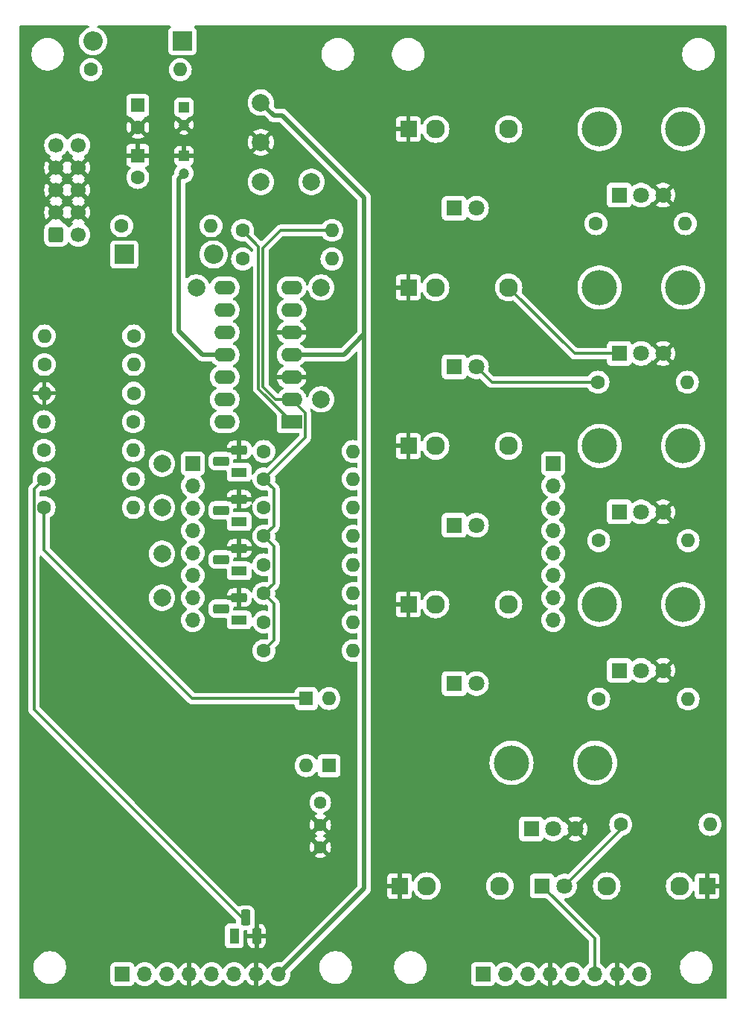
<source format=gbl>
G04 #@! TF.GenerationSoftware,KiCad,Pcbnew,8.0.2-1*
G04 #@! TF.CreationDate,2024-07-01T13:43:52+02:00*
G04 #@! TF.ProjectId,distorted_daisy,64697374-6f72-4746-9564-5f6461697379,rev?*
G04 #@! TF.SameCoordinates,Original*
G04 #@! TF.FileFunction,Copper,L2,Bot*
G04 #@! TF.FilePolarity,Positive*
%FSLAX46Y46*%
G04 Gerber Fmt 4.6, Leading zero omitted, Abs format (unit mm)*
G04 Created by KiCad (PCBNEW 8.0.2-1) date 2024-07-01 13:43:52*
%MOMM*%
%LPD*%
G01*
G04 APERTURE LIST*
G04 Aperture macros list*
%AMRoundRect*
0 Rectangle with rounded corners*
0 $1 Rounding radius*
0 $2 $3 $4 $5 $6 $7 $8 $9 X,Y pos of 4 corners*
0 Add a 4 corners polygon primitive as box body*
4,1,4,$2,$3,$4,$5,$6,$7,$8,$9,$2,$3,0*
0 Add four circle primitives for the rounded corners*
1,1,$1+$1,$2,$3*
1,1,$1+$1,$4,$5*
1,1,$1+$1,$6,$7*
1,1,$1+$1,$8,$9*
0 Add four rect primitives between the rounded corners*
20,1,$1+$1,$2,$3,$4,$5,0*
20,1,$1+$1,$4,$5,$6,$7,0*
20,1,$1+$1,$6,$7,$8,$9,0*
20,1,$1+$1,$8,$9,$2,$3,0*%
G04 Aperture macros list end*
G04 #@! TA.AperFunction,ComponentPad*
%ADD10C,1.600000*%
G04 #@! TD*
G04 #@! TA.AperFunction,ComponentPad*
%ADD11O,1.600000X1.600000*%
G04 #@! TD*
G04 #@! TA.AperFunction,ComponentPad*
%ADD12R,1.100000X1.800000*%
G04 #@! TD*
G04 #@! TA.AperFunction,ComponentPad*
%ADD13RoundRect,0.275000X-0.275000X-0.625000X0.275000X-0.625000X0.275000X0.625000X-0.275000X0.625000X0*%
G04 #@! TD*
G04 #@! TA.AperFunction,ComponentPad*
%ADD14R,1.800000X1.800000*%
G04 #@! TD*
G04 #@! TA.AperFunction,ComponentPad*
%ADD15C,1.800000*%
G04 #@! TD*
G04 #@! TA.AperFunction,ComponentPad*
%ADD16R,1.830000X1.930000*%
G04 #@! TD*
G04 #@! TA.AperFunction,ComponentPad*
%ADD17C,2.130000*%
G04 #@! TD*
G04 #@! TA.AperFunction,ComponentPad*
%ADD18R,1.600000X1.600000*%
G04 #@! TD*
G04 #@! TA.AperFunction,ComponentPad*
%ADD19R,2.400000X1.600000*%
G04 #@! TD*
G04 #@! TA.AperFunction,ComponentPad*
%ADD20O,2.400000X1.600000*%
G04 #@! TD*
G04 #@! TA.AperFunction,ComponentPad*
%ADD21O,4.000000X4.000000*%
G04 #@! TD*
G04 #@! TA.AperFunction,ComponentPad*
%ADD22R,1.800000X1.100000*%
G04 #@! TD*
G04 #@! TA.AperFunction,ComponentPad*
%ADD23RoundRect,0.275000X0.625000X-0.275000X0.625000X0.275000X-0.625000X0.275000X-0.625000X-0.275000X0*%
G04 #@! TD*
G04 #@! TA.AperFunction,ComponentPad*
%ADD24C,2.000000*%
G04 #@! TD*
G04 #@! TA.AperFunction,ComponentPad*
%ADD25R,2.200000X2.200000*%
G04 #@! TD*
G04 #@! TA.AperFunction,ComponentPad*
%ADD26O,2.200000X2.200000*%
G04 #@! TD*
G04 #@! TA.AperFunction,ComponentPad*
%ADD27R,1.700000X1.700000*%
G04 #@! TD*
G04 #@! TA.AperFunction,ComponentPad*
%ADD28O,1.700000X1.700000*%
G04 #@! TD*
G04 #@! TA.AperFunction,ComponentPad*
%ADD29R,1.200000X1.200000*%
G04 #@! TD*
G04 #@! TA.AperFunction,ComponentPad*
%ADD30C,1.200000*%
G04 #@! TD*
G04 #@! TA.AperFunction,ComponentPad*
%ADD31RoundRect,0.250000X-0.600000X-0.600000X0.600000X-0.600000X0.600000X0.600000X-0.600000X0.600000X0*%
G04 #@! TD*
G04 #@! TA.AperFunction,ComponentPad*
%ADD32C,1.700000*%
G04 #@! TD*
G04 #@! TA.AperFunction,ComponentPad*
%ADD33C,1.440000*%
G04 #@! TD*
G04 #@! TA.AperFunction,Conductor*
%ADD34C,0.500000*%
G04 #@! TD*
G04 #@! TA.AperFunction,Conductor*
%ADD35C,0.300000*%
G04 #@! TD*
G04 APERTURE END LIST*
D10*
X78083334Y-111500000D03*
D11*
X88243334Y-111500000D03*
D12*
X74730000Y-153670000D03*
D13*
X76000000Y-151600000D03*
X77270000Y-153670000D03*
D10*
X78083334Y-105000000D03*
D11*
X88243334Y-105000000D03*
D10*
X78083334Y-101750000D03*
D11*
X88243334Y-101750000D03*
D14*
X99730000Y-125000000D03*
D15*
X102270000Y-125000000D03*
D14*
X109730000Y-148000000D03*
D15*
X112270000Y-148000000D03*
D14*
X99730000Y-89000000D03*
D15*
X102270000Y-89000000D03*
D16*
X93520000Y-148000000D03*
D17*
X104920000Y-148000000D03*
X96620000Y-148000000D03*
D10*
X78083334Y-121250000D03*
D11*
X88243334Y-121250000D03*
D10*
X75670000Y-73500000D03*
D11*
X85830000Y-73500000D03*
D10*
X63280000Y-92000000D03*
D11*
X53120000Y-92000000D03*
D18*
X85500000Y-134310000D03*
D11*
X85500000Y-126690000D03*
D10*
X63250000Y-95250000D03*
D11*
X53090000Y-95250000D03*
D19*
X81250000Y-95250000D03*
D20*
X81250000Y-92710000D03*
X81250000Y-90170000D03*
X81250000Y-87630000D03*
X81250000Y-85090000D03*
X81250000Y-82550000D03*
X81250000Y-80010000D03*
X73630000Y-80010000D03*
X73630000Y-82550000D03*
X73630000Y-85090000D03*
X73630000Y-87630000D03*
X73630000Y-90170000D03*
X73630000Y-92710000D03*
X73630000Y-95250000D03*
D21*
X116250000Y-116000000D03*
X125750000Y-116000000D03*
D14*
X118500000Y-123500000D03*
D15*
X121000000Y-123500000D03*
X123500000Y-123500000D03*
D16*
X94520000Y-62000000D03*
D17*
X105920000Y-62000000D03*
X97620000Y-62000000D03*
D22*
X75276666Y-112180000D03*
D23*
X73206666Y-110910000D03*
X75276666Y-109640000D03*
D10*
X75670000Y-76750000D03*
D11*
X85830000Y-76750000D03*
D24*
X66500000Y-100000000D03*
D16*
X128480000Y-148000000D03*
D17*
X117080000Y-148000000D03*
X125380000Y-148000000D03*
D24*
X66500000Y-105000000D03*
D16*
X94520000Y-80000000D03*
D17*
X105920000Y-80000000D03*
X97620000Y-80000000D03*
D24*
X70400000Y-80000000D03*
D10*
X53090000Y-98500000D03*
D11*
X63250000Y-98500000D03*
D10*
X53090000Y-105000000D03*
D11*
X63250000Y-105000000D03*
D22*
X75270000Y-101000000D03*
D23*
X73200000Y-99730000D03*
X75270000Y-98460000D03*
D10*
X116170000Y-108750000D03*
D11*
X126330000Y-108750000D03*
D24*
X77750000Y-63500000D03*
X77750000Y-59000000D03*
D10*
X53120000Y-88750000D03*
D11*
X63280000Y-88750000D03*
D25*
X68830000Y-52000000D03*
D26*
X58670000Y-52000000D03*
D10*
X63280000Y-85500000D03*
D11*
X53120000Y-85500000D03*
D16*
X94520000Y-98000000D03*
D17*
X105920000Y-98000000D03*
X97620000Y-98000000D03*
D10*
X53090000Y-101750000D03*
D11*
X63250000Y-101750000D03*
D24*
X84600000Y-80000000D03*
D14*
X99730000Y-71000000D03*
D15*
X102270000Y-71000000D03*
D21*
X116250000Y-80000000D03*
X125750000Y-80000000D03*
D14*
X118500000Y-87500000D03*
D15*
X121000000Y-87500000D03*
X123500000Y-87500000D03*
D14*
X99730000Y-107000000D03*
D15*
X102270000Y-107000000D03*
D24*
X77750000Y-68000000D03*
D10*
X116170000Y-126750000D03*
D11*
X126330000Y-126750000D03*
D24*
X83500000Y-68000000D03*
D10*
X116090000Y-90750000D03*
D11*
X126250000Y-90750000D03*
D21*
X116250000Y-98000000D03*
X125750000Y-98000000D03*
D14*
X118500000Y-105500000D03*
D15*
X121000000Y-105500000D03*
X123500000Y-105500000D03*
D10*
X78083334Y-118000000D03*
D11*
X88243334Y-118000000D03*
D10*
X78083334Y-108250000D03*
D11*
X88243334Y-108250000D03*
D10*
X118670000Y-141000000D03*
D11*
X128830000Y-141000000D03*
D24*
X66500000Y-115250000D03*
D16*
X94520000Y-116000000D03*
D17*
X105920000Y-116000000D03*
X97620000Y-116000000D03*
D10*
X78083334Y-98625000D03*
D11*
X88243334Y-98625000D03*
D10*
X61920000Y-73000000D03*
D11*
X72080000Y-73000000D03*
D25*
X62200000Y-76250000D03*
D26*
X72360000Y-76250000D03*
D27*
X62000000Y-158000000D03*
D28*
X64540000Y-158000000D03*
X67080000Y-158000000D03*
X69620000Y-158000000D03*
X72160000Y-158000000D03*
X74700000Y-158000000D03*
X77240000Y-158000000D03*
X79780000Y-158000000D03*
D27*
X70000000Y-100000000D03*
D28*
X70000000Y-102540000D03*
X70000000Y-105080000D03*
X70000000Y-107620000D03*
X70000000Y-110160000D03*
X70000000Y-112700000D03*
X70000000Y-115240000D03*
X70000000Y-117780000D03*
D10*
X115840000Y-72750000D03*
D11*
X126000000Y-72750000D03*
D24*
X66500000Y-110250000D03*
D10*
X78083334Y-114750000D03*
D11*
X88243334Y-114750000D03*
D21*
X106250000Y-134000000D03*
X115750000Y-134000000D03*
D14*
X108500000Y-141500000D03*
D15*
X111000000Y-141500000D03*
X113500000Y-141500000D03*
D18*
X82900000Y-126690000D03*
D11*
X82900000Y-134310000D03*
D22*
X75283332Y-117770000D03*
D23*
X73213332Y-116500000D03*
X75283332Y-115230000D03*
D10*
X58420000Y-55250000D03*
D11*
X68580000Y-55250000D03*
D22*
X75263334Y-106590000D03*
D23*
X73193334Y-105320000D03*
X75263334Y-104050000D03*
D21*
X116250000Y-62000000D03*
X125750000Y-62000000D03*
D14*
X118500000Y-69500000D03*
D15*
X121000000Y-69500000D03*
X123500000Y-69500000D03*
D24*
X84600000Y-92700000D03*
D29*
X69000000Y-59527401D03*
D30*
X69000000Y-61527401D03*
D18*
X63750000Y-59294888D03*
D10*
X63750000Y-61794888D03*
D29*
X69000000Y-65027401D03*
D30*
X69000000Y-67027401D03*
D27*
X103000000Y-158000000D03*
D28*
X105540000Y-158000000D03*
X108080000Y-158000000D03*
X110620000Y-158000000D03*
X113160000Y-158000000D03*
X115700000Y-158000000D03*
X118240000Y-158000000D03*
X120780000Y-158000000D03*
D18*
X63750000Y-65000000D03*
D10*
X63750000Y-67500000D03*
D31*
X54460000Y-74000000D03*
D32*
X57000000Y-74000000D03*
X54460000Y-71460000D03*
X57000000Y-71460000D03*
X54460000Y-68920000D03*
X57000000Y-68920000D03*
X54460000Y-66380000D03*
X57000000Y-66380000D03*
X54460000Y-63840000D03*
X57000000Y-63840000D03*
D33*
X84500000Y-138500000D03*
X84500000Y-141040000D03*
X84500000Y-143580000D03*
D27*
X111000000Y-100000000D03*
D28*
X111000000Y-102540000D03*
X111000000Y-105080000D03*
X111000000Y-107620000D03*
X111000000Y-110160000D03*
X111000000Y-112700000D03*
X111000000Y-115240000D03*
X111000000Y-117780000D03*
D34*
X89500000Y-69750000D02*
X89500000Y-85300000D01*
X81250000Y-87630000D02*
X87170000Y-87630000D01*
X89500000Y-85300000D02*
X89500000Y-90000000D01*
X87170000Y-87630000D02*
X89500000Y-85300000D01*
X79200000Y-60450000D02*
X80200000Y-60450000D01*
X89500000Y-90000000D02*
X89500000Y-148280000D01*
X80200000Y-60450000D02*
X89500000Y-69750000D01*
X89500000Y-148280000D02*
X79780000Y-158000000D01*
X77750000Y-59000000D02*
X79200000Y-60450000D01*
X69000000Y-67027401D02*
X68400000Y-67627401D01*
X68400000Y-84900000D02*
X71130000Y-87630000D01*
X68400000Y-67627401D02*
X68400000Y-84900000D01*
X71130000Y-87630000D02*
X73630000Y-87630000D01*
D35*
X104020000Y-90750000D02*
X102270000Y-89000000D01*
X116090000Y-90750000D02*
X104020000Y-90750000D01*
X112270000Y-148000000D02*
X118670000Y-141600000D01*
X118670000Y-141600000D02*
X118670000Y-141000000D01*
X118500000Y-87500000D02*
X113420000Y-87500000D01*
X113420000Y-87500000D02*
X105920000Y-80000000D01*
X115700000Y-153970000D02*
X109730000Y-148000000D01*
X115700000Y-158000000D02*
X115700000Y-153970000D01*
X53090000Y-101750000D02*
X51940000Y-102900000D01*
X51940000Y-127940000D02*
X76000000Y-152000000D01*
X51940000Y-102900000D02*
X51940000Y-127940000D01*
X79233334Y-115900000D02*
X79233334Y-120100000D01*
X79233334Y-120100000D02*
X78083334Y-121250000D01*
X79233334Y-107100000D02*
X78083334Y-108250000D01*
X85830000Y-73500000D02*
X80000000Y-73500000D01*
X79233334Y-102900000D02*
X79233334Y-107100000D01*
X78083334Y-114750000D02*
X79233334Y-115900000D01*
X79233334Y-109400000D02*
X79233334Y-113600000D01*
X78083334Y-101750000D02*
X79233334Y-102900000D01*
X82800000Y-97033334D02*
X78083334Y-101750000D01*
X80000000Y-73500000D02*
X78000000Y-75500000D01*
X79417106Y-92710000D02*
X81250000Y-92710000D01*
X79233334Y-113600000D02*
X78083334Y-114750000D01*
X78000000Y-75500000D02*
X78000000Y-91292894D01*
X78083334Y-108250000D02*
X79233334Y-109400000D01*
X82800000Y-94260000D02*
X82800000Y-97033334D01*
X78000000Y-91292894D02*
X79417106Y-92710000D01*
X81250000Y-92710000D02*
X82800000Y-94260000D01*
X77500000Y-91500000D02*
X81250000Y-95250000D01*
X75670000Y-73500000D02*
X77500000Y-75330000D01*
X77500000Y-75330000D02*
X77500000Y-91500000D01*
X53090000Y-105000000D02*
X53090000Y-109840000D01*
X53090000Y-109840000D02*
X69940000Y-126690000D01*
X69940000Y-126690000D02*
X82900000Y-126690000D01*
G04 #@! TA.AperFunction,Conductor*
G36*
X56534075Y-71652993D02*
G01*
X56599901Y-71767007D01*
X56692993Y-71860099D01*
X56807007Y-71925925D01*
X56870590Y-71942962D01*
X56238625Y-72574925D01*
X56314594Y-72628119D01*
X56358219Y-72682696D01*
X56365413Y-72752194D01*
X56333890Y-72814549D01*
X56314595Y-72831269D01*
X56128594Y-72961508D01*
X55961503Y-73128599D01*
X55960349Y-73129975D01*
X55959688Y-73130414D01*
X55957676Y-73132427D01*
X55957271Y-73132022D01*
X55902173Y-73168671D01*
X55832312Y-73169772D01*
X55772946Y-73132928D01*
X55747663Y-73089265D01*
X55744814Y-73080666D01*
X55652712Y-72931344D01*
X55528656Y-72807288D01*
X55379334Y-72715186D01*
X55306966Y-72691205D01*
X55249522Y-72651433D01*
X55222699Y-72586917D01*
X55222585Y-72576137D01*
X54589409Y-71942962D01*
X54652993Y-71925925D01*
X54767007Y-71860099D01*
X54860099Y-71767007D01*
X54925925Y-71652993D01*
X54942962Y-71589410D01*
X55574925Y-72221373D01*
X55628425Y-72144968D01*
X55683002Y-72101344D01*
X55752501Y-72094151D01*
X55814855Y-72125673D01*
X55831576Y-72144969D01*
X55885073Y-72221372D01*
X56517037Y-71589409D01*
X56534075Y-71652993D01*
G37*
G04 #@! TD.AperFunction*
G04 #@! TA.AperFunction,Conductor*
G36*
X56534075Y-69112993D02*
G01*
X56599901Y-69227007D01*
X56692993Y-69320099D01*
X56807007Y-69385925D01*
X56870590Y-69402962D01*
X56238625Y-70034925D01*
X56315031Y-70088425D01*
X56358655Y-70143002D01*
X56365848Y-70212501D01*
X56334326Y-70274855D01*
X56315029Y-70291576D01*
X56238625Y-70345072D01*
X56870590Y-70977037D01*
X56807007Y-70994075D01*
X56692993Y-71059901D01*
X56599901Y-71152993D01*
X56534075Y-71267007D01*
X56517037Y-71330590D01*
X55885072Y-70698625D01*
X55885072Y-70698626D01*
X55831574Y-70775030D01*
X55776998Y-70818655D01*
X55707499Y-70825849D01*
X55645144Y-70794326D01*
X55628424Y-70775030D01*
X55574925Y-70698626D01*
X55574925Y-70698625D01*
X54942962Y-71330589D01*
X54925925Y-71267007D01*
X54860099Y-71152993D01*
X54767007Y-71059901D01*
X54652993Y-70994075D01*
X54589410Y-70977037D01*
X55221373Y-70345073D01*
X55144969Y-70291576D01*
X55101344Y-70236999D01*
X55094150Y-70167501D01*
X55125672Y-70105146D01*
X55144968Y-70088425D01*
X55221373Y-70034925D01*
X54589409Y-69402962D01*
X54652993Y-69385925D01*
X54767007Y-69320099D01*
X54860099Y-69227007D01*
X54925925Y-69112993D01*
X54942962Y-69049410D01*
X55574925Y-69681373D01*
X55628425Y-69604968D01*
X55683002Y-69561344D01*
X55752501Y-69554151D01*
X55814855Y-69585673D01*
X55831576Y-69604969D01*
X55885073Y-69681372D01*
X56517037Y-69049409D01*
X56534075Y-69112993D01*
G37*
G04 #@! TD.AperFunction*
G04 #@! TA.AperFunction,Conductor*
G36*
X56534075Y-66572993D02*
G01*
X56599901Y-66687007D01*
X56692993Y-66780099D01*
X56807007Y-66845925D01*
X56870590Y-66862962D01*
X56238625Y-67494925D01*
X56315031Y-67548425D01*
X56358655Y-67603002D01*
X56365848Y-67672501D01*
X56334326Y-67734855D01*
X56315029Y-67751576D01*
X56238625Y-67805072D01*
X56870590Y-68437037D01*
X56807007Y-68454075D01*
X56692993Y-68519901D01*
X56599901Y-68612993D01*
X56534075Y-68727007D01*
X56517037Y-68790590D01*
X55885072Y-68158625D01*
X55885072Y-68158626D01*
X55831574Y-68235030D01*
X55776998Y-68278655D01*
X55707499Y-68285849D01*
X55645144Y-68254326D01*
X55628424Y-68235030D01*
X55574925Y-68158626D01*
X55574925Y-68158625D01*
X54942962Y-68790589D01*
X54925925Y-68727007D01*
X54860099Y-68612993D01*
X54767007Y-68519901D01*
X54652993Y-68454075D01*
X54589410Y-68437037D01*
X55221373Y-67805073D01*
X55144969Y-67751576D01*
X55101344Y-67696999D01*
X55094150Y-67627501D01*
X55125672Y-67565146D01*
X55144968Y-67548425D01*
X55221373Y-67494925D01*
X54589409Y-66862962D01*
X54652993Y-66845925D01*
X54767007Y-66780099D01*
X54860099Y-66687007D01*
X54925925Y-66572993D01*
X54942962Y-66509410D01*
X55574925Y-67141373D01*
X55628425Y-67064968D01*
X55683002Y-67021344D01*
X55752501Y-67014151D01*
X55814855Y-67045673D01*
X55831576Y-67064969D01*
X55885073Y-67141372D01*
X56517037Y-66509409D01*
X56534075Y-66572993D01*
G37*
G04 #@! TD.AperFunction*
G04 #@! TA.AperFunction,Conductor*
G36*
X55814855Y-64506546D02*
G01*
X55831575Y-64525842D01*
X55961500Y-64711395D01*
X55961505Y-64711401D01*
X56128599Y-64878495D01*
X56284853Y-64987905D01*
X56314594Y-65008730D01*
X56358218Y-65063307D01*
X56365411Y-65132806D01*
X56333889Y-65195160D01*
X56314593Y-65211880D01*
X56238626Y-65265072D01*
X56238625Y-65265072D01*
X56870590Y-65897037D01*
X56807007Y-65914075D01*
X56692993Y-65979901D01*
X56599901Y-66072993D01*
X56534075Y-66187007D01*
X56517037Y-66250590D01*
X55885072Y-65618625D01*
X55885072Y-65618626D01*
X55831574Y-65695030D01*
X55776998Y-65738655D01*
X55707499Y-65745849D01*
X55645144Y-65714326D01*
X55628424Y-65695030D01*
X55574925Y-65618626D01*
X55574925Y-65618625D01*
X54942962Y-66250589D01*
X54925925Y-66187007D01*
X54860099Y-66072993D01*
X54767007Y-65979901D01*
X54652993Y-65914075D01*
X54589410Y-65897037D01*
X55221373Y-65265073D01*
X55221373Y-65265072D01*
X55145405Y-65211880D01*
X55101780Y-65157304D01*
X55094586Y-65087805D01*
X55126108Y-65025451D01*
X55145399Y-65008734D01*
X55331401Y-64878495D01*
X55498495Y-64711401D01*
X55628425Y-64525842D01*
X55683002Y-64482217D01*
X55752500Y-64475023D01*
X55814855Y-64506546D01*
G37*
G04 #@! TD.AperFunction*
G04 #@! TA.AperFunction,Conductor*
G36*
X58155006Y-50270185D02*
G01*
X58200761Y-50322989D01*
X58210705Y-50392147D01*
X58181680Y-50455703D01*
X58135420Y-50489061D01*
X57941140Y-50569533D01*
X57726346Y-50701160D01*
X57726343Y-50701161D01*
X57534776Y-50864776D01*
X57371161Y-51056343D01*
X57371160Y-51056346D01*
X57239533Y-51271140D01*
X57143126Y-51503889D01*
X57084317Y-51748848D01*
X57064551Y-52000000D01*
X57084317Y-52251151D01*
X57143126Y-52496110D01*
X57239533Y-52728859D01*
X57371160Y-52943653D01*
X57371161Y-52943656D01*
X57371164Y-52943659D01*
X57534776Y-53135224D01*
X57683066Y-53261875D01*
X57726343Y-53298838D01*
X57726346Y-53298839D01*
X57941140Y-53430466D01*
X58173889Y-53526873D01*
X58418852Y-53585683D01*
X58670000Y-53605449D01*
X58921148Y-53585683D01*
X59166111Y-53526873D01*
X59398859Y-53430466D01*
X59613659Y-53298836D01*
X59805224Y-53135224D01*
X59968836Y-52943659D01*
X60100466Y-52728859D01*
X60196873Y-52496111D01*
X60255683Y-52251148D01*
X60275449Y-52000000D01*
X60255683Y-51748852D01*
X60196873Y-51503889D01*
X60100466Y-51271141D01*
X60100466Y-51271140D01*
X59968839Y-51056346D01*
X59968838Y-51056343D01*
X59931875Y-51013066D01*
X59805224Y-50864776D01*
X59678571Y-50756604D01*
X59613656Y-50701161D01*
X59613653Y-50701160D01*
X59398859Y-50569533D01*
X59204580Y-50489061D01*
X59150177Y-50445220D01*
X59128112Y-50378926D01*
X59145391Y-50311227D01*
X59196528Y-50263616D01*
X59252033Y-50250500D01*
X67389897Y-50250500D01*
X67456936Y-50270185D01*
X67502691Y-50322989D01*
X67512635Y-50392147D01*
X67483610Y-50455703D01*
X67464208Y-50473766D01*
X67372455Y-50542452D01*
X67372452Y-50542455D01*
X67286206Y-50657664D01*
X67286202Y-50657671D01*
X67235908Y-50792517D01*
X67229501Y-50852116D01*
X67229501Y-50852123D01*
X67229500Y-50852135D01*
X67229500Y-53147870D01*
X67229501Y-53147876D01*
X67235908Y-53207483D01*
X67286202Y-53342328D01*
X67286206Y-53342335D01*
X67372452Y-53457544D01*
X67372455Y-53457547D01*
X67487664Y-53543793D01*
X67487671Y-53543797D01*
X67622517Y-53594091D01*
X67622516Y-53594091D01*
X67629444Y-53594835D01*
X67682127Y-53600500D01*
X69977872Y-53600499D01*
X70037483Y-53594091D01*
X70172331Y-53543796D01*
X70287546Y-53457546D01*
X70346562Y-53378711D01*
X84649500Y-53378711D01*
X84649500Y-53621288D01*
X84681161Y-53861785D01*
X84743947Y-54096104D01*
X84753610Y-54119432D01*
X84836776Y-54320212D01*
X84958064Y-54530289D01*
X84958066Y-54530292D01*
X84958067Y-54530293D01*
X85105733Y-54722736D01*
X85105739Y-54722743D01*
X85277256Y-54894260D01*
X85277262Y-54894265D01*
X85469711Y-55041936D01*
X85679788Y-55163224D01*
X85903900Y-55256054D01*
X86138211Y-55318838D01*
X86318586Y-55342584D01*
X86378711Y-55350500D01*
X86378712Y-55350500D01*
X86621289Y-55350500D01*
X86669388Y-55344167D01*
X86861789Y-55318838D01*
X87096100Y-55256054D01*
X87320212Y-55163224D01*
X87530289Y-55041936D01*
X87722738Y-54894265D01*
X87894265Y-54722738D01*
X88041936Y-54530289D01*
X88163224Y-54320212D01*
X88256054Y-54096100D01*
X88318838Y-53861789D01*
X88350500Y-53621288D01*
X88350500Y-53378712D01*
X88350500Y-53378711D01*
X92649500Y-53378711D01*
X92649500Y-53621288D01*
X92681161Y-53861785D01*
X92743947Y-54096104D01*
X92753610Y-54119432D01*
X92836776Y-54320212D01*
X92958064Y-54530289D01*
X92958066Y-54530292D01*
X92958067Y-54530293D01*
X93105733Y-54722736D01*
X93105739Y-54722743D01*
X93277256Y-54894260D01*
X93277262Y-54894265D01*
X93469711Y-55041936D01*
X93679788Y-55163224D01*
X93903900Y-55256054D01*
X94138211Y-55318838D01*
X94318586Y-55342584D01*
X94378711Y-55350500D01*
X94378712Y-55350500D01*
X94621289Y-55350500D01*
X94669388Y-55344167D01*
X94861789Y-55318838D01*
X95096100Y-55256054D01*
X95320212Y-55163224D01*
X95530289Y-55041936D01*
X95722738Y-54894265D01*
X95894265Y-54722738D01*
X96041936Y-54530289D01*
X96163224Y-54320212D01*
X96256054Y-54096100D01*
X96318838Y-53861789D01*
X96350500Y-53621288D01*
X96350500Y-53378712D01*
X96350500Y-53378711D01*
X125649500Y-53378711D01*
X125649500Y-53621288D01*
X125681161Y-53861785D01*
X125743947Y-54096104D01*
X125753610Y-54119432D01*
X125836776Y-54320212D01*
X125958064Y-54530289D01*
X125958066Y-54530292D01*
X125958067Y-54530293D01*
X126105733Y-54722736D01*
X126105739Y-54722743D01*
X126277256Y-54894260D01*
X126277262Y-54894265D01*
X126469711Y-55041936D01*
X126679788Y-55163224D01*
X126903900Y-55256054D01*
X127138211Y-55318838D01*
X127318586Y-55342584D01*
X127378711Y-55350500D01*
X127378712Y-55350500D01*
X127621289Y-55350500D01*
X127669388Y-55344167D01*
X127861789Y-55318838D01*
X128096100Y-55256054D01*
X128320212Y-55163224D01*
X128530289Y-55041936D01*
X128722738Y-54894265D01*
X128894265Y-54722738D01*
X129041936Y-54530289D01*
X129163224Y-54320212D01*
X129256054Y-54096100D01*
X129318838Y-53861789D01*
X129350500Y-53621288D01*
X129350500Y-53378712D01*
X129318838Y-53138211D01*
X129256054Y-52903900D01*
X129163224Y-52679788D01*
X129041936Y-52469711D01*
X128894265Y-52277262D01*
X128894260Y-52277256D01*
X128722743Y-52105739D01*
X128722736Y-52105733D01*
X128530293Y-51958067D01*
X128530292Y-51958066D01*
X128530289Y-51958064D01*
X128320212Y-51836776D01*
X128320205Y-51836773D01*
X128096104Y-51743947D01*
X127861785Y-51681161D01*
X127621289Y-51649500D01*
X127621288Y-51649500D01*
X127378712Y-51649500D01*
X127378711Y-51649500D01*
X127138214Y-51681161D01*
X126903895Y-51743947D01*
X126679794Y-51836773D01*
X126679785Y-51836777D01*
X126469706Y-51958067D01*
X126277263Y-52105733D01*
X126277256Y-52105739D01*
X126105739Y-52277256D01*
X126105733Y-52277263D01*
X125958067Y-52469706D01*
X125836777Y-52679785D01*
X125836773Y-52679794D01*
X125743947Y-52903895D01*
X125681161Y-53138214D01*
X125649500Y-53378711D01*
X96350500Y-53378711D01*
X96318838Y-53138211D01*
X96256054Y-52903900D01*
X96163224Y-52679788D01*
X96041936Y-52469711D01*
X95894265Y-52277262D01*
X95894260Y-52277256D01*
X95722743Y-52105739D01*
X95722736Y-52105733D01*
X95530293Y-51958067D01*
X95530292Y-51958066D01*
X95530289Y-51958064D01*
X95320212Y-51836776D01*
X95320205Y-51836773D01*
X95096104Y-51743947D01*
X94861785Y-51681161D01*
X94621289Y-51649500D01*
X94621288Y-51649500D01*
X94378712Y-51649500D01*
X94378711Y-51649500D01*
X94138214Y-51681161D01*
X93903895Y-51743947D01*
X93679794Y-51836773D01*
X93679785Y-51836777D01*
X93469706Y-51958067D01*
X93277263Y-52105733D01*
X93277256Y-52105739D01*
X93105739Y-52277256D01*
X93105733Y-52277263D01*
X92958067Y-52469706D01*
X92836777Y-52679785D01*
X92836773Y-52679794D01*
X92743947Y-52903895D01*
X92681161Y-53138214D01*
X92649500Y-53378711D01*
X88350500Y-53378711D01*
X88318838Y-53138211D01*
X88256054Y-52903900D01*
X88163224Y-52679788D01*
X88041936Y-52469711D01*
X87894265Y-52277262D01*
X87894260Y-52277256D01*
X87722743Y-52105739D01*
X87722736Y-52105733D01*
X87530293Y-51958067D01*
X87530292Y-51958066D01*
X87530289Y-51958064D01*
X87320212Y-51836776D01*
X87320205Y-51836773D01*
X87096104Y-51743947D01*
X86861785Y-51681161D01*
X86621289Y-51649500D01*
X86621288Y-51649500D01*
X86378712Y-51649500D01*
X86378711Y-51649500D01*
X86138214Y-51681161D01*
X85903895Y-51743947D01*
X85679794Y-51836773D01*
X85679785Y-51836777D01*
X85469706Y-51958067D01*
X85277263Y-52105733D01*
X85277256Y-52105739D01*
X85105739Y-52277256D01*
X85105733Y-52277263D01*
X84958067Y-52469706D01*
X84836777Y-52679785D01*
X84836773Y-52679794D01*
X84743947Y-52903895D01*
X84681161Y-53138214D01*
X84649500Y-53378711D01*
X70346562Y-53378711D01*
X70373796Y-53342331D01*
X70424091Y-53207483D01*
X70430500Y-53147873D01*
X70430499Y-50852128D01*
X70424091Y-50792517D01*
X70390017Y-50701161D01*
X70373797Y-50657671D01*
X70373793Y-50657664D01*
X70287547Y-50542455D01*
X70287544Y-50542452D01*
X70195792Y-50473766D01*
X70153921Y-50417832D01*
X70148937Y-50348141D01*
X70182423Y-50286818D01*
X70243746Y-50253334D01*
X70270103Y-50250500D01*
X130625500Y-50250500D01*
X130692539Y-50270185D01*
X130738294Y-50322989D01*
X130749500Y-50374500D01*
X130749500Y-160625500D01*
X130729815Y-160692539D01*
X130677011Y-160738294D01*
X130625500Y-160749500D01*
X50374500Y-160749500D01*
X50307461Y-160729815D01*
X50261706Y-160677011D01*
X50250500Y-160625500D01*
X50250500Y-157128711D01*
X51899500Y-157128711D01*
X51899500Y-157371288D01*
X51931161Y-157611785D01*
X51993947Y-157846104D01*
X52030427Y-157934174D01*
X52086776Y-158070212D01*
X52208064Y-158280289D01*
X52208066Y-158280292D01*
X52208067Y-158280293D01*
X52355733Y-158472736D01*
X52355739Y-158472743D01*
X52527256Y-158644260D01*
X52527262Y-158644265D01*
X52719711Y-158791936D01*
X52929788Y-158913224D01*
X53153900Y-159006054D01*
X53388211Y-159068838D01*
X53566638Y-159092328D01*
X53628711Y-159100500D01*
X53628712Y-159100500D01*
X53871289Y-159100500D01*
X53933339Y-159092331D01*
X54111789Y-159068838D01*
X54346100Y-159006054D01*
X54570212Y-158913224D01*
X54780289Y-158791936D01*
X54972738Y-158644265D01*
X55144265Y-158472738D01*
X55291936Y-158280289D01*
X55413224Y-158070212D01*
X55506054Y-157846100D01*
X55568838Y-157611789D01*
X55600500Y-157371288D01*
X55600500Y-157128712D01*
X55600484Y-157128594D01*
X55597001Y-157102135D01*
X60649500Y-157102135D01*
X60649500Y-158897870D01*
X60649501Y-158897876D01*
X60655908Y-158957483D01*
X60706202Y-159092328D01*
X60706206Y-159092335D01*
X60792452Y-159207544D01*
X60792455Y-159207547D01*
X60907664Y-159293793D01*
X60907671Y-159293797D01*
X61042517Y-159344091D01*
X61042516Y-159344091D01*
X61049444Y-159344835D01*
X61102127Y-159350500D01*
X62897872Y-159350499D01*
X62957483Y-159344091D01*
X63092331Y-159293796D01*
X63207546Y-159207546D01*
X63293796Y-159092331D01*
X63342810Y-158960916D01*
X63384681Y-158904984D01*
X63450145Y-158880566D01*
X63518418Y-158895417D01*
X63546673Y-158916569D01*
X63668599Y-159038495D01*
X63757151Y-159100500D01*
X63862165Y-159174032D01*
X63862167Y-159174033D01*
X63862170Y-159174035D01*
X64076337Y-159273903D01*
X64304592Y-159335063D01*
X64481034Y-159350500D01*
X64539999Y-159355659D01*
X64540000Y-159355659D01*
X64540001Y-159355659D01*
X64598966Y-159350500D01*
X64775408Y-159335063D01*
X65003663Y-159273903D01*
X65217830Y-159174035D01*
X65411401Y-159038495D01*
X65578495Y-158871401D01*
X65708425Y-158685842D01*
X65763002Y-158642217D01*
X65832500Y-158635023D01*
X65894855Y-158666546D01*
X65911575Y-158685842D01*
X66041500Y-158871395D01*
X66041505Y-158871401D01*
X66208599Y-159038495D01*
X66297151Y-159100500D01*
X66402165Y-159174032D01*
X66402167Y-159174033D01*
X66402170Y-159174035D01*
X66616337Y-159273903D01*
X66844592Y-159335063D01*
X67021034Y-159350500D01*
X67079999Y-159355659D01*
X67080000Y-159355659D01*
X67080001Y-159355659D01*
X67138966Y-159350500D01*
X67315408Y-159335063D01*
X67543663Y-159273903D01*
X67757830Y-159174035D01*
X67951401Y-159038495D01*
X68118495Y-158871401D01*
X68248730Y-158685405D01*
X68303307Y-158641781D01*
X68372805Y-158634587D01*
X68435160Y-158666110D01*
X68451879Y-158685405D01*
X68581890Y-158871078D01*
X68748917Y-159038105D01*
X68942421Y-159173600D01*
X69156507Y-159273429D01*
X69156516Y-159273433D01*
X69370000Y-159330634D01*
X69370000Y-158433012D01*
X69427007Y-158465925D01*
X69554174Y-158500000D01*
X69685826Y-158500000D01*
X69812993Y-158465925D01*
X69870000Y-158433012D01*
X69870000Y-159330633D01*
X70083483Y-159273433D01*
X70083492Y-159273429D01*
X70297578Y-159173600D01*
X70491082Y-159038105D01*
X70658105Y-158871082D01*
X70788119Y-158685405D01*
X70842696Y-158641781D01*
X70912195Y-158634588D01*
X70974549Y-158666110D01*
X70991269Y-158685405D01*
X71121505Y-158871401D01*
X71288599Y-159038495D01*
X71377151Y-159100500D01*
X71482165Y-159174032D01*
X71482167Y-159174033D01*
X71482170Y-159174035D01*
X71696337Y-159273903D01*
X71924592Y-159335063D01*
X72101034Y-159350500D01*
X72159999Y-159355659D01*
X72160000Y-159355659D01*
X72160001Y-159355659D01*
X72218966Y-159350500D01*
X72395408Y-159335063D01*
X72623663Y-159273903D01*
X72837830Y-159174035D01*
X73031401Y-159038495D01*
X73198495Y-158871401D01*
X73328425Y-158685842D01*
X73383002Y-158642217D01*
X73452500Y-158635023D01*
X73514855Y-158666546D01*
X73531575Y-158685842D01*
X73661500Y-158871395D01*
X73661505Y-158871401D01*
X73828599Y-159038495D01*
X73917151Y-159100500D01*
X74022165Y-159174032D01*
X74022167Y-159174033D01*
X74022170Y-159174035D01*
X74236337Y-159273903D01*
X74464592Y-159335063D01*
X74641034Y-159350500D01*
X74699999Y-159355659D01*
X74700000Y-159355659D01*
X74700001Y-159355659D01*
X74758966Y-159350500D01*
X74935408Y-159335063D01*
X75163663Y-159273903D01*
X75377830Y-159174035D01*
X75571401Y-159038495D01*
X75738495Y-158871401D01*
X75868730Y-158685405D01*
X75923307Y-158641781D01*
X75992805Y-158634587D01*
X76055160Y-158666110D01*
X76071879Y-158685405D01*
X76201890Y-158871078D01*
X76368917Y-159038105D01*
X76562421Y-159173600D01*
X76776507Y-159273429D01*
X76776516Y-159273433D01*
X76990000Y-159330634D01*
X76990000Y-158433012D01*
X77047007Y-158465925D01*
X77174174Y-158500000D01*
X77305826Y-158500000D01*
X77432993Y-158465925D01*
X77490000Y-158433012D01*
X77490000Y-159330633D01*
X77703483Y-159273433D01*
X77703492Y-159273429D01*
X77917578Y-159173600D01*
X78111082Y-159038105D01*
X78278105Y-158871082D01*
X78408119Y-158685405D01*
X78462696Y-158641781D01*
X78532195Y-158634588D01*
X78594549Y-158666110D01*
X78611269Y-158685405D01*
X78741505Y-158871401D01*
X78908599Y-159038495D01*
X78997151Y-159100500D01*
X79102165Y-159174032D01*
X79102167Y-159174033D01*
X79102170Y-159174035D01*
X79316337Y-159273903D01*
X79544592Y-159335063D01*
X79721034Y-159350500D01*
X79779999Y-159355659D01*
X79780000Y-159355659D01*
X79780001Y-159355659D01*
X79838966Y-159350500D01*
X80015408Y-159335063D01*
X80243663Y-159273903D01*
X80457830Y-159174035D01*
X80651401Y-159038495D01*
X80818495Y-158871401D01*
X80954035Y-158677830D01*
X81053903Y-158463663D01*
X81115063Y-158235408D01*
X81135659Y-158000000D01*
X81117022Y-157786985D01*
X81130788Y-157718486D01*
X81152866Y-157688500D01*
X81712655Y-157128711D01*
X84399500Y-157128711D01*
X84399500Y-157371288D01*
X84431161Y-157611785D01*
X84493947Y-157846104D01*
X84530427Y-157934174D01*
X84586776Y-158070212D01*
X84708064Y-158280289D01*
X84708066Y-158280292D01*
X84708067Y-158280293D01*
X84855733Y-158472736D01*
X84855739Y-158472743D01*
X85027256Y-158644260D01*
X85027262Y-158644265D01*
X85219711Y-158791936D01*
X85429788Y-158913224D01*
X85653900Y-159006054D01*
X85888211Y-159068838D01*
X86066638Y-159092328D01*
X86128711Y-159100500D01*
X86128712Y-159100500D01*
X86371289Y-159100500D01*
X86433339Y-159092331D01*
X86611789Y-159068838D01*
X86846100Y-159006054D01*
X87070212Y-158913224D01*
X87280289Y-158791936D01*
X87472738Y-158644265D01*
X87644265Y-158472738D01*
X87791936Y-158280289D01*
X87913224Y-158070212D01*
X88006054Y-157846100D01*
X88068838Y-157611789D01*
X88100500Y-157371288D01*
X88100500Y-157128712D01*
X88100500Y-157128711D01*
X92899500Y-157128711D01*
X92899500Y-157371288D01*
X92931161Y-157611785D01*
X92993947Y-157846104D01*
X93030427Y-157934174D01*
X93086776Y-158070212D01*
X93208064Y-158280289D01*
X93208066Y-158280292D01*
X93208067Y-158280293D01*
X93355733Y-158472736D01*
X93355739Y-158472743D01*
X93527256Y-158644260D01*
X93527262Y-158644265D01*
X93719711Y-158791936D01*
X93929788Y-158913224D01*
X94153900Y-159006054D01*
X94388211Y-159068838D01*
X94566638Y-159092328D01*
X94628711Y-159100500D01*
X94628712Y-159100500D01*
X94871289Y-159100500D01*
X94933339Y-159092331D01*
X95111789Y-159068838D01*
X95346100Y-159006054D01*
X95570212Y-158913224D01*
X95780289Y-158791936D01*
X95972738Y-158644265D01*
X96144265Y-158472738D01*
X96291936Y-158280289D01*
X96413224Y-158070212D01*
X96506054Y-157846100D01*
X96568838Y-157611789D01*
X96600500Y-157371288D01*
X96600500Y-157128712D01*
X96600484Y-157128594D01*
X96597001Y-157102135D01*
X101649500Y-157102135D01*
X101649500Y-158897870D01*
X101649501Y-158897876D01*
X101655908Y-158957483D01*
X101706202Y-159092328D01*
X101706206Y-159092335D01*
X101792452Y-159207544D01*
X101792455Y-159207547D01*
X101907664Y-159293793D01*
X101907671Y-159293797D01*
X102042517Y-159344091D01*
X102042516Y-159344091D01*
X102049444Y-159344835D01*
X102102127Y-159350500D01*
X103897872Y-159350499D01*
X103957483Y-159344091D01*
X104092331Y-159293796D01*
X104207546Y-159207546D01*
X104293796Y-159092331D01*
X104342810Y-158960916D01*
X104384681Y-158904984D01*
X104450145Y-158880566D01*
X104518418Y-158895417D01*
X104546673Y-158916569D01*
X104668599Y-159038495D01*
X104757151Y-159100500D01*
X104862165Y-159174032D01*
X104862167Y-159174033D01*
X104862170Y-159174035D01*
X105076337Y-159273903D01*
X105304592Y-159335063D01*
X105481034Y-159350500D01*
X105539999Y-159355659D01*
X105540000Y-159355659D01*
X105540001Y-159355659D01*
X105598966Y-159350500D01*
X105775408Y-159335063D01*
X106003663Y-159273903D01*
X106217830Y-159174035D01*
X106411401Y-159038495D01*
X106578495Y-158871401D01*
X106708425Y-158685842D01*
X106763002Y-158642217D01*
X106832500Y-158635023D01*
X106894855Y-158666546D01*
X106911575Y-158685842D01*
X107041500Y-158871395D01*
X107041505Y-158871401D01*
X107208599Y-159038495D01*
X107297151Y-159100500D01*
X107402165Y-159174032D01*
X107402167Y-159174033D01*
X107402170Y-159174035D01*
X107616337Y-159273903D01*
X107844592Y-159335063D01*
X108021034Y-159350500D01*
X108079999Y-159355659D01*
X108080000Y-159355659D01*
X108080001Y-159355659D01*
X108138966Y-159350500D01*
X108315408Y-159335063D01*
X108543663Y-159273903D01*
X108757830Y-159174035D01*
X108951401Y-159038495D01*
X109118495Y-158871401D01*
X109248730Y-158685405D01*
X109303307Y-158641781D01*
X109372805Y-158634587D01*
X109435160Y-158666110D01*
X109451879Y-158685405D01*
X109581890Y-158871078D01*
X109748917Y-159038105D01*
X109942421Y-159173600D01*
X110156507Y-159273429D01*
X110156516Y-159273433D01*
X110370000Y-159330634D01*
X110370000Y-158433012D01*
X110427007Y-158465925D01*
X110554174Y-158500000D01*
X110685826Y-158500000D01*
X110812993Y-158465925D01*
X110870000Y-158433012D01*
X110870000Y-159330633D01*
X111083483Y-159273433D01*
X111083492Y-159273429D01*
X111297578Y-159173600D01*
X111491082Y-159038105D01*
X111658105Y-158871082D01*
X111788119Y-158685405D01*
X111842696Y-158641781D01*
X111912195Y-158634588D01*
X111974549Y-158666110D01*
X111991269Y-158685405D01*
X112121505Y-158871401D01*
X112288599Y-159038495D01*
X112377151Y-159100500D01*
X112482165Y-159174032D01*
X112482167Y-159174033D01*
X112482170Y-159174035D01*
X112696337Y-159273903D01*
X112924592Y-159335063D01*
X113101034Y-159350500D01*
X113159999Y-159355659D01*
X113160000Y-159355659D01*
X113160001Y-159355659D01*
X113218966Y-159350500D01*
X113395408Y-159335063D01*
X113623663Y-159273903D01*
X113837830Y-159174035D01*
X114031401Y-159038495D01*
X114198495Y-158871401D01*
X114328425Y-158685842D01*
X114383002Y-158642217D01*
X114452500Y-158635023D01*
X114514855Y-158666546D01*
X114531575Y-158685842D01*
X114661500Y-158871395D01*
X114661505Y-158871401D01*
X114828599Y-159038495D01*
X114917151Y-159100500D01*
X115022165Y-159174032D01*
X115022167Y-159174033D01*
X115022170Y-159174035D01*
X115236337Y-159273903D01*
X115464592Y-159335063D01*
X115641034Y-159350500D01*
X115699999Y-159355659D01*
X115700000Y-159355659D01*
X115700001Y-159355659D01*
X115758966Y-159350500D01*
X115935408Y-159335063D01*
X116163663Y-159273903D01*
X116377830Y-159174035D01*
X116571401Y-159038495D01*
X116738495Y-158871401D01*
X116868730Y-158685405D01*
X116923307Y-158641781D01*
X116992805Y-158634587D01*
X117055160Y-158666110D01*
X117071879Y-158685405D01*
X117201890Y-158871078D01*
X117368917Y-159038105D01*
X117562421Y-159173600D01*
X117776507Y-159273429D01*
X117776516Y-159273433D01*
X117990000Y-159330634D01*
X117990000Y-158433012D01*
X118047007Y-158465925D01*
X118174174Y-158500000D01*
X118305826Y-158500000D01*
X118432993Y-158465925D01*
X118490000Y-158433012D01*
X118490000Y-159330633D01*
X118703483Y-159273433D01*
X118703492Y-159273429D01*
X118917578Y-159173600D01*
X119111082Y-159038105D01*
X119278105Y-158871082D01*
X119408119Y-158685405D01*
X119462696Y-158641781D01*
X119532195Y-158634588D01*
X119594549Y-158666110D01*
X119611269Y-158685405D01*
X119741505Y-158871401D01*
X119908599Y-159038495D01*
X119997151Y-159100500D01*
X120102165Y-159174032D01*
X120102167Y-159174033D01*
X120102170Y-159174035D01*
X120316337Y-159273903D01*
X120544592Y-159335063D01*
X120721034Y-159350500D01*
X120779999Y-159355659D01*
X120780000Y-159355659D01*
X120780001Y-159355659D01*
X120838966Y-159350500D01*
X121015408Y-159335063D01*
X121243663Y-159273903D01*
X121457830Y-159174035D01*
X121651401Y-159038495D01*
X121818495Y-158871401D01*
X121954035Y-158677830D01*
X122053903Y-158463663D01*
X122115063Y-158235408D01*
X122135659Y-158000000D01*
X122115063Y-157764592D01*
X122053903Y-157536337D01*
X121954035Y-157322171D01*
X121948731Y-157314595D01*
X121818574Y-157128711D01*
X125399500Y-157128711D01*
X125399500Y-157371288D01*
X125431161Y-157611785D01*
X125493947Y-157846104D01*
X125530427Y-157934174D01*
X125586776Y-158070212D01*
X125708064Y-158280289D01*
X125708066Y-158280292D01*
X125708067Y-158280293D01*
X125855733Y-158472736D01*
X125855739Y-158472743D01*
X126027256Y-158644260D01*
X126027262Y-158644265D01*
X126219711Y-158791936D01*
X126429788Y-158913224D01*
X126653900Y-159006054D01*
X126888211Y-159068838D01*
X127066638Y-159092328D01*
X127128711Y-159100500D01*
X127128712Y-159100500D01*
X127371289Y-159100500D01*
X127433339Y-159092331D01*
X127611789Y-159068838D01*
X127846100Y-159006054D01*
X128070212Y-158913224D01*
X128280289Y-158791936D01*
X128472738Y-158644265D01*
X128644265Y-158472738D01*
X128791936Y-158280289D01*
X128913224Y-158070212D01*
X129006054Y-157846100D01*
X129068838Y-157611789D01*
X129100500Y-157371288D01*
X129100500Y-157128712D01*
X129100484Y-157128594D01*
X129078487Y-156961503D01*
X129068838Y-156888211D01*
X129006054Y-156653900D01*
X129004231Y-156649500D01*
X128913226Y-156429794D01*
X128913224Y-156429788D01*
X128791936Y-156219711D01*
X128644265Y-156027262D01*
X128644260Y-156027256D01*
X128472743Y-155855739D01*
X128472736Y-155855733D01*
X128280293Y-155708067D01*
X128280292Y-155708066D01*
X128280289Y-155708064D01*
X128070212Y-155586776D01*
X128070205Y-155586773D01*
X127846104Y-155493947D01*
X127611785Y-155431161D01*
X127371289Y-155399500D01*
X127371288Y-155399500D01*
X127128712Y-155399500D01*
X127128711Y-155399500D01*
X126888214Y-155431161D01*
X126653895Y-155493947D01*
X126429794Y-155586773D01*
X126429785Y-155586777D01*
X126219706Y-155708067D01*
X126027263Y-155855733D01*
X126027256Y-155855739D01*
X125855739Y-156027256D01*
X125855733Y-156027263D01*
X125708067Y-156219706D01*
X125586777Y-156429785D01*
X125586773Y-156429794D01*
X125493947Y-156653895D01*
X125431161Y-156888214D01*
X125399500Y-157128711D01*
X121818574Y-157128711D01*
X121818494Y-157128597D01*
X121651402Y-156961506D01*
X121651395Y-156961501D01*
X121457834Y-156825967D01*
X121457830Y-156825965D01*
X121422128Y-156809317D01*
X121243663Y-156726097D01*
X121243659Y-156726096D01*
X121243655Y-156726094D01*
X121015413Y-156664938D01*
X121015403Y-156664936D01*
X120780001Y-156644341D01*
X120779999Y-156644341D01*
X120544596Y-156664936D01*
X120544586Y-156664938D01*
X120316344Y-156726094D01*
X120316335Y-156726098D01*
X120102171Y-156825964D01*
X120102169Y-156825965D01*
X119908597Y-156961505D01*
X119741508Y-157128594D01*
X119611269Y-157314595D01*
X119556692Y-157358219D01*
X119487193Y-157365412D01*
X119424839Y-157333890D01*
X119408119Y-157314594D01*
X119278113Y-157128926D01*
X119278108Y-157128920D01*
X119111082Y-156961894D01*
X118917578Y-156826399D01*
X118703492Y-156726570D01*
X118703486Y-156726567D01*
X118490000Y-156669364D01*
X118490000Y-157566988D01*
X118432993Y-157534075D01*
X118305826Y-157500000D01*
X118174174Y-157500000D01*
X118047007Y-157534075D01*
X117990000Y-157566988D01*
X117990000Y-156669364D01*
X117989999Y-156669364D01*
X117776513Y-156726567D01*
X117776507Y-156726570D01*
X117562422Y-156826399D01*
X117562420Y-156826400D01*
X117368926Y-156961886D01*
X117368920Y-156961891D01*
X117201891Y-157128920D01*
X117201890Y-157128922D01*
X117071880Y-157314595D01*
X117017303Y-157358219D01*
X116947804Y-157365412D01*
X116885450Y-157333890D01*
X116868730Y-157314594D01*
X116738494Y-157128597D01*
X116571402Y-156961506D01*
X116571401Y-156961505D01*
X116466731Y-156888214D01*
X116403376Y-156843852D01*
X116359751Y-156789275D01*
X116350500Y-156742277D01*
X116350500Y-153905928D01*
X116325502Y-153780261D01*
X116325501Y-153780260D01*
X116325501Y-153780256D01*
X116276465Y-153661873D01*
X116205277Y-153555331D01*
X116205275Y-153555329D01*
X116205273Y-153555326D01*
X116205272Y-153555325D01*
X112262127Y-149612181D01*
X112228642Y-149550858D01*
X112233626Y-149481166D01*
X112275498Y-149425233D01*
X112340962Y-149400816D01*
X112349808Y-149400500D01*
X112386048Y-149400500D01*
X112386049Y-149400500D01*
X112614981Y-149362298D01*
X112834503Y-149286936D01*
X113038626Y-149176470D01*
X113221784Y-149033913D01*
X113378979Y-148863153D01*
X113505924Y-148668849D01*
X113599157Y-148456300D01*
X113656134Y-148231305D01*
X113670322Y-148060080D01*
X113675300Y-148000006D01*
X113675300Y-148000000D01*
X115509659Y-148000000D01*
X115528993Y-148245658D01*
X115586517Y-148485264D01*
X115680815Y-148712920D01*
X115809563Y-148923018D01*
X115809564Y-148923020D01*
X115809567Y-148923023D01*
X115969601Y-149110399D01*
X116114648Y-149234280D01*
X116156979Y-149270435D01*
X116156981Y-149270436D01*
X116367079Y-149399184D01*
X116594735Y-149493482D01*
X116594736Y-149493482D01*
X116594738Y-149493483D01*
X116834345Y-149551007D01*
X117080000Y-149570341D01*
X117325655Y-149551007D01*
X117565262Y-149493483D01*
X117792920Y-149399184D01*
X118003023Y-149270433D01*
X118190399Y-149110399D01*
X118350433Y-148923023D01*
X118479184Y-148712920D01*
X118573483Y-148485262D01*
X118631007Y-148245655D01*
X118650341Y-148000000D01*
X123809659Y-148000000D01*
X123828993Y-148245658D01*
X123886517Y-148485264D01*
X123980815Y-148712920D01*
X124109563Y-148923018D01*
X124109564Y-148923020D01*
X124109567Y-148923023D01*
X124269601Y-149110399D01*
X124414648Y-149234280D01*
X124456979Y-149270435D01*
X124456981Y-149270436D01*
X124667079Y-149399184D01*
X124894735Y-149493482D01*
X124894736Y-149493482D01*
X124894738Y-149493483D01*
X125134345Y-149551007D01*
X125380000Y-149570341D01*
X125625655Y-149551007D01*
X125865262Y-149493483D01*
X126092920Y-149399184D01*
X126303023Y-149270433D01*
X126490399Y-149110399D01*
X126650433Y-148923023D01*
X126779184Y-148712920D01*
X126806783Y-148646290D01*
X126826439Y-148598837D01*
X126870280Y-148544434D01*
X126936574Y-148522369D01*
X127004273Y-148539648D01*
X127051884Y-148590785D01*
X127065000Y-148646290D01*
X127065000Y-149012844D01*
X127071401Y-149072372D01*
X127071403Y-149072379D01*
X127121645Y-149207086D01*
X127121649Y-149207093D01*
X127207809Y-149322187D01*
X127207812Y-149322190D01*
X127322906Y-149408350D01*
X127322913Y-149408354D01*
X127457620Y-149458596D01*
X127457627Y-149458598D01*
X127517155Y-149464999D01*
X127517172Y-149465000D01*
X128230000Y-149465000D01*
X128230000Y-148556706D01*
X128302069Y-148586558D01*
X128419920Y-148610000D01*
X128540080Y-148610000D01*
X128657931Y-148586558D01*
X128730000Y-148556706D01*
X128730000Y-149465000D01*
X129442828Y-149465000D01*
X129442844Y-149464999D01*
X129502372Y-149458598D01*
X129502379Y-149458596D01*
X129637086Y-149408354D01*
X129637093Y-149408350D01*
X129752187Y-149322190D01*
X129752190Y-149322187D01*
X129838350Y-149207093D01*
X129838354Y-149207086D01*
X129888596Y-149072379D01*
X129888598Y-149072372D01*
X129894999Y-149012844D01*
X129895000Y-149012827D01*
X129895000Y-148250000D01*
X129036706Y-148250000D01*
X129066558Y-148177931D01*
X129090000Y-148060080D01*
X129090000Y-147939920D01*
X129066558Y-147822069D01*
X129036706Y-147750000D01*
X129895000Y-147750000D01*
X129895000Y-146987172D01*
X129894999Y-146987155D01*
X129888598Y-146927627D01*
X129888596Y-146927620D01*
X129838354Y-146792913D01*
X129838350Y-146792906D01*
X129752190Y-146677812D01*
X129752187Y-146677809D01*
X129637093Y-146591649D01*
X129637086Y-146591645D01*
X129502379Y-146541403D01*
X129502372Y-146541401D01*
X129442844Y-146535000D01*
X128730000Y-146535000D01*
X128730000Y-147443293D01*
X128657931Y-147413442D01*
X128540080Y-147390000D01*
X128419920Y-147390000D01*
X128302069Y-147413442D01*
X128230000Y-147443293D01*
X128230000Y-146535000D01*
X127517155Y-146535000D01*
X127457627Y-146541401D01*
X127457620Y-146541403D01*
X127322913Y-146591645D01*
X127322906Y-146591649D01*
X127207812Y-146677809D01*
X127207809Y-146677812D01*
X127121649Y-146792906D01*
X127121645Y-146792913D01*
X127071403Y-146927620D01*
X127071401Y-146927627D01*
X127065000Y-146987155D01*
X127065000Y-147353709D01*
X127045315Y-147420748D01*
X126992511Y-147466503D01*
X126923353Y-147476447D01*
X126859797Y-147447422D01*
X126826439Y-147401162D01*
X126779184Y-147287079D01*
X126650436Y-147076981D01*
X126650435Y-147076979D01*
X126563471Y-146975158D01*
X126490399Y-146889601D01*
X126318112Y-146742454D01*
X126303020Y-146729564D01*
X126303018Y-146729563D01*
X126092920Y-146600815D01*
X125865264Y-146506517D01*
X125625658Y-146448993D01*
X125380000Y-146429659D01*
X125134341Y-146448993D01*
X124894735Y-146506517D01*
X124667079Y-146600815D01*
X124456981Y-146729563D01*
X124456979Y-146729564D01*
X124269601Y-146889601D01*
X124109564Y-147076979D01*
X124109563Y-147076981D01*
X123980815Y-147287079D01*
X123886517Y-147514735D01*
X123828993Y-147754341D01*
X123809659Y-148000000D01*
X118650341Y-148000000D01*
X118631007Y-147754345D01*
X118573483Y-147514738D01*
X118573482Y-147514735D01*
X118479184Y-147287079D01*
X118350436Y-147076981D01*
X118350435Y-147076979D01*
X118263471Y-146975158D01*
X118190399Y-146889601D01*
X118018112Y-146742454D01*
X118003020Y-146729564D01*
X118003018Y-146729563D01*
X117792920Y-146600815D01*
X117565264Y-146506517D01*
X117325658Y-146448993D01*
X117080000Y-146429659D01*
X116834341Y-146448993D01*
X116594735Y-146506517D01*
X116367079Y-146600815D01*
X116156981Y-146729563D01*
X116156979Y-146729564D01*
X115969601Y-146889601D01*
X115809564Y-147076979D01*
X115809563Y-147076981D01*
X115680815Y-147287079D01*
X115586517Y-147514735D01*
X115528993Y-147754341D01*
X115509659Y-148000000D01*
X113675300Y-148000000D01*
X113675300Y-147999993D01*
X113656135Y-147768702D01*
X113656133Y-147768691D01*
X113625968Y-147649572D01*
X113628593Y-147579752D01*
X113658491Y-147531453D01*
X118883606Y-142306338D01*
X118939191Y-142274247D01*
X119051551Y-142244140D01*
X119116486Y-142226742D01*
X119116489Y-142226740D01*
X119116496Y-142226739D01*
X119322734Y-142130568D01*
X119509139Y-142000047D01*
X119670047Y-141839139D01*
X119800568Y-141652734D01*
X119896739Y-141446496D01*
X119955635Y-141226692D01*
X119975468Y-141000000D01*
X119975468Y-140999998D01*
X127524532Y-140999998D01*
X127524532Y-141000001D01*
X127544364Y-141226686D01*
X127544366Y-141226697D01*
X127603258Y-141446488D01*
X127603261Y-141446497D01*
X127699431Y-141652732D01*
X127699432Y-141652734D01*
X127829954Y-141839141D01*
X127990858Y-142000045D01*
X127990861Y-142000047D01*
X128177266Y-142130568D01*
X128383504Y-142226739D01*
X128603308Y-142285635D01*
X128740446Y-142297633D01*
X128829998Y-142305468D01*
X128830000Y-142305468D01*
X128830002Y-142305468D01*
X128886673Y-142300509D01*
X129056692Y-142285635D01*
X129276496Y-142226739D01*
X129482734Y-142130568D01*
X129669139Y-142000047D01*
X129830047Y-141839139D01*
X129960568Y-141652734D01*
X130056739Y-141446496D01*
X130115635Y-141226692D01*
X130135468Y-141000000D01*
X130115635Y-140773308D01*
X130056739Y-140553504D01*
X129960568Y-140347266D01*
X129830047Y-140160861D01*
X129830045Y-140160858D01*
X129669141Y-139999954D01*
X129482734Y-139869432D01*
X129482732Y-139869431D01*
X129276497Y-139773261D01*
X129276488Y-139773258D01*
X129056697Y-139714366D01*
X129056693Y-139714365D01*
X129056692Y-139714365D01*
X129056691Y-139714364D01*
X129056686Y-139714364D01*
X128830002Y-139694532D01*
X128829998Y-139694532D01*
X128603313Y-139714364D01*
X128603302Y-139714366D01*
X128383511Y-139773258D01*
X128383502Y-139773261D01*
X128177267Y-139869431D01*
X128177265Y-139869432D01*
X127990858Y-139999954D01*
X127829954Y-140160858D01*
X127699432Y-140347265D01*
X127699431Y-140347267D01*
X127603261Y-140553502D01*
X127603258Y-140553511D01*
X127544366Y-140773302D01*
X127544364Y-140773313D01*
X127524532Y-140999998D01*
X119975468Y-140999998D01*
X119955635Y-140773308D01*
X119896739Y-140553504D01*
X119800568Y-140347266D01*
X119670047Y-140160861D01*
X119670045Y-140160858D01*
X119509141Y-139999954D01*
X119322734Y-139869432D01*
X119322732Y-139869431D01*
X119116497Y-139773261D01*
X119116488Y-139773258D01*
X118896697Y-139714366D01*
X118896693Y-139714365D01*
X118896692Y-139714365D01*
X118896691Y-139714364D01*
X118896686Y-139714364D01*
X118670002Y-139694532D01*
X118669998Y-139694532D01*
X118443313Y-139714364D01*
X118443302Y-139714366D01*
X118223511Y-139773258D01*
X118223502Y-139773261D01*
X118017267Y-139869431D01*
X118017265Y-139869432D01*
X117830858Y-139999954D01*
X117669954Y-140160858D01*
X117539432Y-140347265D01*
X117539431Y-140347267D01*
X117443261Y-140553502D01*
X117443258Y-140553511D01*
X117384366Y-140773302D01*
X117384364Y-140773313D01*
X117364532Y-140999998D01*
X117364532Y-141000001D01*
X117384364Y-141226686D01*
X117384366Y-141226697D01*
X117443258Y-141446488D01*
X117443261Y-141446497D01*
X117539433Y-141652737D01*
X117544773Y-141660362D01*
X117567103Y-141726568D01*
X117550095Y-141794335D01*
X117530882Y-141819170D01*
X112742200Y-146607852D01*
X112680877Y-146641337D01*
X112620243Y-146637806D01*
X112619951Y-146638960D01*
X112614987Y-146637703D01*
X112613321Y-146637425D01*
X112386049Y-146599500D01*
X112153951Y-146599500D01*
X112146071Y-146600815D01*
X111925015Y-146637702D01*
X111705504Y-146713061D01*
X111705495Y-146713064D01*
X111501371Y-146823531D01*
X111501365Y-146823535D01*
X111318222Y-146966081D01*
X111318218Y-146966085D01*
X111309866Y-146975158D01*
X111249979Y-147011148D01*
X111180141Y-147009047D01*
X111122525Y-146969522D01*
X111102455Y-146934507D01*
X111073797Y-146857671D01*
X111073793Y-146857664D01*
X110987547Y-146742455D01*
X110987544Y-146742452D01*
X110872335Y-146656206D01*
X110872328Y-146656202D01*
X110737482Y-146605908D01*
X110737483Y-146605908D01*
X110677883Y-146599501D01*
X110677881Y-146599500D01*
X110677873Y-146599500D01*
X110677864Y-146599500D01*
X108782129Y-146599500D01*
X108782123Y-146599501D01*
X108722516Y-146605908D01*
X108587671Y-146656202D01*
X108587664Y-146656206D01*
X108472455Y-146742452D01*
X108472452Y-146742455D01*
X108386206Y-146857664D01*
X108386202Y-146857671D01*
X108335908Y-146992517D01*
X108329501Y-147052116D01*
X108329500Y-147052135D01*
X108329500Y-148947870D01*
X108329501Y-148947876D01*
X108335908Y-149007483D01*
X108386202Y-149142328D01*
X108386206Y-149142335D01*
X108472452Y-149257544D01*
X108472455Y-149257547D01*
X108587664Y-149343793D01*
X108587671Y-149343797D01*
X108722517Y-149394091D01*
X108722516Y-149394091D01*
X108729444Y-149394835D01*
X108782127Y-149400500D01*
X110159191Y-149400499D01*
X110226230Y-149420184D01*
X110246872Y-149436818D01*
X115013181Y-154203127D01*
X115046666Y-154264450D01*
X115049500Y-154290808D01*
X115049500Y-156742278D01*
X115029815Y-156809317D01*
X114996623Y-156843853D01*
X114828597Y-156961505D01*
X114661505Y-157128597D01*
X114531575Y-157314158D01*
X114476998Y-157357783D01*
X114407500Y-157364977D01*
X114345145Y-157333454D01*
X114328425Y-157314158D01*
X114198494Y-157128597D01*
X114031402Y-156961506D01*
X114031395Y-156961501D01*
X113837834Y-156825967D01*
X113837830Y-156825965D01*
X113802128Y-156809317D01*
X113623663Y-156726097D01*
X113623659Y-156726096D01*
X113623655Y-156726094D01*
X113395413Y-156664938D01*
X113395403Y-156664936D01*
X113160001Y-156644341D01*
X113159999Y-156644341D01*
X112924596Y-156664936D01*
X112924586Y-156664938D01*
X112696344Y-156726094D01*
X112696335Y-156726098D01*
X112482171Y-156825964D01*
X112482169Y-156825965D01*
X112288597Y-156961505D01*
X112121508Y-157128594D01*
X111991269Y-157314595D01*
X111936692Y-157358219D01*
X111867193Y-157365412D01*
X111804839Y-157333890D01*
X111788119Y-157314594D01*
X111658113Y-157128926D01*
X111658108Y-157128920D01*
X111491082Y-156961894D01*
X111297578Y-156826399D01*
X111083492Y-156726570D01*
X111083486Y-156726567D01*
X110870000Y-156669364D01*
X110870000Y-157566988D01*
X110812993Y-157534075D01*
X110685826Y-157500000D01*
X110554174Y-157500000D01*
X110427007Y-157534075D01*
X110370000Y-157566988D01*
X110370000Y-156669364D01*
X110369999Y-156669364D01*
X110156513Y-156726567D01*
X110156507Y-156726570D01*
X109942422Y-156826399D01*
X109942420Y-156826400D01*
X109748926Y-156961886D01*
X109748920Y-156961891D01*
X109581891Y-157128920D01*
X109581890Y-157128922D01*
X109451880Y-157314595D01*
X109397303Y-157358219D01*
X109327804Y-157365412D01*
X109265450Y-157333890D01*
X109248730Y-157314594D01*
X109118494Y-157128597D01*
X108951402Y-156961506D01*
X108951395Y-156961501D01*
X108757834Y-156825967D01*
X108757830Y-156825965D01*
X108722128Y-156809317D01*
X108543663Y-156726097D01*
X108543659Y-156726096D01*
X108543655Y-156726094D01*
X108315413Y-156664938D01*
X108315403Y-156664936D01*
X108080001Y-156644341D01*
X108079999Y-156644341D01*
X107844596Y-156664936D01*
X107844586Y-156664938D01*
X107616344Y-156726094D01*
X107616335Y-156726098D01*
X107402171Y-156825964D01*
X107402169Y-156825965D01*
X107208597Y-156961505D01*
X107041505Y-157128597D01*
X106911575Y-157314158D01*
X106856998Y-157357783D01*
X106787500Y-157364977D01*
X106725145Y-157333454D01*
X106708425Y-157314158D01*
X106578494Y-157128597D01*
X106411402Y-156961506D01*
X106411395Y-156961501D01*
X106217834Y-156825967D01*
X106217830Y-156825965D01*
X106182128Y-156809317D01*
X106003663Y-156726097D01*
X106003659Y-156726096D01*
X106003655Y-156726094D01*
X105775413Y-156664938D01*
X105775403Y-156664936D01*
X105540001Y-156644341D01*
X105539999Y-156644341D01*
X105304596Y-156664936D01*
X105304586Y-156664938D01*
X105076344Y-156726094D01*
X105076335Y-156726098D01*
X104862171Y-156825964D01*
X104862169Y-156825965D01*
X104668600Y-156961503D01*
X104546673Y-157083430D01*
X104485350Y-157116914D01*
X104415658Y-157111930D01*
X104359725Y-157070058D01*
X104342810Y-157039081D01*
X104293797Y-156907671D01*
X104293793Y-156907664D01*
X104207547Y-156792455D01*
X104207544Y-156792452D01*
X104092335Y-156706206D01*
X104092328Y-156706202D01*
X103957482Y-156655908D01*
X103957483Y-156655908D01*
X103897883Y-156649501D01*
X103897881Y-156649500D01*
X103897873Y-156649500D01*
X103897864Y-156649500D01*
X102102129Y-156649500D01*
X102102123Y-156649501D01*
X102042516Y-156655908D01*
X101907671Y-156706202D01*
X101907664Y-156706206D01*
X101792455Y-156792452D01*
X101792452Y-156792455D01*
X101706206Y-156907664D01*
X101706202Y-156907671D01*
X101655908Y-157042517D01*
X101649501Y-157102116D01*
X101649500Y-157102135D01*
X96597001Y-157102135D01*
X96578487Y-156961503D01*
X96568838Y-156888211D01*
X96506054Y-156653900D01*
X96504231Y-156649500D01*
X96413226Y-156429794D01*
X96413224Y-156429788D01*
X96291936Y-156219711D01*
X96144265Y-156027262D01*
X96144260Y-156027256D01*
X95972743Y-155855739D01*
X95972736Y-155855733D01*
X95780293Y-155708067D01*
X95780292Y-155708066D01*
X95780289Y-155708064D01*
X95570212Y-155586776D01*
X95570205Y-155586773D01*
X95346104Y-155493947D01*
X95111785Y-155431161D01*
X94871289Y-155399500D01*
X94871288Y-155399500D01*
X94628712Y-155399500D01*
X94628711Y-155399500D01*
X94388214Y-155431161D01*
X94153895Y-155493947D01*
X93929794Y-155586773D01*
X93929785Y-155586777D01*
X93719706Y-155708067D01*
X93527263Y-155855733D01*
X93527256Y-155855739D01*
X93355739Y-156027256D01*
X93355733Y-156027263D01*
X93208067Y-156219706D01*
X93086777Y-156429785D01*
X93086773Y-156429794D01*
X92993947Y-156653895D01*
X92931161Y-156888214D01*
X92899500Y-157128711D01*
X88100500Y-157128711D01*
X88100484Y-157128594D01*
X88078487Y-156961503D01*
X88068838Y-156888211D01*
X88006054Y-156653900D01*
X88004231Y-156649500D01*
X87913226Y-156429794D01*
X87913224Y-156429788D01*
X87791936Y-156219711D01*
X87644265Y-156027262D01*
X87644260Y-156027256D01*
X87472743Y-155855739D01*
X87472736Y-155855733D01*
X87280293Y-155708067D01*
X87280292Y-155708066D01*
X87280289Y-155708064D01*
X87070212Y-155586776D01*
X87070205Y-155586773D01*
X86846104Y-155493947D01*
X86611785Y-155431161D01*
X86371289Y-155399500D01*
X86371288Y-155399500D01*
X86128712Y-155399500D01*
X86128711Y-155399500D01*
X85888214Y-155431161D01*
X85653895Y-155493947D01*
X85429794Y-155586773D01*
X85429785Y-155586777D01*
X85219706Y-155708067D01*
X85027263Y-155855733D01*
X85027256Y-155855739D01*
X84855739Y-156027256D01*
X84855733Y-156027263D01*
X84708067Y-156219706D01*
X84586777Y-156429785D01*
X84586773Y-156429794D01*
X84493947Y-156653895D01*
X84431161Y-156888214D01*
X84399500Y-157128711D01*
X81712655Y-157128711D01*
X90082952Y-148758416D01*
X90132186Y-148684729D01*
X90165084Y-148635495D01*
X90221658Y-148498913D01*
X90250500Y-148353918D01*
X90250500Y-146987155D01*
X92105000Y-146987155D01*
X92105000Y-147750000D01*
X92963294Y-147750000D01*
X92933442Y-147822069D01*
X92910000Y-147939920D01*
X92910000Y-148060080D01*
X92933442Y-148177931D01*
X92963294Y-148250000D01*
X92105000Y-148250000D01*
X92105000Y-149012844D01*
X92111401Y-149072372D01*
X92111403Y-149072379D01*
X92161645Y-149207086D01*
X92161649Y-149207093D01*
X92247809Y-149322187D01*
X92247812Y-149322190D01*
X92362906Y-149408350D01*
X92362913Y-149408354D01*
X92497620Y-149458596D01*
X92497627Y-149458598D01*
X92557155Y-149464999D01*
X92557172Y-149465000D01*
X93270000Y-149465000D01*
X93270000Y-148556706D01*
X93342069Y-148586558D01*
X93459920Y-148610000D01*
X93580080Y-148610000D01*
X93697931Y-148586558D01*
X93770000Y-148556706D01*
X93770000Y-149465000D01*
X94482828Y-149465000D01*
X94482844Y-149464999D01*
X94542372Y-149458598D01*
X94542379Y-149458596D01*
X94677086Y-149408354D01*
X94677093Y-149408350D01*
X94792187Y-149322190D01*
X94792190Y-149322187D01*
X94878350Y-149207093D01*
X94878354Y-149207086D01*
X94928596Y-149072379D01*
X94928598Y-149072372D01*
X94934999Y-149012844D01*
X94935000Y-149012827D01*
X94935000Y-148646290D01*
X94954685Y-148579251D01*
X95007489Y-148533496D01*
X95076647Y-148523552D01*
X95140203Y-148552577D01*
X95173561Y-148598837D01*
X95220815Y-148712920D01*
X95349563Y-148923018D01*
X95349564Y-148923020D01*
X95349567Y-148923023D01*
X95509601Y-149110399D01*
X95654648Y-149234280D01*
X95696979Y-149270435D01*
X95696981Y-149270436D01*
X95907079Y-149399184D01*
X96134735Y-149493482D01*
X96134736Y-149493482D01*
X96134738Y-149493483D01*
X96374345Y-149551007D01*
X96620000Y-149570341D01*
X96865655Y-149551007D01*
X97105262Y-149493483D01*
X97332920Y-149399184D01*
X97543023Y-149270433D01*
X97730399Y-149110399D01*
X97890433Y-148923023D01*
X98019184Y-148712920D01*
X98113483Y-148485262D01*
X98171007Y-148245655D01*
X98190341Y-148000000D01*
X103349659Y-148000000D01*
X103368993Y-148245658D01*
X103426517Y-148485264D01*
X103520815Y-148712920D01*
X103649563Y-148923018D01*
X103649564Y-148923020D01*
X103649567Y-148923023D01*
X103809601Y-149110399D01*
X103954648Y-149234280D01*
X103996979Y-149270435D01*
X103996981Y-149270436D01*
X104207079Y-149399184D01*
X104434735Y-149493482D01*
X104434736Y-149493482D01*
X104434738Y-149493483D01*
X104674345Y-149551007D01*
X104920000Y-149570341D01*
X105165655Y-149551007D01*
X105405262Y-149493483D01*
X105632920Y-149399184D01*
X105843023Y-149270433D01*
X106030399Y-149110399D01*
X106190433Y-148923023D01*
X106319184Y-148712920D01*
X106413483Y-148485262D01*
X106471007Y-148245655D01*
X106490341Y-148000000D01*
X106471007Y-147754345D01*
X106413483Y-147514738D01*
X106413482Y-147514735D01*
X106319184Y-147287079D01*
X106190436Y-147076981D01*
X106190435Y-147076979D01*
X106103471Y-146975158D01*
X106030399Y-146889601D01*
X105858112Y-146742454D01*
X105843020Y-146729564D01*
X105843018Y-146729563D01*
X105632920Y-146600815D01*
X105405264Y-146506517D01*
X105165658Y-146448993D01*
X104920000Y-146429659D01*
X104674341Y-146448993D01*
X104434735Y-146506517D01*
X104207079Y-146600815D01*
X103996981Y-146729563D01*
X103996979Y-146729564D01*
X103809601Y-146889601D01*
X103649564Y-147076979D01*
X103649563Y-147076981D01*
X103520815Y-147287079D01*
X103426517Y-147514735D01*
X103368993Y-147754341D01*
X103349659Y-148000000D01*
X98190341Y-148000000D01*
X98171007Y-147754345D01*
X98113483Y-147514738D01*
X98113482Y-147514735D01*
X98019184Y-147287079D01*
X97890436Y-147076981D01*
X97890435Y-147076979D01*
X97803471Y-146975158D01*
X97730399Y-146889601D01*
X97558112Y-146742454D01*
X97543020Y-146729564D01*
X97543018Y-146729563D01*
X97332920Y-146600815D01*
X97105264Y-146506517D01*
X96865658Y-146448993D01*
X96620000Y-146429659D01*
X96374341Y-146448993D01*
X96134735Y-146506517D01*
X95907079Y-146600815D01*
X95696981Y-146729563D01*
X95696979Y-146729564D01*
X95509601Y-146889601D01*
X95349564Y-147076979D01*
X95349563Y-147076981D01*
X95220815Y-147287079D01*
X95173561Y-147401162D01*
X95129720Y-147455565D01*
X95063426Y-147477630D01*
X94995726Y-147460351D01*
X94948116Y-147409213D01*
X94935000Y-147353709D01*
X94935000Y-146987172D01*
X94934999Y-146987155D01*
X94928598Y-146927627D01*
X94928596Y-146927620D01*
X94878354Y-146792913D01*
X94878350Y-146792906D01*
X94792190Y-146677812D01*
X94792187Y-146677809D01*
X94677093Y-146591649D01*
X94677086Y-146591645D01*
X94542379Y-146541403D01*
X94542372Y-146541401D01*
X94482844Y-146535000D01*
X93770000Y-146535000D01*
X93770000Y-147443293D01*
X93697931Y-147413442D01*
X93580080Y-147390000D01*
X93459920Y-147390000D01*
X93342069Y-147413442D01*
X93270000Y-147443293D01*
X93270000Y-146535000D01*
X92557155Y-146535000D01*
X92497627Y-146541401D01*
X92497620Y-146541403D01*
X92362913Y-146591645D01*
X92362906Y-146591649D01*
X92247812Y-146677809D01*
X92247809Y-146677812D01*
X92161649Y-146792906D01*
X92161645Y-146792913D01*
X92111403Y-146927620D01*
X92111401Y-146927627D01*
X92105000Y-146987155D01*
X90250500Y-146987155D01*
X90250500Y-140552135D01*
X107099500Y-140552135D01*
X107099500Y-142447870D01*
X107099501Y-142447876D01*
X107105908Y-142507483D01*
X107156202Y-142642328D01*
X107156206Y-142642335D01*
X107242452Y-142757544D01*
X107242455Y-142757547D01*
X107357664Y-142843793D01*
X107357671Y-142843797D01*
X107492517Y-142894091D01*
X107492516Y-142894091D01*
X107499444Y-142894835D01*
X107552127Y-142900500D01*
X109447872Y-142900499D01*
X109507483Y-142894091D01*
X109642331Y-142843796D01*
X109757546Y-142757546D01*
X109843796Y-142642331D01*
X109862092Y-142593274D01*
X109903961Y-142537342D01*
X109969425Y-142512924D01*
X110037699Y-142527775D01*
X110054436Y-142538755D01*
X110231365Y-142676464D01*
X110231371Y-142676468D01*
X110231374Y-142676470D01*
X110381185Y-142757544D01*
X110434652Y-142786479D01*
X110435497Y-142786936D01*
X110549487Y-142826068D01*
X110655015Y-142862297D01*
X110655017Y-142862297D01*
X110655019Y-142862298D01*
X110883951Y-142900500D01*
X110883952Y-142900500D01*
X111116048Y-142900500D01*
X111116049Y-142900500D01*
X111344981Y-142862298D01*
X111564503Y-142786936D01*
X111768626Y-142676470D01*
X111769170Y-142676047D01*
X111875513Y-142593277D01*
X111951784Y-142533913D01*
X112108979Y-142363153D01*
X112146491Y-142305736D01*
X112199634Y-142260382D01*
X112268865Y-142250957D01*
X112332201Y-142280458D01*
X112346914Y-142297436D01*
X112348812Y-142297633D01*
X113017037Y-141629408D01*
X113034075Y-141692993D01*
X113099901Y-141807007D01*
X113192993Y-141900099D01*
X113307007Y-141965925D01*
X113370590Y-141982962D01*
X112701201Y-142652351D01*
X112731649Y-142676050D01*
X112935697Y-142786476D01*
X112935706Y-142786479D01*
X113155139Y-142861811D01*
X113383993Y-142900000D01*
X113616007Y-142900000D01*
X113844860Y-142861811D01*
X114064293Y-142786479D01*
X114064301Y-142786476D01*
X114268355Y-142676047D01*
X114298797Y-142652351D01*
X114298798Y-142652350D01*
X113629410Y-141982962D01*
X113692993Y-141965925D01*
X113807007Y-141900099D01*
X113900099Y-141807007D01*
X113965925Y-141692993D01*
X113982962Y-141629409D01*
X114651186Y-142297633D01*
X114735482Y-142168611D01*
X114828682Y-141956135D01*
X114885638Y-141731218D01*
X114904798Y-141500005D01*
X114904798Y-141499994D01*
X114885638Y-141268781D01*
X114828682Y-141043864D01*
X114735484Y-140831393D01*
X114651186Y-140702365D01*
X113982962Y-141370589D01*
X113965925Y-141307007D01*
X113900099Y-141192993D01*
X113807007Y-141099901D01*
X113692993Y-141034075D01*
X113629409Y-141017037D01*
X114298797Y-140347647D01*
X114298797Y-140347645D01*
X114268360Y-140323955D01*
X114268354Y-140323951D01*
X114064302Y-140213523D01*
X114064293Y-140213520D01*
X113844860Y-140138188D01*
X113616007Y-140100000D01*
X113383993Y-140100000D01*
X113155139Y-140138188D01*
X112935706Y-140213520D01*
X112935697Y-140213523D01*
X112731650Y-140323949D01*
X112701200Y-140347647D01*
X113370591Y-141017037D01*
X113307007Y-141034075D01*
X113192993Y-141099901D01*
X113099901Y-141192993D01*
X113034075Y-141307007D01*
X113017037Y-141370591D01*
X112348811Y-140702365D01*
X112344029Y-140702861D01*
X112300959Y-140739618D01*
X112231728Y-140749041D01*
X112168392Y-140719538D01*
X112146489Y-140694260D01*
X112108983Y-140636852D01*
X112108980Y-140636849D01*
X112108979Y-140636847D01*
X111951784Y-140466087D01*
X111951779Y-140466083D01*
X111951777Y-140466081D01*
X111768634Y-140323535D01*
X111768628Y-140323531D01*
X111564504Y-140213064D01*
X111564495Y-140213061D01*
X111344984Y-140137702D01*
X111154450Y-140105908D01*
X111116049Y-140099500D01*
X110883951Y-140099500D01*
X110845550Y-140105908D01*
X110655015Y-140137702D01*
X110435504Y-140213061D01*
X110435495Y-140213064D01*
X110231372Y-140323531D01*
X110054436Y-140461245D01*
X109989442Y-140486887D01*
X109920902Y-140473320D01*
X109870577Y-140424852D01*
X109862092Y-140406723D01*
X109843798Y-140357673D01*
X109843793Y-140357664D01*
X109757547Y-140242455D01*
X109757544Y-140242452D01*
X109642335Y-140156206D01*
X109642328Y-140156202D01*
X109507482Y-140105908D01*
X109507483Y-140105908D01*
X109447883Y-140099501D01*
X109447881Y-140099500D01*
X109447873Y-140099500D01*
X109447864Y-140099500D01*
X107552129Y-140099500D01*
X107552123Y-140099501D01*
X107492516Y-140105908D01*
X107357671Y-140156202D01*
X107357664Y-140156206D01*
X107242455Y-140242452D01*
X107242452Y-140242455D01*
X107156206Y-140357664D01*
X107156202Y-140357671D01*
X107105908Y-140492517D01*
X107099501Y-140552116D01*
X107099500Y-140552135D01*
X90250500Y-140552135D01*
X90250500Y-133999994D01*
X103744556Y-133999994D01*
X103744556Y-134000005D01*
X103764310Y-134314004D01*
X103764311Y-134314011D01*
X103823270Y-134623083D01*
X103920497Y-134922316D01*
X103920499Y-134922321D01*
X104054461Y-135207003D01*
X104054464Y-135207009D01*
X104223051Y-135472661D01*
X104223054Y-135472665D01*
X104423606Y-135715090D01*
X104423608Y-135715092D01*
X104652968Y-135930476D01*
X104652978Y-135930484D01*
X104907504Y-136115408D01*
X104907509Y-136115410D01*
X104907516Y-136115416D01*
X105183234Y-136266994D01*
X105183239Y-136266996D01*
X105183241Y-136266997D01*
X105183242Y-136266998D01*
X105475771Y-136382818D01*
X105475774Y-136382819D01*
X105780523Y-136461065D01*
X105780527Y-136461066D01*
X105846010Y-136469338D01*
X106092670Y-136500499D01*
X106092679Y-136500499D01*
X106092682Y-136500500D01*
X106092684Y-136500500D01*
X106407316Y-136500500D01*
X106407318Y-136500500D01*
X106407321Y-136500499D01*
X106407329Y-136500499D01*
X106593593Y-136476968D01*
X106719473Y-136461066D01*
X107024225Y-136382819D01*
X107024228Y-136382818D01*
X107316757Y-136266998D01*
X107316758Y-136266997D01*
X107316756Y-136266997D01*
X107316766Y-136266994D01*
X107592484Y-136115416D01*
X107847030Y-135930478D01*
X108076390Y-135715094D01*
X108276947Y-135472663D01*
X108445537Y-135207007D01*
X108579503Y-134922315D01*
X108676731Y-134623079D01*
X108735688Y-134314015D01*
X108740232Y-134241790D01*
X108755444Y-134000005D01*
X108755444Y-133999994D01*
X113244556Y-133999994D01*
X113244556Y-134000005D01*
X113264310Y-134314004D01*
X113264311Y-134314011D01*
X113323270Y-134623083D01*
X113420497Y-134922316D01*
X113420499Y-134922321D01*
X113554461Y-135207003D01*
X113554464Y-135207009D01*
X113723051Y-135472661D01*
X113723054Y-135472665D01*
X113923606Y-135715090D01*
X113923608Y-135715092D01*
X114152968Y-135930476D01*
X114152978Y-135930484D01*
X114407504Y-136115408D01*
X114407509Y-136115410D01*
X114407516Y-136115416D01*
X114683234Y-136266994D01*
X114683239Y-136266996D01*
X114683241Y-136266997D01*
X114683242Y-136266998D01*
X114975771Y-136382818D01*
X114975774Y-136382819D01*
X115280523Y-136461065D01*
X115280527Y-136461066D01*
X115346010Y-136469338D01*
X115592670Y-136500499D01*
X115592679Y-136500499D01*
X115592682Y-136500500D01*
X115592684Y-136500500D01*
X115907316Y-136500500D01*
X115907318Y-136500500D01*
X115907321Y-136500499D01*
X115907329Y-136500499D01*
X116093593Y-136476968D01*
X116219473Y-136461066D01*
X116524225Y-136382819D01*
X116524228Y-136382818D01*
X116816757Y-136266998D01*
X116816758Y-136266997D01*
X116816756Y-136266997D01*
X116816766Y-136266994D01*
X117092484Y-136115416D01*
X117347030Y-135930478D01*
X117576390Y-135715094D01*
X117776947Y-135472663D01*
X117945537Y-135207007D01*
X118079503Y-134922315D01*
X118176731Y-134623079D01*
X118235688Y-134314015D01*
X118240232Y-134241790D01*
X118255444Y-134000005D01*
X118255444Y-133999994D01*
X118235689Y-133685995D01*
X118235688Y-133685988D01*
X118235688Y-133685985D01*
X118176731Y-133376921D01*
X118079503Y-133077685D01*
X118074101Y-133066206D01*
X117945538Y-132792996D01*
X117945537Y-132792993D01*
X117776947Y-132527337D01*
X117776945Y-132527334D01*
X117576393Y-132284909D01*
X117576391Y-132284907D01*
X117347031Y-132069523D01*
X117347021Y-132069515D01*
X117092495Y-131884591D01*
X117092488Y-131884586D01*
X117092484Y-131884584D01*
X116816766Y-131733006D01*
X116816763Y-131733004D01*
X116816758Y-131733002D01*
X116816757Y-131733001D01*
X116524228Y-131617181D01*
X116524225Y-131617180D01*
X116219476Y-131538934D01*
X116219463Y-131538932D01*
X115907329Y-131499500D01*
X115907318Y-131499500D01*
X115592682Y-131499500D01*
X115592670Y-131499500D01*
X115280536Y-131538932D01*
X115280523Y-131538934D01*
X114975774Y-131617180D01*
X114975771Y-131617181D01*
X114683242Y-131733001D01*
X114683241Y-131733002D01*
X114407516Y-131884584D01*
X114407504Y-131884591D01*
X114152978Y-132069515D01*
X114152968Y-132069523D01*
X113923608Y-132284907D01*
X113923606Y-132284909D01*
X113723054Y-132527334D01*
X113723051Y-132527338D01*
X113554464Y-132792990D01*
X113554461Y-132792996D01*
X113420499Y-133077678D01*
X113420497Y-133077683D01*
X113323270Y-133376916D01*
X113264311Y-133685988D01*
X113264310Y-133685995D01*
X113244556Y-133999994D01*
X108755444Y-133999994D01*
X108735689Y-133685995D01*
X108735688Y-133685988D01*
X108735688Y-133685985D01*
X108676731Y-133376921D01*
X108579503Y-133077685D01*
X108574101Y-133066206D01*
X108445538Y-132792996D01*
X108445537Y-132792993D01*
X108276947Y-132527337D01*
X108276945Y-132527334D01*
X108076393Y-132284909D01*
X108076391Y-132284907D01*
X107847031Y-132069523D01*
X107847021Y-132069515D01*
X107592495Y-131884591D01*
X107592488Y-131884586D01*
X107592484Y-131884584D01*
X107316766Y-131733006D01*
X107316763Y-131733004D01*
X107316758Y-131733002D01*
X107316757Y-131733001D01*
X107024228Y-131617181D01*
X107024225Y-131617180D01*
X106719476Y-131538934D01*
X106719463Y-131538932D01*
X106407329Y-131499500D01*
X106407318Y-131499500D01*
X106092682Y-131499500D01*
X106092670Y-131499500D01*
X105780536Y-131538932D01*
X105780523Y-131538934D01*
X105475774Y-131617180D01*
X105475771Y-131617181D01*
X105183242Y-131733001D01*
X105183241Y-131733002D01*
X104907516Y-131884584D01*
X104907504Y-131884591D01*
X104652978Y-132069515D01*
X104652968Y-132069523D01*
X104423608Y-132284907D01*
X104423606Y-132284909D01*
X104223054Y-132527334D01*
X104223051Y-132527338D01*
X104054464Y-132792990D01*
X104054461Y-132792996D01*
X103920499Y-133077678D01*
X103920497Y-133077683D01*
X103823270Y-133376916D01*
X103764311Y-133685988D01*
X103764310Y-133685995D01*
X103744556Y-133999994D01*
X90250500Y-133999994D01*
X90250500Y-126749998D01*
X114864532Y-126749998D01*
X114864532Y-126750001D01*
X114884364Y-126976686D01*
X114884366Y-126976697D01*
X114943258Y-127196488D01*
X114943261Y-127196497D01*
X115039431Y-127402732D01*
X115039432Y-127402734D01*
X115169954Y-127589141D01*
X115330858Y-127750045D01*
X115330861Y-127750047D01*
X115517266Y-127880568D01*
X115723504Y-127976739D01*
X115943308Y-128035635D01*
X116105230Y-128049801D01*
X116169998Y-128055468D01*
X116170000Y-128055468D01*
X116170002Y-128055468D01*
X116226673Y-128050509D01*
X116396692Y-128035635D01*
X116616496Y-127976739D01*
X116822734Y-127880568D01*
X117009139Y-127750047D01*
X117170047Y-127589139D01*
X117300568Y-127402734D01*
X117396739Y-127196496D01*
X117455635Y-126976692D01*
X117475468Y-126750000D01*
X117475468Y-126749998D01*
X125024532Y-126749998D01*
X125024532Y-126750001D01*
X125044364Y-126976686D01*
X125044366Y-126976697D01*
X125103258Y-127196488D01*
X125103261Y-127196497D01*
X125199431Y-127402732D01*
X125199432Y-127402734D01*
X125329954Y-127589141D01*
X125490858Y-127750045D01*
X125490861Y-127750047D01*
X125677266Y-127880568D01*
X125883504Y-127976739D01*
X126103308Y-128035635D01*
X126265230Y-128049801D01*
X126329998Y-128055468D01*
X126330000Y-128055468D01*
X126330002Y-128055468D01*
X126386673Y-128050509D01*
X126556692Y-128035635D01*
X126776496Y-127976739D01*
X126982734Y-127880568D01*
X127169139Y-127750047D01*
X127330047Y-127589139D01*
X127460568Y-127402734D01*
X127556739Y-127196496D01*
X127615635Y-126976692D01*
X127635468Y-126750000D01*
X127630218Y-126689998D01*
X127615635Y-126523313D01*
X127615635Y-126523308D01*
X127556739Y-126303504D01*
X127460568Y-126097266D01*
X127330047Y-125910861D01*
X127330045Y-125910858D01*
X127169141Y-125749954D01*
X126982734Y-125619432D01*
X126982732Y-125619431D01*
X126776497Y-125523261D01*
X126776488Y-125523258D01*
X126556697Y-125464366D01*
X126556693Y-125464365D01*
X126556692Y-125464365D01*
X126556691Y-125464364D01*
X126556686Y-125464364D01*
X126330002Y-125444532D01*
X126329998Y-125444532D01*
X126103313Y-125464364D01*
X126103302Y-125464366D01*
X125883511Y-125523258D01*
X125883502Y-125523261D01*
X125677267Y-125619431D01*
X125677265Y-125619432D01*
X125490858Y-125749954D01*
X125329954Y-125910858D01*
X125199432Y-126097265D01*
X125199431Y-126097267D01*
X125103261Y-126303502D01*
X125103258Y-126303511D01*
X125044366Y-126523302D01*
X125044364Y-126523313D01*
X125024532Y-126749998D01*
X117475468Y-126749998D01*
X117470218Y-126689998D01*
X117455635Y-126523313D01*
X117455635Y-126523308D01*
X117396739Y-126303504D01*
X117300568Y-126097266D01*
X117170047Y-125910861D01*
X117170045Y-125910858D01*
X117009141Y-125749954D01*
X116822734Y-125619432D01*
X116822732Y-125619431D01*
X116616497Y-125523261D01*
X116616488Y-125523258D01*
X116396697Y-125464366D01*
X116396693Y-125464365D01*
X116396692Y-125464365D01*
X116396691Y-125464364D01*
X116396686Y-125464364D01*
X116170002Y-125444532D01*
X116169998Y-125444532D01*
X115943313Y-125464364D01*
X115943302Y-125464366D01*
X115723511Y-125523258D01*
X115723502Y-125523261D01*
X115517267Y-125619431D01*
X115517265Y-125619432D01*
X115330858Y-125749954D01*
X115169954Y-125910858D01*
X115039432Y-126097265D01*
X115039431Y-126097267D01*
X114943261Y-126303502D01*
X114943258Y-126303511D01*
X114884366Y-126523302D01*
X114884364Y-126523313D01*
X114864532Y-126749998D01*
X90250500Y-126749998D01*
X90250500Y-124052135D01*
X98329500Y-124052135D01*
X98329500Y-125947870D01*
X98329501Y-125947876D01*
X98335908Y-126007483D01*
X98386202Y-126142328D01*
X98386206Y-126142335D01*
X98472452Y-126257544D01*
X98472455Y-126257547D01*
X98587664Y-126343793D01*
X98587671Y-126343797D01*
X98722517Y-126394091D01*
X98722516Y-126394091D01*
X98729444Y-126394835D01*
X98782127Y-126400500D01*
X100677872Y-126400499D01*
X100737483Y-126394091D01*
X100872331Y-126343796D01*
X100987546Y-126257546D01*
X101073796Y-126142331D01*
X101102455Y-126065493D01*
X101144326Y-126009559D01*
X101209790Y-125985141D01*
X101278063Y-125999992D01*
X101309866Y-126024843D01*
X101317302Y-126032920D01*
X101318215Y-126033912D01*
X101318222Y-126033918D01*
X101501365Y-126176464D01*
X101501371Y-126176468D01*
X101501374Y-126176470D01*
X101705497Y-126286936D01*
X101819487Y-126326068D01*
X101925015Y-126362297D01*
X101925017Y-126362297D01*
X101925019Y-126362298D01*
X102153951Y-126400500D01*
X102153952Y-126400500D01*
X102386048Y-126400500D01*
X102386049Y-126400500D01*
X102614981Y-126362298D01*
X102834503Y-126286936D01*
X103038626Y-126176470D01*
X103221784Y-126033913D01*
X103378979Y-125863153D01*
X103505924Y-125668849D01*
X103599157Y-125456300D01*
X103656134Y-125231305D01*
X103675300Y-125000000D01*
X103675300Y-124999993D01*
X103656135Y-124768702D01*
X103656133Y-124768691D01*
X103599157Y-124543699D01*
X103505924Y-124331151D01*
X103378983Y-124136852D01*
X103378980Y-124136849D01*
X103378979Y-124136847D01*
X103221784Y-123966087D01*
X103221779Y-123966083D01*
X103221777Y-123966081D01*
X103038634Y-123823535D01*
X103038628Y-123823531D01*
X102834504Y-123713064D01*
X102834495Y-123713061D01*
X102614984Y-123637702D01*
X102424450Y-123605908D01*
X102386049Y-123599500D01*
X102153951Y-123599500D01*
X102115550Y-123605908D01*
X101925015Y-123637702D01*
X101705504Y-123713061D01*
X101705495Y-123713064D01*
X101501371Y-123823531D01*
X101501365Y-123823535D01*
X101318222Y-123966081D01*
X101318218Y-123966085D01*
X101309866Y-123975158D01*
X101249979Y-124011148D01*
X101180141Y-124009047D01*
X101122525Y-123969522D01*
X101102455Y-123934507D01*
X101073797Y-123857671D01*
X101073793Y-123857664D01*
X100987547Y-123742455D01*
X100987544Y-123742452D01*
X100872335Y-123656206D01*
X100872328Y-123656202D01*
X100737482Y-123605908D01*
X100737483Y-123605908D01*
X100677883Y-123599501D01*
X100677881Y-123599500D01*
X100677873Y-123599500D01*
X100677864Y-123599500D01*
X98782129Y-123599500D01*
X98782123Y-123599501D01*
X98722516Y-123605908D01*
X98587671Y-123656202D01*
X98587664Y-123656206D01*
X98472455Y-123742452D01*
X98472452Y-123742455D01*
X98386206Y-123857664D01*
X98386202Y-123857671D01*
X98335908Y-123992517D01*
X98329501Y-124052116D01*
X98329500Y-124052135D01*
X90250500Y-124052135D01*
X90250500Y-122552135D01*
X117099500Y-122552135D01*
X117099500Y-124447870D01*
X117099501Y-124447876D01*
X117105908Y-124507483D01*
X117156202Y-124642328D01*
X117156206Y-124642335D01*
X117242452Y-124757544D01*
X117242455Y-124757547D01*
X117357664Y-124843793D01*
X117357671Y-124843797D01*
X117492517Y-124894091D01*
X117492516Y-124894091D01*
X117499444Y-124894835D01*
X117552127Y-124900500D01*
X119447872Y-124900499D01*
X119507483Y-124894091D01*
X119642331Y-124843796D01*
X119757546Y-124757546D01*
X119843796Y-124642331D01*
X119862092Y-124593274D01*
X119903961Y-124537342D01*
X119969425Y-124512924D01*
X120037699Y-124527775D01*
X120054436Y-124538755D01*
X120231365Y-124676464D01*
X120231371Y-124676468D01*
X120231374Y-124676470D01*
X120381185Y-124757544D01*
X120434652Y-124786479D01*
X120435497Y-124786936D01*
X120549487Y-124826068D01*
X120655015Y-124862297D01*
X120655017Y-124862297D01*
X120655019Y-124862298D01*
X120883951Y-124900500D01*
X120883952Y-124900500D01*
X121116048Y-124900500D01*
X121116049Y-124900500D01*
X121344981Y-124862298D01*
X121564503Y-124786936D01*
X121768626Y-124676470D01*
X121769170Y-124676047D01*
X121875513Y-124593277D01*
X121951784Y-124533913D01*
X122108979Y-124363153D01*
X122146491Y-124305736D01*
X122199634Y-124260382D01*
X122268865Y-124250957D01*
X122332201Y-124280458D01*
X122346914Y-124297436D01*
X122348812Y-124297633D01*
X123017037Y-123629408D01*
X123034075Y-123692993D01*
X123099901Y-123807007D01*
X123192993Y-123900099D01*
X123307007Y-123965925D01*
X123370590Y-123982962D01*
X122701201Y-124652351D01*
X122731649Y-124676050D01*
X122935697Y-124786476D01*
X122935706Y-124786479D01*
X123155139Y-124861811D01*
X123383993Y-124900000D01*
X123616007Y-124900000D01*
X123844860Y-124861811D01*
X124064293Y-124786479D01*
X124064301Y-124786476D01*
X124268355Y-124676047D01*
X124298797Y-124652351D01*
X124298798Y-124652350D01*
X123629410Y-123982962D01*
X123692993Y-123965925D01*
X123807007Y-123900099D01*
X123900099Y-123807007D01*
X123965925Y-123692993D01*
X123982962Y-123629409D01*
X124651186Y-124297633D01*
X124735482Y-124168611D01*
X124828682Y-123956135D01*
X124885638Y-123731218D01*
X124904798Y-123500005D01*
X124904798Y-123499994D01*
X124885638Y-123268781D01*
X124828682Y-123043864D01*
X124735484Y-122831393D01*
X124651186Y-122702365D01*
X123982962Y-123370589D01*
X123965925Y-123307007D01*
X123900099Y-123192993D01*
X123807007Y-123099901D01*
X123692993Y-123034075D01*
X123629409Y-123017037D01*
X124298797Y-122347647D01*
X124298797Y-122347645D01*
X124268360Y-122323955D01*
X124268354Y-122323951D01*
X124064302Y-122213523D01*
X124064293Y-122213520D01*
X123844860Y-122138188D01*
X123616007Y-122100000D01*
X123383993Y-122100000D01*
X123155139Y-122138188D01*
X122935706Y-122213520D01*
X122935697Y-122213523D01*
X122731650Y-122323949D01*
X122701200Y-122347647D01*
X123370591Y-123017037D01*
X123307007Y-123034075D01*
X123192993Y-123099901D01*
X123099901Y-123192993D01*
X123034075Y-123307007D01*
X123017037Y-123370591D01*
X122348811Y-122702365D01*
X122344029Y-122702861D01*
X122300959Y-122739618D01*
X122231728Y-122749041D01*
X122168392Y-122719538D01*
X122146489Y-122694260D01*
X122108983Y-122636852D01*
X122108980Y-122636849D01*
X122108979Y-122636847D01*
X121951784Y-122466087D01*
X121951779Y-122466083D01*
X121951777Y-122466081D01*
X121768634Y-122323535D01*
X121768628Y-122323531D01*
X121564504Y-122213064D01*
X121564495Y-122213061D01*
X121344984Y-122137702D01*
X121154450Y-122105908D01*
X121116049Y-122099500D01*
X120883951Y-122099500D01*
X120845550Y-122105908D01*
X120655015Y-122137702D01*
X120435504Y-122213061D01*
X120435495Y-122213064D01*
X120231372Y-122323531D01*
X120054436Y-122461245D01*
X119989442Y-122486887D01*
X119920902Y-122473320D01*
X119870577Y-122424852D01*
X119862092Y-122406723D01*
X119843798Y-122357673D01*
X119843793Y-122357664D01*
X119757547Y-122242455D01*
X119757544Y-122242452D01*
X119642335Y-122156206D01*
X119642328Y-122156202D01*
X119507482Y-122105908D01*
X119507483Y-122105908D01*
X119447883Y-122099501D01*
X119447881Y-122099500D01*
X119447873Y-122099500D01*
X119447864Y-122099500D01*
X117552129Y-122099500D01*
X117552123Y-122099501D01*
X117492516Y-122105908D01*
X117357671Y-122156202D01*
X117357664Y-122156206D01*
X117242455Y-122242452D01*
X117242452Y-122242455D01*
X117156206Y-122357664D01*
X117156202Y-122357671D01*
X117105908Y-122492517D01*
X117099501Y-122552116D01*
X117099500Y-122552135D01*
X90250500Y-122552135D01*
X90250500Y-114987155D01*
X93105000Y-114987155D01*
X93105000Y-115750000D01*
X93963294Y-115750000D01*
X93933442Y-115822069D01*
X93910000Y-115939920D01*
X93910000Y-116060080D01*
X93933442Y-116177931D01*
X93963294Y-116250000D01*
X93105000Y-116250000D01*
X93105000Y-117012844D01*
X93111401Y-117072372D01*
X93111403Y-117072379D01*
X93161645Y-117207086D01*
X93161649Y-117207093D01*
X93247809Y-117322187D01*
X93247812Y-117322190D01*
X93362906Y-117408350D01*
X93362913Y-117408354D01*
X93497620Y-117458596D01*
X93497627Y-117458598D01*
X93557155Y-117464999D01*
X93557172Y-117465000D01*
X94270000Y-117465000D01*
X94270000Y-116556706D01*
X94342069Y-116586558D01*
X94459920Y-116610000D01*
X94580080Y-116610000D01*
X94697931Y-116586558D01*
X94770000Y-116556706D01*
X94770000Y-117465000D01*
X95482828Y-117465000D01*
X95482844Y-117464999D01*
X95542372Y-117458598D01*
X95542379Y-117458596D01*
X95677086Y-117408354D01*
X95677093Y-117408350D01*
X95792187Y-117322190D01*
X95792190Y-117322187D01*
X95878350Y-117207093D01*
X95878354Y-117207086D01*
X95928596Y-117072379D01*
X95928598Y-117072372D01*
X95934999Y-117012844D01*
X95935000Y-117012827D01*
X95935000Y-116646290D01*
X95954685Y-116579251D01*
X96007489Y-116533496D01*
X96076647Y-116523552D01*
X96140203Y-116552577D01*
X96173561Y-116598837D01*
X96220815Y-116712920D01*
X96349563Y-116923018D01*
X96349564Y-116923020D01*
X96349567Y-116923023D01*
X96509601Y-117110399D01*
X96654648Y-117234280D01*
X96696979Y-117270435D01*
X96696981Y-117270436D01*
X96907079Y-117399184D01*
X97134735Y-117493482D01*
X97134736Y-117493482D01*
X97134738Y-117493483D01*
X97374345Y-117551007D01*
X97620000Y-117570341D01*
X97865655Y-117551007D01*
X98105262Y-117493483D01*
X98332920Y-117399184D01*
X98543023Y-117270433D01*
X98730399Y-117110399D01*
X98890433Y-116923023D01*
X99019184Y-116712920D01*
X99113483Y-116485262D01*
X99171007Y-116245655D01*
X99190341Y-116000000D01*
X104349659Y-116000000D01*
X104368993Y-116245658D01*
X104426517Y-116485264D01*
X104520815Y-116712920D01*
X104649563Y-116923018D01*
X104649564Y-116923020D01*
X104649567Y-116923023D01*
X104809601Y-117110399D01*
X104954648Y-117234280D01*
X104996979Y-117270435D01*
X104996981Y-117270436D01*
X105207079Y-117399184D01*
X105434735Y-117493482D01*
X105434736Y-117493482D01*
X105434738Y-117493483D01*
X105674345Y-117551007D01*
X105920000Y-117570341D01*
X106165655Y-117551007D01*
X106405262Y-117493483D01*
X106632920Y-117399184D01*
X106843023Y-117270433D01*
X107030399Y-117110399D01*
X107190433Y-116923023D01*
X107319184Y-116712920D01*
X107413483Y-116485262D01*
X107471007Y-116245655D01*
X107490341Y-116000000D01*
X107471007Y-115754345D01*
X107413483Y-115514738D01*
X107399094Y-115480000D01*
X107319184Y-115287079D01*
X107190436Y-115076981D01*
X107190435Y-115076979D01*
X107126556Y-115002187D01*
X107030399Y-114889601D01*
X106866945Y-114749998D01*
X106843020Y-114729564D01*
X106843018Y-114729563D01*
X106632920Y-114600815D01*
X106405264Y-114506517D01*
X106165658Y-114448993D01*
X105920000Y-114429659D01*
X105674341Y-114448993D01*
X105434735Y-114506517D01*
X105207079Y-114600815D01*
X104996981Y-114729563D01*
X104996979Y-114729564D01*
X104809601Y-114889601D01*
X104649564Y-115076979D01*
X104649563Y-115076981D01*
X104520815Y-115287079D01*
X104426517Y-115514735D01*
X104368993Y-115754341D01*
X104349659Y-116000000D01*
X99190341Y-116000000D01*
X99171007Y-115754345D01*
X99113483Y-115514738D01*
X99099094Y-115480000D01*
X99019184Y-115287079D01*
X98890436Y-115076981D01*
X98890435Y-115076979D01*
X98826556Y-115002187D01*
X98730399Y-114889601D01*
X98566945Y-114749998D01*
X98543020Y-114729564D01*
X98543018Y-114729563D01*
X98332920Y-114600815D01*
X98105264Y-114506517D01*
X97865658Y-114448993D01*
X97620000Y-114429659D01*
X97374341Y-114448993D01*
X97134735Y-114506517D01*
X96907079Y-114600815D01*
X96696981Y-114729563D01*
X96696979Y-114729564D01*
X96509601Y-114889601D01*
X96349564Y-115076979D01*
X96349563Y-115076981D01*
X96220815Y-115287079D01*
X96173561Y-115401162D01*
X96129720Y-115455565D01*
X96063426Y-115477630D01*
X95995726Y-115460351D01*
X95948116Y-115409213D01*
X95935000Y-115353709D01*
X95935000Y-114987172D01*
X95934999Y-114987155D01*
X95928598Y-114927627D01*
X95928596Y-114927620D01*
X95878354Y-114792913D01*
X95878350Y-114792906D01*
X95792190Y-114677812D01*
X95792187Y-114677809D01*
X95677093Y-114591649D01*
X95677086Y-114591645D01*
X95542379Y-114541403D01*
X95542372Y-114541401D01*
X95482844Y-114535000D01*
X94770000Y-114535000D01*
X94770000Y-115443293D01*
X94697931Y-115413442D01*
X94580080Y-115390000D01*
X94459920Y-115390000D01*
X94342069Y-115413442D01*
X94270000Y-115443293D01*
X94270000Y-114535000D01*
X93557155Y-114535000D01*
X93497627Y-114541401D01*
X93497620Y-114541403D01*
X93362913Y-114591645D01*
X93362906Y-114591649D01*
X93247812Y-114677809D01*
X93247809Y-114677812D01*
X93161649Y-114792906D01*
X93161645Y-114792913D01*
X93111403Y-114927620D01*
X93111401Y-114927627D01*
X93105000Y-114987155D01*
X90250500Y-114987155D01*
X90250500Y-106052135D01*
X98329500Y-106052135D01*
X98329500Y-107947870D01*
X98329501Y-107947876D01*
X98335908Y-108007483D01*
X98386202Y-108142328D01*
X98386206Y-108142335D01*
X98472452Y-108257544D01*
X98472455Y-108257547D01*
X98587664Y-108343793D01*
X98587671Y-108343797D01*
X98722517Y-108394091D01*
X98722516Y-108394091D01*
X98729444Y-108394835D01*
X98782127Y-108400500D01*
X100677872Y-108400499D01*
X100737483Y-108394091D01*
X100872331Y-108343796D01*
X100987546Y-108257546D01*
X101073796Y-108142331D01*
X101090605Y-108097265D01*
X101102455Y-108065493D01*
X101144326Y-108009559D01*
X101209790Y-107985141D01*
X101278063Y-107999992D01*
X101309866Y-108024843D01*
X101317302Y-108032920D01*
X101318215Y-108033912D01*
X101318222Y-108033918D01*
X101501365Y-108176464D01*
X101501371Y-108176468D01*
X101501374Y-108176470D01*
X101705497Y-108286936D01*
X101819487Y-108326068D01*
X101925015Y-108362297D01*
X101925017Y-108362297D01*
X101925019Y-108362298D01*
X102153951Y-108400500D01*
X102153952Y-108400500D01*
X102386048Y-108400500D01*
X102386049Y-108400500D01*
X102614981Y-108362298D01*
X102834503Y-108286936D01*
X103038626Y-108176470D01*
X103221784Y-108033913D01*
X103378979Y-107863153D01*
X103505924Y-107668849D01*
X103599157Y-107456300D01*
X103656134Y-107231305D01*
X103661705Y-107164070D01*
X103675300Y-107000006D01*
X103675300Y-106999993D01*
X103656135Y-106768702D01*
X103656133Y-106768691D01*
X103599157Y-106543699D01*
X103505924Y-106331151D01*
X103378983Y-106136852D01*
X103378980Y-106136849D01*
X103378979Y-106136847D01*
X103221784Y-105966087D01*
X103221779Y-105966083D01*
X103221777Y-105966081D01*
X103038634Y-105823535D01*
X103038628Y-105823531D01*
X102834504Y-105713064D01*
X102834495Y-105713061D01*
X102614984Y-105637702D01*
X102424450Y-105605908D01*
X102386049Y-105599500D01*
X102153951Y-105599500D01*
X102115550Y-105605908D01*
X101925015Y-105637702D01*
X101705504Y-105713061D01*
X101705495Y-105713064D01*
X101501371Y-105823531D01*
X101501365Y-105823535D01*
X101318222Y-105966081D01*
X101318218Y-105966085D01*
X101309866Y-105975158D01*
X101249979Y-106011148D01*
X101180141Y-106009047D01*
X101122525Y-105969522D01*
X101102455Y-105934507D01*
X101073797Y-105857671D01*
X101073793Y-105857664D01*
X100987547Y-105742455D01*
X100987544Y-105742452D01*
X100872335Y-105656206D01*
X100872328Y-105656202D01*
X100737482Y-105605908D01*
X100737483Y-105605908D01*
X100677883Y-105599501D01*
X100677881Y-105599500D01*
X100677873Y-105599500D01*
X100677864Y-105599500D01*
X98782129Y-105599500D01*
X98782123Y-105599501D01*
X98722516Y-105605908D01*
X98587671Y-105656202D01*
X98587664Y-105656206D01*
X98472455Y-105742452D01*
X98472452Y-105742455D01*
X98386206Y-105857664D01*
X98386202Y-105857671D01*
X98335908Y-105992517D01*
X98329501Y-106052116D01*
X98329500Y-106052135D01*
X90250500Y-106052135D01*
X90250500Y-102539999D01*
X109644341Y-102539999D01*
X109644341Y-102540000D01*
X109664936Y-102775403D01*
X109664938Y-102775413D01*
X109726094Y-103003655D01*
X109726096Y-103003659D01*
X109726097Y-103003663D01*
X109781442Y-103122350D01*
X109825965Y-103217830D01*
X109825967Y-103217834D01*
X109961501Y-103411395D01*
X109961506Y-103411402D01*
X110128597Y-103578493D01*
X110128603Y-103578498D01*
X110314158Y-103708425D01*
X110357783Y-103763002D01*
X110364977Y-103832500D01*
X110333454Y-103894855D01*
X110314158Y-103911575D01*
X110128597Y-104041505D01*
X109961505Y-104208597D01*
X109825965Y-104402169D01*
X109825964Y-104402171D01*
X109726098Y-104616335D01*
X109726094Y-104616344D01*
X109664938Y-104844586D01*
X109664936Y-104844596D01*
X109644341Y-105079999D01*
X109644341Y-105080000D01*
X109664936Y-105315403D01*
X109664938Y-105315413D01*
X109726094Y-105543655D01*
X109726096Y-105543659D01*
X109726097Y-105543663D01*
X109825965Y-105757830D01*
X109825967Y-105757834D01*
X109895873Y-105857669D01*
X109949043Y-105933604D01*
X109961501Y-105951395D01*
X109961506Y-105951402D01*
X110128597Y-106118493D01*
X110128603Y-106118498D01*
X110314158Y-106248425D01*
X110357783Y-106303002D01*
X110364977Y-106372500D01*
X110333454Y-106434855D01*
X110314158Y-106451575D01*
X110128597Y-106581505D01*
X109961505Y-106748597D01*
X109825965Y-106942169D01*
X109825964Y-106942171D01*
X109726098Y-107156335D01*
X109726094Y-107156344D01*
X109664938Y-107384586D01*
X109664936Y-107384596D01*
X109644341Y-107619999D01*
X109644341Y-107620000D01*
X109664936Y-107855403D01*
X109664938Y-107855413D01*
X109726094Y-108083655D01*
X109726096Y-108083659D01*
X109726097Y-108083663D01*
X109803662Y-108250001D01*
X109825965Y-108297830D01*
X109825967Y-108297834D01*
X109897855Y-108400500D01*
X109951201Y-108476686D01*
X109961501Y-108491395D01*
X109961506Y-108491402D01*
X110128597Y-108658493D01*
X110128603Y-108658498D01*
X110314158Y-108788425D01*
X110357783Y-108843002D01*
X110364977Y-108912500D01*
X110333454Y-108974855D01*
X110314158Y-108991575D01*
X110128597Y-109121505D01*
X109961505Y-109288597D01*
X109825965Y-109482169D01*
X109825964Y-109482171D01*
X109726098Y-109696335D01*
X109726094Y-109696344D01*
X109664938Y-109924586D01*
X109664936Y-109924596D01*
X109644341Y-110159999D01*
X109644341Y-110160000D01*
X109664936Y-110395403D01*
X109664938Y-110395413D01*
X109726094Y-110623655D01*
X109726096Y-110623659D01*
X109726097Y-110623663D01*
X109743443Y-110660861D01*
X109825965Y-110837830D01*
X109825967Y-110837834D01*
X109961501Y-111031395D01*
X109961506Y-111031402D01*
X110128597Y-111198493D01*
X110128603Y-111198498D01*
X110314158Y-111328425D01*
X110357783Y-111383002D01*
X110364977Y-111452500D01*
X110333454Y-111514855D01*
X110314158Y-111531575D01*
X110128597Y-111661505D01*
X109961505Y-111828597D01*
X109825965Y-112022169D01*
X109825964Y-112022171D01*
X109726098Y-112236335D01*
X109726094Y-112236344D01*
X109664938Y-112464586D01*
X109664936Y-112464596D01*
X109644341Y-112699999D01*
X109644341Y-112700000D01*
X109664936Y-112935403D01*
X109664938Y-112935413D01*
X109726094Y-113163655D01*
X109726096Y-113163659D01*
X109726097Y-113163663D01*
X109803920Y-113330554D01*
X109825965Y-113377830D01*
X109825967Y-113377834D01*
X109961501Y-113571395D01*
X109961506Y-113571402D01*
X110128597Y-113738493D01*
X110128603Y-113738498D01*
X110314158Y-113868425D01*
X110357783Y-113923002D01*
X110364977Y-113992500D01*
X110333454Y-114054855D01*
X110314158Y-114071575D01*
X110128597Y-114201505D01*
X109961505Y-114368597D01*
X109825965Y-114562169D01*
X109825964Y-114562171D01*
X109726098Y-114776335D01*
X109726094Y-114776344D01*
X109664938Y-115004586D01*
X109664936Y-115004596D01*
X109644341Y-115239999D01*
X109644341Y-115240000D01*
X109664936Y-115475403D01*
X109664938Y-115475413D01*
X109726094Y-115703655D01*
X109726096Y-115703659D01*
X109726097Y-115703663D01*
X109787775Y-115835931D01*
X109825965Y-115917830D01*
X109825967Y-115917834D01*
X109961501Y-116111395D01*
X109961506Y-116111402D01*
X110128597Y-116278493D01*
X110128603Y-116278498D01*
X110314158Y-116408425D01*
X110357783Y-116463002D01*
X110364977Y-116532500D01*
X110333454Y-116594855D01*
X110314158Y-116611575D01*
X110128597Y-116741505D01*
X109961505Y-116908597D01*
X109825965Y-117102169D01*
X109825964Y-117102171D01*
X109726098Y-117316335D01*
X109726094Y-117316344D01*
X109664938Y-117544586D01*
X109664936Y-117544596D01*
X109644341Y-117779999D01*
X109644341Y-117780000D01*
X109664936Y-118015403D01*
X109664938Y-118015413D01*
X109726094Y-118243655D01*
X109726096Y-118243659D01*
X109726097Y-118243663D01*
X109784016Y-118367870D01*
X109825965Y-118457830D01*
X109825967Y-118457834D01*
X109899134Y-118562326D01*
X109961505Y-118651401D01*
X110128599Y-118818495D01*
X110158082Y-118839139D01*
X110322165Y-118954032D01*
X110322167Y-118954033D01*
X110322170Y-118954035D01*
X110536337Y-119053903D01*
X110764592Y-119115063D01*
X110941811Y-119130568D01*
X110999999Y-119135659D01*
X111000000Y-119135659D01*
X111000001Y-119135659D01*
X111058189Y-119130568D01*
X111235408Y-119115063D01*
X111463663Y-119053903D01*
X111677830Y-118954035D01*
X111871401Y-118818495D01*
X112038495Y-118651401D01*
X112174035Y-118457830D01*
X112273903Y-118243663D01*
X112335063Y-118015408D01*
X112355659Y-117780000D01*
X112335063Y-117544592D01*
X112275471Y-117322190D01*
X112273905Y-117316344D01*
X112273904Y-117316343D01*
X112273903Y-117316337D01*
X112174035Y-117102171D01*
X112102463Y-116999954D01*
X112038494Y-116908597D01*
X111871402Y-116741506D01*
X111871396Y-116741501D01*
X111685842Y-116611575D01*
X111642217Y-116556998D01*
X111635023Y-116487500D01*
X111666546Y-116425145D01*
X111685842Y-116408425D01*
X111820673Y-116314015D01*
X111871401Y-116278495D01*
X112038495Y-116111401D01*
X112116503Y-115999994D01*
X113744556Y-115999994D01*
X113744556Y-116000005D01*
X113764310Y-116314004D01*
X113764311Y-116314011D01*
X113782322Y-116408425D01*
X113821074Y-116611575D01*
X113823270Y-116623083D01*
X113920497Y-116922316D01*
X113920499Y-116922321D01*
X114054461Y-117207003D01*
X114054464Y-117207009D01*
X114223051Y-117472661D01*
X114223054Y-117472665D01*
X114423606Y-117715090D01*
X114423608Y-117715092D01*
X114423610Y-117715094D01*
X114485602Y-117773308D01*
X114652968Y-117930476D01*
X114652978Y-117930484D01*
X114907504Y-118115408D01*
X114907509Y-118115410D01*
X114907516Y-118115416D01*
X115183234Y-118266994D01*
X115183239Y-118266996D01*
X115183241Y-118266997D01*
X115183242Y-118266998D01*
X115475771Y-118382818D01*
X115475774Y-118382819D01*
X115767939Y-118457834D01*
X115780527Y-118461066D01*
X115846010Y-118469338D01*
X116092670Y-118500499D01*
X116092679Y-118500499D01*
X116092682Y-118500500D01*
X116092684Y-118500500D01*
X116407316Y-118500500D01*
X116407318Y-118500500D01*
X116407321Y-118500499D01*
X116407329Y-118500499D01*
X116593593Y-118476968D01*
X116719473Y-118461066D01*
X117024225Y-118382819D01*
X117061967Y-118367876D01*
X117316757Y-118266998D01*
X117316758Y-118266997D01*
X117316756Y-118266997D01*
X117316766Y-118266994D01*
X117592484Y-118115416D01*
X117847030Y-117930478D01*
X118076390Y-117715094D01*
X118276947Y-117472663D01*
X118445537Y-117207007D01*
X118579503Y-116922315D01*
X118676731Y-116623079D01*
X118735688Y-116314015D01*
X118737123Y-116291206D01*
X118755444Y-116000005D01*
X118755444Y-115999994D01*
X123244556Y-115999994D01*
X123244556Y-116000005D01*
X123264310Y-116314004D01*
X123264311Y-116314011D01*
X123282322Y-116408425D01*
X123321074Y-116611575D01*
X123323270Y-116623083D01*
X123420497Y-116922316D01*
X123420499Y-116922321D01*
X123554461Y-117207003D01*
X123554464Y-117207009D01*
X123723051Y-117472661D01*
X123723054Y-117472665D01*
X123923606Y-117715090D01*
X123923608Y-117715092D01*
X123923610Y-117715094D01*
X123985602Y-117773308D01*
X124152968Y-117930476D01*
X124152978Y-117930484D01*
X124407504Y-118115408D01*
X124407509Y-118115410D01*
X124407516Y-118115416D01*
X124683234Y-118266994D01*
X124683239Y-118266996D01*
X124683241Y-118266997D01*
X124683242Y-118266998D01*
X124975771Y-118382818D01*
X124975774Y-118382819D01*
X125267939Y-118457834D01*
X125280527Y-118461066D01*
X125346010Y-118469338D01*
X125592670Y-118500499D01*
X125592679Y-118500499D01*
X125592682Y-118500500D01*
X125592684Y-118500500D01*
X125907316Y-118500500D01*
X125907318Y-118500500D01*
X125907321Y-118500499D01*
X125907329Y-118500499D01*
X126093593Y-118476968D01*
X126219473Y-118461066D01*
X126524225Y-118382819D01*
X126561967Y-118367876D01*
X126816757Y-118266998D01*
X126816758Y-118266997D01*
X126816756Y-118266997D01*
X126816766Y-118266994D01*
X127092484Y-118115416D01*
X127347030Y-117930478D01*
X127576390Y-117715094D01*
X127776947Y-117472663D01*
X127945537Y-117207007D01*
X128079503Y-116922315D01*
X128176731Y-116623079D01*
X128235688Y-116314015D01*
X128237123Y-116291206D01*
X128255444Y-116000005D01*
X128255444Y-115999994D01*
X128235689Y-115685995D01*
X128235688Y-115685988D01*
X128235688Y-115685985D01*
X128176731Y-115376921D01*
X128079503Y-115077685D01*
X127945537Y-114792993D01*
X127823578Y-114600816D01*
X127776948Y-114527338D01*
X127776945Y-114527334D01*
X127576393Y-114284909D01*
X127576391Y-114284907D01*
X127347031Y-114069523D01*
X127347021Y-114069515D01*
X127092495Y-113884591D01*
X127092488Y-113884586D01*
X127092484Y-113884584D01*
X126816766Y-113733006D01*
X126816763Y-113733004D01*
X126816758Y-113733002D01*
X126816757Y-113733001D01*
X126524228Y-113617181D01*
X126524225Y-113617180D01*
X126219476Y-113538934D01*
X126219463Y-113538932D01*
X125907329Y-113499500D01*
X125907318Y-113499500D01*
X125592682Y-113499500D01*
X125592670Y-113499500D01*
X125280536Y-113538932D01*
X125280523Y-113538934D01*
X124975774Y-113617180D01*
X124975771Y-113617181D01*
X124683242Y-113733001D01*
X124683241Y-113733002D01*
X124407516Y-113884584D01*
X124407504Y-113884591D01*
X124152978Y-114069515D01*
X124152968Y-114069523D01*
X123923608Y-114284907D01*
X123923606Y-114284909D01*
X123723054Y-114527334D01*
X123723051Y-114527338D01*
X123554464Y-114792990D01*
X123554461Y-114792996D01*
X123420499Y-115077678D01*
X123420497Y-115077683D01*
X123323270Y-115376916D01*
X123264311Y-115685988D01*
X123264310Y-115685995D01*
X123244556Y-115999994D01*
X118755444Y-115999994D01*
X118735689Y-115685995D01*
X118735688Y-115685988D01*
X118735688Y-115685985D01*
X118676731Y-115376921D01*
X118579503Y-115077685D01*
X118445537Y-114792993D01*
X118323578Y-114600816D01*
X118276948Y-114527338D01*
X118276945Y-114527334D01*
X118076393Y-114284909D01*
X118076391Y-114284907D01*
X117847031Y-114069523D01*
X117847021Y-114069515D01*
X117592495Y-113884591D01*
X117592488Y-113884586D01*
X117592484Y-113884584D01*
X117316766Y-113733006D01*
X117316763Y-113733004D01*
X117316758Y-113733002D01*
X117316757Y-113733001D01*
X117024228Y-113617181D01*
X117024225Y-113617180D01*
X116719476Y-113538934D01*
X116719463Y-113538932D01*
X116407329Y-113499500D01*
X116407318Y-113499500D01*
X116092682Y-113499500D01*
X116092670Y-113499500D01*
X115780536Y-113538932D01*
X115780523Y-113538934D01*
X115475774Y-113617180D01*
X115475771Y-113617181D01*
X115183242Y-113733001D01*
X115183241Y-113733002D01*
X114907516Y-113884584D01*
X114907504Y-113884591D01*
X114652978Y-114069515D01*
X114652968Y-114069523D01*
X114423608Y-114284907D01*
X114423606Y-114284909D01*
X114223054Y-114527334D01*
X114223051Y-114527338D01*
X114054464Y-114792990D01*
X114054461Y-114792996D01*
X113920499Y-115077678D01*
X113920497Y-115077683D01*
X113823270Y-115376916D01*
X113764311Y-115685988D01*
X113764310Y-115685995D01*
X113744556Y-115999994D01*
X112116503Y-115999994D01*
X112174035Y-115917830D01*
X112273903Y-115703663D01*
X112335063Y-115475408D01*
X112355659Y-115240000D01*
X112335063Y-115004592D01*
X112278365Y-114792990D01*
X112273905Y-114776344D01*
X112273904Y-114776343D01*
X112273903Y-114776337D01*
X112174035Y-114562171D01*
X112169974Y-114556370D01*
X112038494Y-114368597D01*
X111871402Y-114201506D01*
X111871396Y-114201501D01*
X111685842Y-114071575D01*
X111642217Y-114016998D01*
X111635023Y-113947500D01*
X111666546Y-113885145D01*
X111685842Y-113868425D01*
X111708026Y-113852891D01*
X111871401Y-113738495D01*
X112038495Y-113571401D01*
X112174035Y-113377830D01*
X112273903Y-113163663D01*
X112335063Y-112935408D01*
X112355659Y-112700000D01*
X112335063Y-112464592D01*
X112273903Y-112236337D01*
X112174035Y-112022171D01*
X112164281Y-112008240D01*
X112038494Y-111828597D01*
X111871402Y-111661506D01*
X111871396Y-111661501D01*
X111685842Y-111531575D01*
X111642217Y-111476998D01*
X111635023Y-111407500D01*
X111666546Y-111345145D01*
X111685842Y-111328425D01*
X111757089Y-111278537D01*
X111871401Y-111198495D01*
X112038495Y-111031401D01*
X112174035Y-110837830D01*
X112273903Y-110623663D01*
X112335063Y-110395408D01*
X112355659Y-110160000D01*
X112335063Y-109924592D01*
X112273903Y-109696337D01*
X112174035Y-109482171D01*
X112170232Y-109476739D01*
X112038494Y-109288597D01*
X111871402Y-109121506D01*
X111871396Y-109121501D01*
X111685842Y-108991575D01*
X111642217Y-108936998D01*
X111635023Y-108867500D01*
X111666546Y-108805145D01*
X111685842Y-108788425D01*
X111740721Y-108749998D01*
X114864532Y-108749998D01*
X114864532Y-108750001D01*
X114884364Y-108976686D01*
X114884366Y-108976697D01*
X114943258Y-109196488D01*
X114943261Y-109196497D01*
X115039431Y-109402732D01*
X115039432Y-109402734D01*
X115169954Y-109589141D01*
X115330858Y-109750045D01*
X115330861Y-109750047D01*
X115517266Y-109880568D01*
X115723504Y-109976739D01*
X115943308Y-110035635D01*
X116105230Y-110049801D01*
X116169998Y-110055468D01*
X116170000Y-110055468D01*
X116170002Y-110055468D01*
X116226673Y-110050509D01*
X116396692Y-110035635D01*
X116616496Y-109976739D01*
X116822734Y-109880568D01*
X117009139Y-109750047D01*
X117170047Y-109589139D01*
X117300568Y-109402734D01*
X117396739Y-109196496D01*
X117455635Y-108976692D01*
X117475468Y-108750000D01*
X117475468Y-108749998D01*
X125024532Y-108749998D01*
X125024532Y-108750001D01*
X125044364Y-108976686D01*
X125044366Y-108976697D01*
X125103258Y-109196488D01*
X125103261Y-109196497D01*
X125199431Y-109402732D01*
X125199432Y-109402734D01*
X125329954Y-109589141D01*
X125490858Y-109750045D01*
X125490861Y-109750047D01*
X125677266Y-109880568D01*
X125883504Y-109976739D01*
X126103308Y-110035635D01*
X126265230Y-110049801D01*
X126329998Y-110055468D01*
X126330000Y-110055468D01*
X126330002Y-110055468D01*
X126386673Y-110050509D01*
X126556692Y-110035635D01*
X126776496Y-109976739D01*
X126982734Y-109880568D01*
X127169139Y-109750047D01*
X127330047Y-109589139D01*
X127460568Y-109402734D01*
X127556739Y-109196496D01*
X127615635Y-108976692D01*
X127635468Y-108750000D01*
X127615635Y-108523308D01*
X127556739Y-108303504D01*
X127460568Y-108097266D01*
X127330047Y-107910861D01*
X127330045Y-107910858D01*
X127169141Y-107749954D01*
X126982734Y-107619432D01*
X126982732Y-107619431D01*
X126776497Y-107523261D01*
X126776488Y-107523258D01*
X126556697Y-107464366D01*
X126556693Y-107464365D01*
X126556692Y-107464365D01*
X126556691Y-107464364D01*
X126556686Y-107464364D01*
X126330002Y-107444532D01*
X126329998Y-107444532D01*
X126103313Y-107464364D01*
X126103302Y-107464366D01*
X125883511Y-107523258D01*
X125883502Y-107523261D01*
X125677267Y-107619431D01*
X125677265Y-107619432D01*
X125490858Y-107749954D01*
X125329954Y-107910858D01*
X125199432Y-108097265D01*
X125199431Y-108097267D01*
X125103261Y-108303502D01*
X125103258Y-108303511D01*
X125044366Y-108523302D01*
X125044364Y-108523313D01*
X125024532Y-108749998D01*
X117475468Y-108749998D01*
X117455635Y-108523308D01*
X117396739Y-108303504D01*
X117300568Y-108097266D01*
X117170047Y-107910861D01*
X117170045Y-107910858D01*
X117009141Y-107749954D01*
X116822734Y-107619432D01*
X116822732Y-107619431D01*
X116616497Y-107523261D01*
X116616488Y-107523258D01*
X116396697Y-107464366D01*
X116396693Y-107464365D01*
X116396692Y-107464365D01*
X116396691Y-107464364D01*
X116396686Y-107464364D01*
X116170002Y-107444532D01*
X116169998Y-107444532D01*
X115943313Y-107464364D01*
X115943302Y-107464366D01*
X115723511Y-107523258D01*
X115723502Y-107523261D01*
X115517267Y-107619431D01*
X115517265Y-107619432D01*
X115330858Y-107749954D01*
X115169954Y-107910858D01*
X115039432Y-108097265D01*
X115039431Y-108097267D01*
X114943261Y-108303502D01*
X114943258Y-108303511D01*
X114884366Y-108523302D01*
X114884364Y-108523313D01*
X114864532Y-108749998D01*
X111740721Y-108749998D01*
X111871401Y-108658495D01*
X112038495Y-108491401D01*
X112174035Y-108297830D01*
X112273903Y-108083663D01*
X112335063Y-107855408D01*
X112355659Y-107620000D01*
X112352491Y-107583796D01*
X112346444Y-107514674D01*
X112335063Y-107384592D01*
X112273903Y-107156337D01*
X112174035Y-106942171D01*
X112144856Y-106900498D01*
X112038494Y-106748597D01*
X111871402Y-106581506D01*
X111871396Y-106581501D01*
X111685842Y-106451575D01*
X111642217Y-106396998D01*
X111635023Y-106327500D01*
X111666546Y-106265145D01*
X111685842Y-106248425D01*
X111747649Y-106205147D01*
X111871401Y-106118495D01*
X112038495Y-105951401D01*
X112174035Y-105757830D01*
X112273903Y-105543663D01*
X112335063Y-105315408D01*
X112355659Y-105080000D01*
X112335063Y-104844592D01*
X112273903Y-104616337D01*
X112243965Y-104552135D01*
X117099500Y-104552135D01*
X117099500Y-106447870D01*
X117099501Y-106447876D01*
X117105908Y-106507483D01*
X117156202Y-106642328D01*
X117156206Y-106642335D01*
X117242452Y-106757544D01*
X117242455Y-106757547D01*
X117357664Y-106843793D01*
X117357671Y-106843797D01*
X117492517Y-106894091D01*
X117492516Y-106894091D01*
X117499444Y-106894835D01*
X117552127Y-106900500D01*
X119447872Y-106900499D01*
X119507483Y-106894091D01*
X119642331Y-106843796D01*
X119757546Y-106757546D01*
X119843796Y-106642331D01*
X119862092Y-106593274D01*
X119903961Y-106537342D01*
X119969425Y-106512924D01*
X120037699Y-106527775D01*
X120054436Y-106538755D01*
X120231365Y-106676464D01*
X120231371Y-106676468D01*
X120231374Y-106676470D01*
X120364653Y-106748597D01*
X120434652Y-106786479D01*
X120435497Y-106786936D01*
X120549487Y-106826068D01*
X120655015Y-106862297D01*
X120655017Y-106862297D01*
X120655019Y-106862298D01*
X120883951Y-106900500D01*
X120883952Y-106900500D01*
X121116048Y-106900500D01*
X121116049Y-106900500D01*
X121344981Y-106862298D01*
X121564503Y-106786936D01*
X121768626Y-106676470D01*
X121769170Y-106676047D01*
X121890636Y-106581506D01*
X121951784Y-106533913D01*
X122108979Y-106363153D01*
X122146491Y-106305736D01*
X122199634Y-106260382D01*
X122268865Y-106250957D01*
X122332201Y-106280458D01*
X122346914Y-106297436D01*
X122348812Y-106297633D01*
X123017037Y-105629408D01*
X123034075Y-105692993D01*
X123099901Y-105807007D01*
X123192993Y-105900099D01*
X123307007Y-105965925D01*
X123370590Y-105982962D01*
X122701201Y-106652351D01*
X122731649Y-106676050D01*
X122935697Y-106786476D01*
X122935706Y-106786479D01*
X123155139Y-106861811D01*
X123383993Y-106900000D01*
X123616007Y-106900000D01*
X123844860Y-106861811D01*
X124064293Y-106786479D01*
X124064301Y-106786476D01*
X124268355Y-106676047D01*
X124298797Y-106652351D01*
X124298798Y-106652350D01*
X123629410Y-105982962D01*
X123692993Y-105965925D01*
X123807007Y-105900099D01*
X123900099Y-105807007D01*
X123965925Y-105692993D01*
X123982962Y-105629409D01*
X124651186Y-106297633D01*
X124735482Y-106168611D01*
X124828682Y-105956135D01*
X124885638Y-105731218D01*
X124904798Y-105500005D01*
X124904798Y-105499994D01*
X124885638Y-105268781D01*
X124828682Y-105043864D01*
X124735484Y-104831393D01*
X124651186Y-104702365D01*
X123982962Y-105370589D01*
X123965925Y-105307007D01*
X123900099Y-105192993D01*
X123807007Y-105099901D01*
X123692993Y-105034075D01*
X123629409Y-105017037D01*
X124298797Y-104347647D01*
X124298797Y-104347645D01*
X124268360Y-104323955D01*
X124268354Y-104323951D01*
X124064302Y-104213523D01*
X124064293Y-104213520D01*
X123844860Y-104138188D01*
X123616007Y-104100000D01*
X123383993Y-104100000D01*
X123155139Y-104138188D01*
X122935706Y-104213520D01*
X122935697Y-104213523D01*
X122731650Y-104323949D01*
X122701200Y-104347647D01*
X123370591Y-105017037D01*
X123307007Y-105034075D01*
X123192993Y-105099901D01*
X123099901Y-105192993D01*
X123034075Y-105307007D01*
X123017037Y-105370591D01*
X122348811Y-104702365D01*
X122344029Y-104702861D01*
X122300959Y-104739618D01*
X122231728Y-104749041D01*
X122168392Y-104719538D01*
X122146489Y-104694260D01*
X122108983Y-104636852D01*
X122108980Y-104636849D01*
X122108979Y-104636847D01*
X121951784Y-104466087D01*
X121951779Y-104466083D01*
X121951777Y-104466081D01*
X121768634Y-104323535D01*
X121768628Y-104323531D01*
X121564504Y-104213064D01*
X121564495Y-104213061D01*
X121344984Y-104137702D01*
X121154450Y-104105908D01*
X121116049Y-104099500D01*
X120883951Y-104099500D01*
X120845550Y-104105908D01*
X120655015Y-104137702D01*
X120435504Y-104213061D01*
X120435495Y-104213064D01*
X120231372Y-104323531D01*
X120054436Y-104461245D01*
X119989442Y-104486887D01*
X119920902Y-104473320D01*
X119870577Y-104424852D01*
X119862092Y-104406723D01*
X119843798Y-104357673D01*
X119843793Y-104357664D01*
X119757547Y-104242455D01*
X119757544Y-104242452D01*
X119642335Y-104156206D01*
X119642328Y-104156202D01*
X119507482Y-104105908D01*
X119507483Y-104105908D01*
X119447883Y-104099501D01*
X119447881Y-104099500D01*
X119447873Y-104099500D01*
X119447864Y-104099500D01*
X117552129Y-104099500D01*
X117552123Y-104099501D01*
X117492516Y-104105908D01*
X117357671Y-104156202D01*
X117357664Y-104156206D01*
X117242455Y-104242452D01*
X117242452Y-104242455D01*
X117156206Y-104357664D01*
X117156202Y-104357671D01*
X117105908Y-104492517D01*
X117099501Y-104552116D01*
X117099500Y-104552135D01*
X112243965Y-104552135D01*
X112174035Y-104402171D01*
X112150476Y-104368524D01*
X112038494Y-104208597D01*
X111871402Y-104041506D01*
X111871396Y-104041501D01*
X111685842Y-103911575D01*
X111642217Y-103856998D01*
X111635023Y-103787500D01*
X111666546Y-103725145D01*
X111685842Y-103708425D01*
X111782730Y-103640583D01*
X111871401Y-103578495D01*
X112038495Y-103411401D01*
X112174035Y-103217830D01*
X112273903Y-103003663D01*
X112335063Y-102775408D01*
X112355659Y-102540000D01*
X112335063Y-102304592D01*
X112273903Y-102076337D01*
X112174035Y-101862171D01*
X112157196Y-101838123D01*
X112038496Y-101668600D01*
X112027379Y-101657483D01*
X111916567Y-101546671D01*
X111883084Y-101485351D01*
X111888068Y-101415659D01*
X111929939Y-101359725D01*
X111960915Y-101342810D01*
X112092331Y-101293796D01*
X112207546Y-101207546D01*
X112293796Y-101092331D01*
X112344091Y-100957483D01*
X112350500Y-100897873D01*
X112350499Y-99102128D01*
X112344091Y-99042517D01*
X112333017Y-99012827D01*
X112293797Y-98907671D01*
X112293793Y-98907664D01*
X112207547Y-98792455D01*
X112207544Y-98792452D01*
X112092335Y-98706206D01*
X112092328Y-98706202D01*
X111957482Y-98655908D01*
X111957483Y-98655908D01*
X111897883Y-98649501D01*
X111897881Y-98649500D01*
X111897873Y-98649500D01*
X111897864Y-98649500D01*
X110102129Y-98649500D01*
X110102123Y-98649501D01*
X110042516Y-98655908D01*
X109907671Y-98706202D01*
X109907664Y-98706206D01*
X109792455Y-98792452D01*
X109792452Y-98792455D01*
X109706206Y-98907664D01*
X109706202Y-98907671D01*
X109655908Y-99042517D01*
X109652793Y-99071496D01*
X109649501Y-99102123D01*
X109649500Y-99102135D01*
X109649500Y-100897870D01*
X109649501Y-100897876D01*
X109655908Y-100957483D01*
X109706202Y-101092328D01*
X109706206Y-101092335D01*
X109792452Y-101207544D01*
X109792455Y-101207547D01*
X109907664Y-101293793D01*
X109907671Y-101293797D01*
X110039081Y-101342810D01*
X110095015Y-101384681D01*
X110119432Y-101450145D01*
X110104580Y-101518418D01*
X110083430Y-101546673D01*
X109961503Y-101668600D01*
X109825965Y-101862169D01*
X109825964Y-101862171D01*
X109726098Y-102076335D01*
X109726094Y-102076344D01*
X109664938Y-102304586D01*
X109664936Y-102304596D01*
X109644341Y-102539999D01*
X90250500Y-102539999D01*
X90250500Y-96987155D01*
X93105000Y-96987155D01*
X93105000Y-97750000D01*
X93963294Y-97750000D01*
X93933442Y-97822069D01*
X93910000Y-97939920D01*
X93910000Y-98060080D01*
X93933442Y-98177931D01*
X93963294Y-98250000D01*
X93105000Y-98250000D01*
X93105000Y-99012844D01*
X93111401Y-99072372D01*
X93111403Y-99072379D01*
X93161645Y-99207086D01*
X93161649Y-99207093D01*
X93247809Y-99322187D01*
X93247812Y-99322190D01*
X93362906Y-99408350D01*
X93362913Y-99408354D01*
X93497620Y-99458596D01*
X93497627Y-99458598D01*
X93557155Y-99464999D01*
X93557172Y-99465000D01*
X94270000Y-99465000D01*
X94270000Y-98556706D01*
X94342069Y-98586558D01*
X94459920Y-98610000D01*
X94580080Y-98610000D01*
X94697931Y-98586558D01*
X94770000Y-98556706D01*
X94770000Y-99465000D01*
X95482828Y-99465000D01*
X95482844Y-99464999D01*
X95542372Y-99458598D01*
X95542379Y-99458596D01*
X95677086Y-99408354D01*
X95677093Y-99408350D01*
X95792187Y-99322190D01*
X95792190Y-99322187D01*
X95878350Y-99207093D01*
X95878354Y-99207086D01*
X95928596Y-99072379D01*
X95928598Y-99072372D01*
X95934999Y-99012844D01*
X95935000Y-99012827D01*
X95935000Y-98646290D01*
X95954685Y-98579251D01*
X96007489Y-98533496D01*
X96076647Y-98523552D01*
X96140203Y-98552577D01*
X96173561Y-98598837D01*
X96220815Y-98712920D01*
X96349563Y-98923018D01*
X96349564Y-98923020D01*
X96384455Y-98963872D01*
X96509601Y-99110399D01*
X96639405Y-99221262D01*
X96696979Y-99270435D01*
X96696981Y-99270436D01*
X96907079Y-99399184D01*
X97134735Y-99493482D01*
X97134736Y-99493482D01*
X97134738Y-99493483D01*
X97374345Y-99551007D01*
X97620000Y-99570341D01*
X97865655Y-99551007D01*
X98105262Y-99493483D01*
X98332920Y-99399184D01*
X98543023Y-99270433D01*
X98730399Y-99110399D01*
X98890433Y-98923023D01*
X99019184Y-98712920D01*
X99113483Y-98485262D01*
X99171007Y-98245655D01*
X99190341Y-98000000D01*
X104349659Y-98000000D01*
X104368993Y-98245658D01*
X104426517Y-98485264D01*
X104520815Y-98712920D01*
X104649563Y-98923018D01*
X104649564Y-98923020D01*
X104684455Y-98963872D01*
X104809601Y-99110399D01*
X104939405Y-99221262D01*
X104996979Y-99270435D01*
X104996981Y-99270436D01*
X105207079Y-99399184D01*
X105434735Y-99493482D01*
X105434736Y-99493482D01*
X105434738Y-99493483D01*
X105674345Y-99551007D01*
X105920000Y-99570341D01*
X106165655Y-99551007D01*
X106405262Y-99493483D01*
X106632920Y-99399184D01*
X106843023Y-99270433D01*
X107030399Y-99110399D01*
X107190433Y-98923023D01*
X107319184Y-98712920D01*
X107413483Y-98485262D01*
X107471007Y-98245655D01*
X107490341Y-98000000D01*
X107490341Y-97999994D01*
X113744556Y-97999994D01*
X113744556Y-98000005D01*
X113764310Y-98314004D01*
X113764311Y-98314011D01*
X113780392Y-98398308D01*
X113814908Y-98579251D01*
X113823270Y-98623083D01*
X113920497Y-98922316D01*
X113920499Y-98922321D01*
X114054461Y-99207003D01*
X114054464Y-99207009D01*
X114223051Y-99472661D01*
X114223054Y-99472665D01*
X114423606Y-99715090D01*
X114423608Y-99715092D01*
X114423610Y-99715094D01*
X114631840Y-99910635D01*
X114652968Y-99930476D01*
X114652978Y-99930484D01*
X114907504Y-100115408D01*
X114907509Y-100115410D01*
X114907516Y-100115416D01*
X115183234Y-100266994D01*
X115183239Y-100266996D01*
X115183241Y-100266997D01*
X115183242Y-100266998D01*
X115475771Y-100382818D01*
X115475774Y-100382819D01*
X115550982Y-100402129D01*
X115780527Y-100461066D01*
X115846010Y-100469338D01*
X116092670Y-100500499D01*
X116092679Y-100500499D01*
X116092682Y-100500500D01*
X116092684Y-100500500D01*
X116407316Y-100500500D01*
X116407318Y-100500500D01*
X116407321Y-100500499D01*
X116407329Y-100500499D01*
X116596508Y-100476600D01*
X116719473Y-100461066D01*
X117024225Y-100382819D01*
X117037283Y-100377649D01*
X117316757Y-100266998D01*
X117316758Y-100266997D01*
X117316756Y-100266997D01*
X117316766Y-100266994D01*
X117592484Y-100115416D01*
X117847030Y-99930478D01*
X118076390Y-99715094D01*
X118276947Y-99472663D01*
X118445537Y-99207007D01*
X118579503Y-98922315D01*
X118676731Y-98623079D01*
X118735688Y-98314015D01*
X118735689Y-98314004D01*
X118755444Y-98000005D01*
X118755444Y-97999994D01*
X123244556Y-97999994D01*
X123244556Y-98000005D01*
X123264310Y-98314004D01*
X123264311Y-98314011D01*
X123280392Y-98398308D01*
X123314908Y-98579251D01*
X123323270Y-98623083D01*
X123420497Y-98922316D01*
X123420499Y-98922321D01*
X123554461Y-99207003D01*
X123554464Y-99207009D01*
X123723051Y-99472661D01*
X123723054Y-99472665D01*
X123923606Y-99715090D01*
X123923608Y-99715092D01*
X123923610Y-99715094D01*
X124131840Y-99910635D01*
X124152968Y-99930476D01*
X124152978Y-99930484D01*
X124407504Y-100115408D01*
X124407509Y-100115410D01*
X124407516Y-100115416D01*
X124683234Y-100266994D01*
X124683239Y-100266996D01*
X124683241Y-100266997D01*
X124683242Y-100266998D01*
X124975771Y-100382818D01*
X124975774Y-100382819D01*
X125050982Y-100402129D01*
X125280527Y-100461066D01*
X125346010Y-100469338D01*
X125592670Y-100500499D01*
X125592679Y-100500499D01*
X125592682Y-100500500D01*
X125592684Y-100500500D01*
X125907316Y-100500500D01*
X125907318Y-100500500D01*
X125907321Y-100500499D01*
X125907329Y-100500499D01*
X126096508Y-100476600D01*
X126219473Y-100461066D01*
X126524225Y-100382819D01*
X126537283Y-100377649D01*
X126816757Y-100266998D01*
X126816758Y-100266997D01*
X126816756Y-100266997D01*
X126816766Y-100266994D01*
X127092484Y-100115416D01*
X127347030Y-99930478D01*
X127576390Y-99715094D01*
X127776947Y-99472663D01*
X127945537Y-99207007D01*
X128079503Y-98922315D01*
X128176731Y-98623079D01*
X128235688Y-98314015D01*
X128235689Y-98314004D01*
X128255444Y-98000005D01*
X128255444Y-97999994D01*
X128235689Y-97685995D01*
X128235688Y-97685988D01*
X128235688Y-97685985D01*
X128176731Y-97376921D01*
X128079503Y-97077685D01*
X127945537Y-96792993D01*
X127823578Y-96600816D01*
X127776948Y-96527338D01*
X127776945Y-96527334D01*
X127576393Y-96284909D01*
X127576391Y-96284907D01*
X127347031Y-96069523D01*
X127347021Y-96069515D01*
X127092495Y-95884591D01*
X127092488Y-95884586D01*
X127092484Y-95884584D01*
X126816766Y-95733006D01*
X126816763Y-95733004D01*
X126816758Y-95733002D01*
X126816757Y-95733001D01*
X126524228Y-95617181D01*
X126524225Y-95617180D01*
X126219476Y-95538934D01*
X126219463Y-95538932D01*
X125907329Y-95499500D01*
X125907318Y-95499500D01*
X125592682Y-95499500D01*
X125592670Y-95499500D01*
X125280536Y-95538932D01*
X125280523Y-95538934D01*
X124975774Y-95617180D01*
X124975771Y-95617181D01*
X124683242Y-95733001D01*
X124683241Y-95733002D01*
X124407516Y-95884584D01*
X124407504Y-95884591D01*
X124152978Y-96069515D01*
X124152968Y-96069523D01*
X123923608Y-96284907D01*
X123923606Y-96284909D01*
X123723054Y-96527334D01*
X123723051Y-96527338D01*
X123554464Y-96792990D01*
X123554461Y-96792996D01*
X123420499Y-97077678D01*
X123420497Y-97077683D01*
X123323270Y-97376916D01*
X123264311Y-97685988D01*
X123264310Y-97685995D01*
X123244556Y-97999994D01*
X118755444Y-97999994D01*
X118735689Y-97685995D01*
X118735688Y-97685988D01*
X118735688Y-97685985D01*
X118676731Y-97376921D01*
X118579503Y-97077685D01*
X118445537Y-96792993D01*
X118323578Y-96600816D01*
X118276948Y-96527338D01*
X118276945Y-96527334D01*
X118076393Y-96284909D01*
X118076391Y-96284907D01*
X117847031Y-96069523D01*
X117847021Y-96069515D01*
X117592495Y-95884591D01*
X117592488Y-95884586D01*
X117592484Y-95884584D01*
X117316766Y-95733006D01*
X117316763Y-95733004D01*
X117316758Y-95733002D01*
X117316757Y-95733001D01*
X117024228Y-95617181D01*
X117024225Y-95617180D01*
X116719476Y-95538934D01*
X116719463Y-95538932D01*
X116407329Y-95499500D01*
X116407318Y-95499500D01*
X116092682Y-95499500D01*
X116092670Y-95499500D01*
X115780536Y-95538932D01*
X115780523Y-95538934D01*
X115475774Y-95617180D01*
X115475771Y-95617181D01*
X115183242Y-95733001D01*
X115183241Y-95733002D01*
X114907516Y-95884584D01*
X114907504Y-95884591D01*
X114652978Y-96069515D01*
X114652968Y-96069523D01*
X114423608Y-96284907D01*
X114423606Y-96284909D01*
X114223054Y-96527334D01*
X114223051Y-96527338D01*
X114054464Y-96792990D01*
X114054461Y-96792996D01*
X113920499Y-97077678D01*
X113920497Y-97077683D01*
X113823270Y-97376916D01*
X113764311Y-97685988D01*
X113764310Y-97685995D01*
X113744556Y-97999994D01*
X107490341Y-97999994D01*
X107471007Y-97754345D01*
X107413483Y-97514738D01*
X107413482Y-97514735D01*
X107319184Y-97287079D01*
X107190436Y-97076981D01*
X107190435Y-97076979D01*
X107113718Y-96987155D01*
X107030399Y-96889601D01*
X106883208Y-96763888D01*
X106843020Y-96729564D01*
X106843018Y-96729563D01*
X106632920Y-96600815D01*
X106405264Y-96506517D01*
X106165658Y-96448993D01*
X105920000Y-96429659D01*
X105674341Y-96448993D01*
X105434735Y-96506517D01*
X105207079Y-96600815D01*
X104996981Y-96729563D01*
X104996979Y-96729564D01*
X104809601Y-96889601D01*
X104649564Y-97076979D01*
X104649563Y-97076981D01*
X104520815Y-97287079D01*
X104426517Y-97514735D01*
X104368993Y-97754341D01*
X104349659Y-98000000D01*
X99190341Y-98000000D01*
X99171007Y-97754345D01*
X99113483Y-97514738D01*
X99113482Y-97514735D01*
X99019184Y-97287079D01*
X98890436Y-97076981D01*
X98890435Y-97076979D01*
X98813718Y-96987155D01*
X98730399Y-96889601D01*
X98583208Y-96763888D01*
X98543020Y-96729564D01*
X98543018Y-96729563D01*
X98332920Y-96600815D01*
X98105264Y-96506517D01*
X97865658Y-96448993D01*
X97620000Y-96429659D01*
X97374341Y-96448993D01*
X97134735Y-96506517D01*
X96907079Y-96600815D01*
X96696981Y-96729563D01*
X96696979Y-96729564D01*
X96509601Y-96889601D01*
X96349564Y-97076979D01*
X96349563Y-97076981D01*
X96220815Y-97287079D01*
X96173561Y-97401162D01*
X96129720Y-97455565D01*
X96063426Y-97477630D01*
X95995726Y-97460351D01*
X95948116Y-97409213D01*
X95935000Y-97353709D01*
X95935000Y-96987172D01*
X95934999Y-96987155D01*
X95928598Y-96927627D01*
X95928596Y-96927620D01*
X95878354Y-96792913D01*
X95878350Y-96792906D01*
X95792190Y-96677812D01*
X95792187Y-96677809D01*
X95677093Y-96591649D01*
X95677086Y-96591645D01*
X95542379Y-96541403D01*
X95542372Y-96541401D01*
X95482844Y-96535000D01*
X94770000Y-96535000D01*
X94770000Y-97443293D01*
X94697931Y-97413442D01*
X94580080Y-97390000D01*
X94459920Y-97390000D01*
X94342069Y-97413442D01*
X94270000Y-97443293D01*
X94270000Y-96535000D01*
X93557155Y-96535000D01*
X93497627Y-96541401D01*
X93497620Y-96541403D01*
X93362913Y-96591645D01*
X93362906Y-96591649D01*
X93247812Y-96677809D01*
X93247809Y-96677812D01*
X93161649Y-96792906D01*
X93161645Y-96792913D01*
X93111403Y-96927620D01*
X93111401Y-96927627D01*
X93105000Y-96987155D01*
X90250500Y-96987155D01*
X90250500Y-89926082D01*
X90250500Y-88052135D01*
X98329500Y-88052135D01*
X98329500Y-89947870D01*
X98329501Y-89947876D01*
X98335908Y-90007483D01*
X98386202Y-90142328D01*
X98386206Y-90142335D01*
X98472452Y-90257544D01*
X98472455Y-90257547D01*
X98587664Y-90343793D01*
X98587671Y-90343797D01*
X98722517Y-90394091D01*
X98722516Y-90394091D01*
X98729444Y-90394835D01*
X98782127Y-90400500D01*
X100677872Y-90400499D01*
X100737483Y-90394091D01*
X100872331Y-90343796D01*
X100987546Y-90257546D01*
X101073796Y-90142331D01*
X101073798Y-90142326D01*
X101102455Y-90065493D01*
X101144326Y-90009559D01*
X101209790Y-89985141D01*
X101278063Y-89999992D01*
X101309866Y-90024843D01*
X101317302Y-90032920D01*
X101318215Y-90033912D01*
X101318222Y-90033918D01*
X101501365Y-90176464D01*
X101501371Y-90176468D01*
X101501374Y-90176470D01*
X101705497Y-90286936D01*
X101814608Y-90324394D01*
X101925015Y-90362297D01*
X101925017Y-90362297D01*
X101925019Y-90362298D01*
X102153951Y-90400500D01*
X102153952Y-90400500D01*
X102386048Y-90400500D01*
X102386049Y-90400500D01*
X102614981Y-90362298D01*
X102619944Y-90361041D01*
X102620257Y-90362280D01*
X102684032Y-90359390D01*
X102742200Y-90392146D01*
X103605325Y-91255272D01*
X103605328Y-91255275D01*
X103645755Y-91282287D01*
X103673067Y-91300536D01*
X103711873Y-91326465D01*
X103830256Y-91375501D01*
X103830260Y-91375501D01*
X103830261Y-91375502D01*
X103955928Y-91400500D01*
X103955931Y-91400500D01*
X114893317Y-91400500D01*
X114960356Y-91420185D01*
X114994892Y-91453377D01*
X115089954Y-91589141D01*
X115250858Y-91750045D01*
X115250861Y-91750047D01*
X115437266Y-91880568D01*
X115643504Y-91976739D01*
X115863308Y-92035635D01*
X116025230Y-92049801D01*
X116089998Y-92055468D01*
X116090000Y-92055468D01*
X116090002Y-92055468D01*
X116146673Y-92050509D01*
X116316692Y-92035635D01*
X116536496Y-91976739D01*
X116742734Y-91880568D01*
X116929139Y-91750047D01*
X117090047Y-91589139D01*
X117220568Y-91402734D01*
X117316739Y-91196496D01*
X117375635Y-90976692D01*
X117395468Y-90750000D01*
X117395468Y-90749998D01*
X124944532Y-90749998D01*
X124944532Y-90750001D01*
X124964364Y-90976686D01*
X124964366Y-90976697D01*
X125023258Y-91196488D01*
X125023261Y-91196497D01*
X125119431Y-91402732D01*
X125119432Y-91402734D01*
X125249954Y-91589141D01*
X125410858Y-91750045D01*
X125410861Y-91750047D01*
X125597266Y-91880568D01*
X125803504Y-91976739D01*
X126023308Y-92035635D01*
X126185230Y-92049801D01*
X126249998Y-92055468D01*
X126250000Y-92055468D01*
X126250002Y-92055468D01*
X126306673Y-92050509D01*
X126476692Y-92035635D01*
X126696496Y-91976739D01*
X126902734Y-91880568D01*
X127089139Y-91750047D01*
X127250047Y-91589139D01*
X127380568Y-91402734D01*
X127476739Y-91196496D01*
X127535635Y-90976692D01*
X127555468Y-90750000D01*
X127552350Y-90714366D01*
X127535635Y-90523313D01*
X127535635Y-90523308D01*
X127485825Y-90337413D01*
X127476741Y-90303511D01*
X127476738Y-90303502D01*
X127439041Y-90222661D01*
X127380568Y-90097266D01*
X127250047Y-89910861D01*
X127250045Y-89910858D01*
X127089141Y-89749954D01*
X126902734Y-89619432D01*
X126902732Y-89619431D01*
X126696497Y-89523261D01*
X126696488Y-89523258D01*
X126476697Y-89464366D01*
X126476693Y-89464365D01*
X126476692Y-89464365D01*
X126476691Y-89464364D01*
X126476686Y-89464364D01*
X126250002Y-89444532D01*
X126249998Y-89444532D01*
X126023313Y-89464364D01*
X126023302Y-89464366D01*
X125803511Y-89523258D01*
X125803502Y-89523261D01*
X125597267Y-89619431D01*
X125597265Y-89619432D01*
X125410858Y-89749954D01*
X125249954Y-89910858D01*
X125119432Y-90097265D01*
X125119431Y-90097267D01*
X125023261Y-90303502D01*
X125023258Y-90303511D01*
X124964366Y-90523302D01*
X124964364Y-90523313D01*
X124944532Y-90749998D01*
X117395468Y-90749998D01*
X117392350Y-90714366D01*
X117375635Y-90523313D01*
X117375635Y-90523308D01*
X117325825Y-90337413D01*
X117316741Y-90303511D01*
X117316738Y-90303502D01*
X117279041Y-90222661D01*
X117220568Y-90097266D01*
X117090047Y-89910861D01*
X117090045Y-89910858D01*
X116929141Y-89749954D01*
X116742734Y-89619432D01*
X116742732Y-89619431D01*
X116536497Y-89523261D01*
X116536488Y-89523258D01*
X116316697Y-89464366D01*
X116316693Y-89464365D01*
X116316692Y-89464365D01*
X116316691Y-89464364D01*
X116316686Y-89464364D01*
X116090002Y-89444532D01*
X116089998Y-89444532D01*
X115863313Y-89464364D01*
X115863302Y-89464366D01*
X115643511Y-89523258D01*
X115643502Y-89523261D01*
X115437267Y-89619431D01*
X115437265Y-89619432D01*
X115250858Y-89749954D01*
X115089954Y-89910858D01*
X114994892Y-90046623D01*
X114940315Y-90090248D01*
X114893317Y-90099500D01*
X104340808Y-90099500D01*
X104273769Y-90079815D01*
X104253127Y-90063181D01*
X103658493Y-89468547D01*
X103625008Y-89407224D01*
X103625969Y-89350425D01*
X103656131Y-89231317D01*
X103656131Y-89231316D01*
X103656134Y-89231305D01*
X103656135Y-89231297D01*
X103675300Y-89000006D01*
X103675300Y-88999993D01*
X103656135Y-88768702D01*
X103656133Y-88768691D01*
X103599157Y-88543699D01*
X103505924Y-88331151D01*
X103378983Y-88136852D01*
X103378980Y-88136849D01*
X103378979Y-88136847D01*
X103221784Y-87966087D01*
X103221779Y-87966083D01*
X103221777Y-87966081D01*
X103038634Y-87823535D01*
X103038628Y-87823531D01*
X102834504Y-87713064D01*
X102834495Y-87713061D01*
X102614984Y-87637702D01*
X102424450Y-87605908D01*
X102386049Y-87599500D01*
X102153951Y-87599500D01*
X102115550Y-87605908D01*
X101925015Y-87637702D01*
X101705504Y-87713061D01*
X101705495Y-87713064D01*
X101501371Y-87823531D01*
X101501365Y-87823535D01*
X101318222Y-87966081D01*
X101318218Y-87966085D01*
X101309866Y-87975158D01*
X101249979Y-88011148D01*
X101180141Y-88009047D01*
X101122525Y-87969522D01*
X101102455Y-87934507D01*
X101073797Y-87857671D01*
X101073793Y-87857664D01*
X100987547Y-87742455D01*
X100987544Y-87742452D01*
X100872335Y-87656206D01*
X100872328Y-87656202D01*
X100737482Y-87605908D01*
X100737483Y-87605908D01*
X100677883Y-87599501D01*
X100677881Y-87599500D01*
X100677873Y-87599500D01*
X100677864Y-87599500D01*
X98782129Y-87599500D01*
X98782123Y-87599501D01*
X98722516Y-87605908D01*
X98587671Y-87656202D01*
X98587664Y-87656206D01*
X98472455Y-87742452D01*
X98472452Y-87742455D01*
X98386206Y-87857664D01*
X98386202Y-87857671D01*
X98335908Y-87992517D01*
X98329501Y-88052116D01*
X98329500Y-88052135D01*
X90250500Y-88052135D01*
X90250500Y-85226082D01*
X90250500Y-78987155D01*
X93105000Y-78987155D01*
X93105000Y-79750000D01*
X93963294Y-79750000D01*
X93933442Y-79822069D01*
X93910000Y-79939920D01*
X93910000Y-80060080D01*
X93933442Y-80177931D01*
X93963294Y-80250000D01*
X93105000Y-80250000D01*
X93105000Y-81012844D01*
X93111401Y-81072372D01*
X93111403Y-81072379D01*
X93161645Y-81207086D01*
X93161649Y-81207093D01*
X93247809Y-81322187D01*
X93247812Y-81322190D01*
X93362906Y-81408350D01*
X93362913Y-81408354D01*
X93497620Y-81458596D01*
X93497627Y-81458598D01*
X93557155Y-81464999D01*
X93557172Y-81465000D01*
X94270000Y-81465000D01*
X94270000Y-80556706D01*
X94342069Y-80586558D01*
X94459920Y-80610000D01*
X94580080Y-80610000D01*
X94697931Y-80586558D01*
X94770000Y-80556706D01*
X94770000Y-81465000D01*
X95482828Y-81465000D01*
X95482844Y-81464999D01*
X95542372Y-81458598D01*
X95542379Y-81458596D01*
X95677086Y-81408354D01*
X95677093Y-81408350D01*
X95792187Y-81322190D01*
X95792190Y-81322187D01*
X95878350Y-81207093D01*
X95878354Y-81207086D01*
X95928596Y-81072379D01*
X95928598Y-81072372D01*
X95934999Y-81012844D01*
X95935000Y-81012827D01*
X95935000Y-80646290D01*
X95954685Y-80579251D01*
X96007489Y-80533496D01*
X96076647Y-80523552D01*
X96140203Y-80552577D01*
X96173561Y-80598837D01*
X96220815Y-80712920D01*
X96349563Y-80923018D01*
X96349564Y-80923020D01*
X96403795Y-80986516D01*
X96509601Y-81110399D01*
X96624527Y-81208555D01*
X96696979Y-81270435D01*
X96696981Y-81270436D01*
X96907079Y-81399184D01*
X97134735Y-81493482D01*
X97134736Y-81493482D01*
X97134738Y-81493483D01*
X97374345Y-81551007D01*
X97620000Y-81570341D01*
X97865655Y-81551007D01*
X98105262Y-81493483D01*
X98332920Y-81399184D01*
X98543023Y-81270433D01*
X98730399Y-81110399D01*
X98890433Y-80923023D01*
X99019184Y-80712920D01*
X99113483Y-80485262D01*
X99171007Y-80245655D01*
X99190341Y-80000000D01*
X104349659Y-80000000D01*
X104368993Y-80245658D01*
X104426517Y-80485264D01*
X104520815Y-80712920D01*
X104649563Y-80923018D01*
X104649564Y-80923020D01*
X104703795Y-80986516D01*
X104809601Y-81110399D01*
X104924527Y-81208555D01*
X104996979Y-81270435D01*
X104996981Y-81270436D01*
X105207079Y-81399184D01*
X105434735Y-81493482D01*
X105434736Y-81493482D01*
X105434738Y-81493483D01*
X105674345Y-81551007D01*
X105920000Y-81570341D01*
X106165655Y-81551007D01*
X106405262Y-81493483D01*
X106405269Y-81493479D01*
X106408922Y-81492603D01*
X106478704Y-81496094D01*
X106525550Y-81525496D01*
X113005325Y-88005272D01*
X113005326Y-88005273D01*
X113005329Y-88005275D01*
X113005331Y-88005277D01*
X113111873Y-88076465D01*
X113230256Y-88125501D01*
X113230260Y-88125501D01*
X113230261Y-88125502D01*
X113355928Y-88150500D01*
X113355931Y-88150500D01*
X113484069Y-88150500D01*
X116975501Y-88150500D01*
X117042540Y-88170185D01*
X117088295Y-88222989D01*
X117099501Y-88274500D01*
X117099501Y-88447876D01*
X117105908Y-88507483D01*
X117156202Y-88642328D01*
X117156206Y-88642335D01*
X117242452Y-88757544D01*
X117242455Y-88757547D01*
X117357664Y-88843793D01*
X117357671Y-88843797D01*
X117492517Y-88894091D01*
X117492516Y-88894091D01*
X117498088Y-88894690D01*
X117552127Y-88900500D01*
X119447872Y-88900499D01*
X119507483Y-88894091D01*
X119642331Y-88843796D01*
X119757546Y-88757546D01*
X119843796Y-88642331D01*
X119862092Y-88593274D01*
X119903961Y-88537342D01*
X119969425Y-88512924D01*
X120037699Y-88527775D01*
X120054436Y-88538755D01*
X120231365Y-88676464D01*
X120231371Y-88676468D01*
X120231374Y-88676470D01*
X120352993Y-88742287D01*
X120434652Y-88786479D01*
X120435497Y-88786936D01*
X120549487Y-88826068D01*
X120655015Y-88862297D01*
X120655017Y-88862297D01*
X120655019Y-88862298D01*
X120883951Y-88900500D01*
X120883952Y-88900500D01*
X121116048Y-88900500D01*
X121116049Y-88900500D01*
X121344981Y-88862298D01*
X121564503Y-88786936D01*
X121768626Y-88676470D01*
X121769170Y-88676047D01*
X121875513Y-88593277D01*
X121951784Y-88533913D01*
X122108979Y-88363153D01*
X122146491Y-88305736D01*
X122199634Y-88260382D01*
X122268865Y-88250957D01*
X122332201Y-88280458D01*
X122346914Y-88297436D01*
X122348812Y-88297633D01*
X123017037Y-87629408D01*
X123034075Y-87692993D01*
X123099901Y-87807007D01*
X123192993Y-87900099D01*
X123307007Y-87965925D01*
X123370590Y-87982962D01*
X122701201Y-88652351D01*
X122731649Y-88676050D01*
X122935697Y-88786476D01*
X122935706Y-88786479D01*
X123155139Y-88861811D01*
X123383993Y-88900000D01*
X123616007Y-88900000D01*
X123844860Y-88861811D01*
X124064293Y-88786479D01*
X124064301Y-88786476D01*
X124268355Y-88676047D01*
X124298797Y-88652351D01*
X124298798Y-88652350D01*
X123629410Y-87982962D01*
X123692993Y-87965925D01*
X123807007Y-87900099D01*
X123900099Y-87807007D01*
X123965925Y-87692993D01*
X123982962Y-87629409D01*
X124651186Y-88297633D01*
X124735482Y-88168611D01*
X124828682Y-87956135D01*
X124885638Y-87731218D01*
X124904798Y-87500005D01*
X124904798Y-87499994D01*
X124885638Y-87268781D01*
X124828682Y-87043864D01*
X124735484Y-86831393D01*
X124651186Y-86702365D01*
X123982962Y-87370589D01*
X123965925Y-87307007D01*
X123900099Y-87192993D01*
X123807007Y-87099901D01*
X123692993Y-87034075D01*
X123629409Y-87017037D01*
X124298797Y-86347647D01*
X124298797Y-86347645D01*
X124268360Y-86323955D01*
X124268354Y-86323951D01*
X124064302Y-86213523D01*
X124064293Y-86213520D01*
X123844860Y-86138188D01*
X123616007Y-86100000D01*
X123383993Y-86100000D01*
X123155139Y-86138188D01*
X122935706Y-86213520D01*
X122935697Y-86213523D01*
X122731650Y-86323949D01*
X122701200Y-86347647D01*
X123370591Y-87017037D01*
X123307007Y-87034075D01*
X123192993Y-87099901D01*
X123099901Y-87192993D01*
X123034075Y-87307007D01*
X123017037Y-87370591D01*
X122348811Y-86702365D01*
X122344029Y-86702861D01*
X122300959Y-86739618D01*
X122231728Y-86749041D01*
X122168392Y-86719538D01*
X122146489Y-86694260D01*
X122108983Y-86636852D01*
X122108980Y-86636849D01*
X122108979Y-86636847D01*
X121951784Y-86466087D01*
X121951779Y-86466083D01*
X121951777Y-86466081D01*
X121768634Y-86323535D01*
X121768628Y-86323531D01*
X121564504Y-86213064D01*
X121564495Y-86213061D01*
X121344984Y-86137702D01*
X121154450Y-86105908D01*
X121116049Y-86099500D01*
X120883951Y-86099500D01*
X120845550Y-86105908D01*
X120655015Y-86137702D01*
X120435504Y-86213061D01*
X120435495Y-86213064D01*
X120231372Y-86323531D01*
X120054436Y-86461245D01*
X119989442Y-86486887D01*
X119920902Y-86473320D01*
X119870577Y-86424852D01*
X119862092Y-86406723D01*
X119843798Y-86357673D01*
X119843793Y-86357664D01*
X119757547Y-86242455D01*
X119757544Y-86242452D01*
X119642335Y-86156206D01*
X119642328Y-86156202D01*
X119507482Y-86105908D01*
X119507483Y-86105908D01*
X119447883Y-86099501D01*
X119447881Y-86099500D01*
X119447873Y-86099500D01*
X119447864Y-86099500D01*
X117552129Y-86099500D01*
X117552123Y-86099501D01*
X117492516Y-86105908D01*
X117357671Y-86156202D01*
X117357664Y-86156206D01*
X117242455Y-86242452D01*
X117242452Y-86242455D01*
X117156206Y-86357664D01*
X117156202Y-86357671D01*
X117105908Y-86492517D01*
X117099501Y-86552116D01*
X117099500Y-86552135D01*
X117099500Y-86725500D01*
X117079815Y-86792539D01*
X117027011Y-86838294D01*
X116975500Y-86849500D01*
X113740808Y-86849500D01*
X113673769Y-86829815D01*
X113653127Y-86813181D01*
X107445496Y-80605550D01*
X107412011Y-80544227D01*
X107412603Y-80488922D01*
X107413479Y-80485269D01*
X107413483Y-80485262D01*
X107471007Y-80245655D01*
X107490341Y-80000000D01*
X107490341Y-79999994D01*
X113744556Y-79999994D01*
X113744556Y-80000005D01*
X113764310Y-80314004D01*
X113764311Y-80314011D01*
X113764312Y-80314015D01*
X113814908Y-80579251D01*
X113823270Y-80623083D01*
X113920497Y-80922316D01*
X113920499Y-80922321D01*
X114054461Y-81207003D01*
X114054464Y-81207009D01*
X114223051Y-81472661D01*
X114223054Y-81472665D01*
X114423606Y-81715090D01*
X114423608Y-81715092D01*
X114652968Y-81930476D01*
X114652978Y-81930484D01*
X114907504Y-82115408D01*
X114907509Y-82115410D01*
X114907516Y-82115416D01*
X115183234Y-82266994D01*
X115183239Y-82266996D01*
X115183241Y-82266997D01*
X115183242Y-82266998D01*
X115475771Y-82382818D01*
X115475774Y-82382819D01*
X115728267Y-82447648D01*
X115780527Y-82461066D01*
X115846010Y-82469338D01*
X116092670Y-82500499D01*
X116092679Y-82500499D01*
X116092682Y-82500500D01*
X116092684Y-82500500D01*
X116407316Y-82500500D01*
X116407318Y-82500500D01*
X116407321Y-82500499D01*
X116407329Y-82500499D01*
X116593593Y-82476968D01*
X116719473Y-82461066D01*
X117024225Y-82382819D01*
X117024228Y-82382818D01*
X117316757Y-82266998D01*
X117316758Y-82266997D01*
X117316756Y-82266997D01*
X117316766Y-82266994D01*
X117592484Y-82115416D01*
X117847030Y-81930478D01*
X118076390Y-81715094D01*
X118276947Y-81472663D01*
X118445537Y-81207007D01*
X118579503Y-80922315D01*
X118676731Y-80623079D01*
X118735688Y-80314015D01*
X118735689Y-80314004D01*
X118755444Y-80000005D01*
X118755444Y-79999994D01*
X123244556Y-79999994D01*
X123244556Y-80000005D01*
X123264310Y-80314004D01*
X123264311Y-80314011D01*
X123264312Y-80314015D01*
X123314908Y-80579251D01*
X123323270Y-80623083D01*
X123420497Y-80922316D01*
X123420499Y-80922321D01*
X123554461Y-81207003D01*
X123554464Y-81207009D01*
X123723051Y-81472661D01*
X123723054Y-81472665D01*
X123923606Y-81715090D01*
X123923608Y-81715092D01*
X124152968Y-81930476D01*
X124152978Y-81930484D01*
X124407504Y-82115408D01*
X124407509Y-82115410D01*
X124407516Y-82115416D01*
X124683234Y-82266994D01*
X124683239Y-82266996D01*
X124683241Y-82266997D01*
X124683242Y-82266998D01*
X124975771Y-82382818D01*
X124975774Y-82382819D01*
X125228267Y-82447648D01*
X125280527Y-82461066D01*
X125346010Y-82469338D01*
X125592670Y-82500499D01*
X125592679Y-82500499D01*
X125592682Y-82500500D01*
X125592684Y-82500500D01*
X125907316Y-82500500D01*
X125907318Y-82500500D01*
X125907321Y-82500499D01*
X125907329Y-82500499D01*
X126093593Y-82476968D01*
X126219473Y-82461066D01*
X126524225Y-82382819D01*
X126524228Y-82382818D01*
X126816757Y-82266998D01*
X126816758Y-82266997D01*
X126816756Y-82266997D01*
X126816766Y-82266994D01*
X127092484Y-82115416D01*
X127347030Y-81930478D01*
X127576390Y-81715094D01*
X127776947Y-81472663D01*
X127945537Y-81207007D01*
X128079503Y-80922315D01*
X128176731Y-80623079D01*
X128235688Y-80314015D01*
X128235689Y-80314004D01*
X128255444Y-80000005D01*
X128255444Y-79999994D01*
X128235689Y-79685995D01*
X128235688Y-79685988D01*
X128235688Y-79685985D01*
X128176731Y-79376921D01*
X128079503Y-79077685D01*
X127945537Y-78792993D01*
X127872439Y-78677809D01*
X127776948Y-78527338D01*
X127776945Y-78527334D01*
X127576393Y-78284909D01*
X127576391Y-78284907D01*
X127347031Y-78069523D01*
X127347021Y-78069515D01*
X127092495Y-77884591D01*
X127092488Y-77884586D01*
X127092484Y-77884584D01*
X126816766Y-77733006D01*
X126816763Y-77733004D01*
X126816758Y-77733002D01*
X126816757Y-77733001D01*
X126524228Y-77617181D01*
X126524225Y-77617180D01*
X126219476Y-77538934D01*
X126219463Y-77538932D01*
X125907329Y-77499500D01*
X125907318Y-77499500D01*
X125592682Y-77499500D01*
X125592670Y-77499500D01*
X125280536Y-77538932D01*
X125280523Y-77538934D01*
X124975774Y-77617180D01*
X124975771Y-77617181D01*
X124683242Y-77733001D01*
X124683241Y-77733002D01*
X124407516Y-77884584D01*
X124407504Y-77884591D01*
X124152978Y-78069515D01*
X124152968Y-78069523D01*
X123923608Y-78284907D01*
X123923606Y-78284909D01*
X123723054Y-78527334D01*
X123723051Y-78527338D01*
X123554464Y-78792990D01*
X123554461Y-78792996D01*
X123420499Y-79077678D01*
X123420497Y-79077683D01*
X123323270Y-79376916D01*
X123264311Y-79685988D01*
X123264310Y-79685995D01*
X123244556Y-79999994D01*
X118755444Y-79999994D01*
X118735689Y-79685995D01*
X118735688Y-79685988D01*
X118735688Y-79685985D01*
X118676731Y-79376921D01*
X118579503Y-79077685D01*
X118445537Y-78792993D01*
X118372439Y-78677809D01*
X118276948Y-78527338D01*
X118276945Y-78527334D01*
X118076393Y-78284909D01*
X118076391Y-78284907D01*
X117847031Y-78069523D01*
X117847021Y-78069515D01*
X117592495Y-77884591D01*
X117592488Y-77884586D01*
X117592484Y-77884584D01*
X117316766Y-77733006D01*
X117316763Y-77733004D01*
X117316758Y-77733002D01*
X117316757Y-77733001D01*
X117024228Y-77617181D01*
X117024225Y-77617180D01*
X116719476Y-77538934D01*
X116719463Y-77538932D01*
X116407329Y-77499500D01*
X116407318Y-77499500D01*
X116092682Y-77499500D01*
X116092670Y-77499500D01*
X115780536Y-77538932D01*
X115780523Y-77538934D01*
X115475774Y-77617180D01*
X115475771Y-77617181D01*
X115183242Y-77733001D01*
X115183241Y-77733002D01*
X114907516Y-77884584D01*
X114907504Y-77884591D01*
X114652978Y-78069515D01*
X114652968Y-78069523D01*
X114423608Y-78284907D01*
X114423606Y-78284909D01*
X114223054Y-78527334D01*
X114223051Y-78527338D01*
X114054464Y-78792990D01*
X114054461Y-78792996D01*
X113920499Y-79077678D01*
X113920497Y-79077683D01*
X113823270Y-79376916D01*
X113764311Y-79685988D01*
X113764310Y-79685995D01*
X113744556Y-79999994D01*
X107490341Y-79999994D01*
X107471007Y-79754345D01*
X107413483Y-79514738D01*
X107400276Y-79482853D01*
X107319184Y-79287079D01*
X107190436Y-79076981D01*
X107190435Y-79076979D01*
X107076888Y-78944033D01*
X107030399Y-78889601D01*
X106854684Y-78739526D01*
X106843020Y-78729564D01*
X106843018Y-78729563D01*
X106632920Y-78600815D01*
X106405264Y-78506517D01*
X106165658Y-78448993D01*
X105920000Y-78429659D01*
X105674341Y-78448993D01*
X105434735Y-78506517D01*
X105207079Y-78600815D01*
X104996981Y-78729563D01*
X104996979Y-78729564D01*
X104809601Y-78889601D01*
X104649564Y-79076979D01*
X104649563Y-79076981D01*
X104520815Y-79287079D01*
X104426517Y-79514735D01*
X104368993Y-79754341D01*
X104349659Y-80000000D01*
X99190341Y-80000000D01*
X99171007Y-79754345D01*
X99113483Y-79514738D01*
X99100276Y-79482853D01*
X99019184Y-79287079D01*
X98890436Y-79076981D01*
X98890435Y-79076979D01*
X98776888Y-78944033D01*
X98730399Y-78889601D01*
X98554684Y-78739526D01*
X98543020Y-78729564D01*
X98543018Y-78729563D01*
X98332920Y-78600815D01*
X98105264Y-78506517D01*
X97865658Y-78448993D01*
X97620000Y-78429659D01*
X97374341Y-78448993D01*
X97134735Y-78506517D01*
X96907079Y-78600815D01*
X96696981Y-78729563D01*
X96696979Y-78729564D01*
X96509601Y-78889601D01*
X96349564Y-79076979D01*
X96349563Y-79076981D01*
X96220815Y-79287079D01*
X96173561Y-79401162D01*
X96129720Y-79455565D01*
X96063426Y-79477630D01*
X95995726Y-79460351D01*
X95948116Y-79409213D01*
X95935000Y-79353709D01*
X95935000Y-78987172D01*
X95934999Y-78987155D01*
X95928598Y-78927627D01*
X95928596Y-78927620D01*
X95878354Y-78792913D01*
X95878350Y-78792906D01*
X95792190Y-78677812D01*
X95792187Y-78677809D01*
X95677093Y-78591649D01*
X95677086Y-78591645D01*
X95542379Y-78541403D01*
X95542372Y-78541401D01*
X95482844Y-78535000D01*
X94770000Y-78535000D01*
X94770000Y-79443293D01*
X94697931Y-79413442D01*
X94580080Y-79390000D01*
X94459920Y-79390000D01*
X94342069Y-79413442D01*
X94270000Y-79443293D01*
X94270000Y-78535000D01*
X93557155Y-78535000D01*
X93497627Y-78541401D01*
X93497620Y-78541403D01*
X93362913Y-78591645D01*
X93362906Y-78591649D01*
X93247812Y-78677809D01*
X93247809Y-78677812D01*
X93161649Y-78792906D01*
X93161645Y-78792913D01*
X93111403Y-78927620D01*
X93111401Y-78927627D01*
X93105000Y-78987155D01*
X90250500Y-78987155D01*
X90250500Y-72749998D01*
X114534532Y-72749998D01*
X114534532Y-72750001D01*
X114554364Y-72976686D01*
X114554366Y-72976697D01*
X114613258Y-73196488D01*
X114613261Y-73196497D01*
X114709431Y-73402732D01*
X114709432Y-73402734D01*
X114839954Y-73589141D01*
X115000858Y-73750045D01*
X115000861Y-73750047D01*
X115187266Y-73880568D01*
X115393504Y-73976739D01*
X115613308Y-74035635D01*
X115775230Y-74049801D01*
X115839998Y-74055468D01*
X115840000Y-74055468D01*
X115840002Y-74055468D01*
X115896673Y-74050509D01*
X116066692Y-74035635D01*
X116286496Y-73976739D01*
X116492734Y-73880568D01*
X116679139Y-73750047D01*
X116840047Y-73589139D01*
X116970568Y-73402734D01*
X117066739Y-73196496D01*
X117125635Y-72976692D01*
X117145468Y-72750000D01*
X117145468Y-72749998D01*
X124694532Y-72749998D01*
X124694532Y-72750001D01*
X124714364Y-72976686D01*
X124714366Y-72976697D01*
X124773258Y-73196488D01*
X124773261Y-73196497D01*
X124869431Y-73402732D01*
X124869432Y-73402734D01*
X124999954Y-73589141D01*
X125160858Y-73750045D01*
X125160861Y-73750047D01*
X125347266Y-73880568D01*
X125553504Y-73976739D01*
X125773308Y-74035635D01*
X125935230Y-74049801D01*
X125999998Y-74055468D01*
X126000000Y-74055468D01*
X126000002Y-74055468D01*
X126056673Y-74050509D01*
X126226692Y-74035635D01*
X126446496Y-73976739D01*
X126652734Y-73880568D01*
X126839139Y-73750047D01*
X127000047Y-73589139D01*
X127130568Y-73402734D01*
X127226739Y-73196496D01*
X127285635Y-72976692D01*
X127305468Y-72750000D01*
X127285635Y-72523308D01*
X127226739Y-72303504D01*
X127130568Y-72097266D01*
X127000047Y-71910861D01*
X127000045Y-71910858D01*
X126839141Y-71749954D01*
X126652734Y-71619432D01*
X126652732Y-71619431D01*
X126446497Y-71523261D01*
X126446488Y-71523258D01*
X126226697Y-71464366D01*
X126226693Y-71464365D01*
X126226692Y-71464365D01*
X126226691Y-71464364D01*
X126226686Y-71464364D01*
X126000002Y-71444532D01*
X125999998Y-71444532D01*
X125773313Y-71464364D01*
X125773302Y-71464366D01*
X125553511Y-71523258D01*
X125553502Y-71523261D01*
X125347267Y-71619431D01*
X125347265Y-71619432D01*
X125160858Y-71749954D01*
X124999954Y-71910858D01*
X124869432Y-72097265D01*
X124869431Y-72097267D01*
X124773261Y-72303502D01*
X124773258Y-72303511D01*
X124714366Y-72523302D01*
X124714364Y-72523313D01*
X124694532Y-72749998D01*
X117145468Y-72749998D01*
X117125635Y-72523308D01*
X117066739Y-72303504D01*
X116970568Y-72097266D01*
X116840047Y-71910861D01*
X116840045Y-71910858D01*
X116679141Y-71749954D01*
X116492734Y-71619432D01*
X116492732Y-71619431D01*
X116286497Y-71523261D01*
X116286488Y-71523258D01*
X116066697Y-71464366D01*
X116066693Y-71464365D01*
X116066692Y-71464365D01*
X116066691Y-71464364D01*
X116066686Y-71464364D01*
X115840002Y-71444532D01*
X115839998Y-71444532D01*
X115613313Y-71464364D01*
X115613302Y-71464366D01*
X115393511Y-71523258D01*
X115393502Y-71523261D01*
X115187267Y-71619431D01*
X115187265Y-71619432D01*
X115000858Y-71749954D01*
X114839954Y-71910858D01*
X114709432Y-72097265D01*
X114709431Y-72097267D01*
X114613261Y-72303502D01*
X114613258Y-72303511D01*
X114554366Y-72523302D01*
X114554364Y-72523313D01*
X114534532Y-72749998D01*
X90250500Y-72749998D01*
X90250500Y-70052135D01*
X98329500Y-70052135D01*
X98329500Y-71947870D01*
X98329501Y-71947876D01*
X98335908Y-72007483D01*
X98386202Y-72142328D01*
X98386206Y-72142335D01*
X98472452Y-72257544D01*
X98472455Y-72257547D01*
X98587664Y-72343793D01*
X98587671Y-72343797D01*
X98722517Y-72394091D01*
X98722516Y-72394091D01*
X98729444Y-72394835D01*
X98782127Y-72400500D01*
X100677872Y-72400499D01*
X100737483Y-72394091D01*
X100872331Y-72343796D01*
X100987546Y-72257546D01*
X101073796Y-72142331D01*
X101075567Y-72137582D01*
X101102455Y-72065493D01*
X101144326Y-72009559D01*
X101209790Y-71985141D01*
X101278063Y-71999992D01*
X101309866Y-72024843D01*
X101317302Y-72032920D01*
X101318215Y-72033912D01*
X101318222Y-72033918D01*
X101501365Y-72176464D01*
X101501371Y-72176468D01*
X101501374Y-72176470D01*
X101705497Y-72286936D01*
X101819487Y-72326068D01*
X101925015Y-72362297D01*
X101925017Y-72362297D01*
X101925019Y-72362298D01*
X102153951Y-72400500D01*
X102153952Y-72400500D01*
X102386048Y-72400500D01*
X102386049Y-72400500D01*
X102614981Y-72362298D01*
X102834503Y-72286936D01*
X103038626Y-72176470D01*
X103058685Y-72160858D01*
X103144390Y-72094151D01*
X103221784Y-72033913D01*
X103378979Y-71863153D01*
X103505924Y-71668849D01*
X103599157Y-71456300D01*
X103656134Y-71231305D01*
X103675300Y-71000000D01*
X103675300Y-70999993D01*
X103656135Y-70768702D01*
X103656133Y-70768691D01*
X103599157Y-70543699D01*
X103505924Y-70331151D01*
X103378983Y-70136852D01*
X103378980Y-70136849D01*
X103378979Y-70136847D01*
X103221784Y-69966087D01*
X103221779Y-69966083D01*
X103221777Y-69966081D01*
X103038634Y-69823535D01*
X103038628Y-69823531D01*
X102834504Y-69713064D01*
X102834495Y-69713061D01*
X102614984Y-69637702D01*
X102424450Y-69605908D01*
X102386049Y-69599500D01*
X102153951Y-69599500D01*
X102121183Y-69604968D01*
X101925015Y-69637702D01*
X101705504Y-69713061D01*
X101705495Y-69713064D01*
X101501371Y-69823531D01*
X101501365Y-69823535D01*
X101318222Y-69966081D01*
X101318218Y-69966085D01*
X101309866Y-69975158D01*
X101249979Y-70011148D01*
X101180141Y-70009047D01*
X101122525Y-69969522D01*
X101102455Y-69934507D01*
X101073797Y-69857671D01*
X101073793Y-69857664D01*
X100987547Y-69742455D01*
X100987544Y-69742452D01*
X100872335Y-69656206D01*
X100872328Y-69656202D01*
X100737482Y-69605908D01*
X100737483Y-69605908D01*
X100677883Y-69599501D01*
X100677881Y-69599500D01*
X100677873Y-69599500D01*
X100677864Y-69599500D01*
X98782129Y-69599500D01*
X98782123Y-69599501D01*
X98722516Y-69605908D01*
X98587671Y-69656202D01*
X98587664Y-69656206D01*
X98472455Y-69742452D01*
X98472452Y-69742455D01*
X98386206Y-69857664D01*
X98386202Y-69857671D01*
X98335908Y-69992517D01*
X98329501Y-70052116D01*
X98329500Y-70052135D01*
X90250500Y-70052135D01*
X90250500Y-69676082D01*
X90250500Y-69676079D01*
X90221659Y-69531092D01*
X90221658Y-69531091D01*
X90221658Y-69531087D01*
X90221656Y-69531082D01*
X90165087Y-69394511D01*
X90165080Y-69394498D01*
X90082952Y-69271585D01*
X90038374Y-69227007D01*
X89978416Y-69167049D01*
X89363502Y-68552135D01*
X117099500Y-68552135D01*
X117099500Y-70447870D01*
X117099501Y-70447876D01*
X117105908Y-70507483D01*
X117156202Y-70642328D01*
X117156206Y-70642335D01*
X117242452Y-70757544D01*
X117242455Y-70757547D01*
X117357664Y-70843793D01*
X117357671Y-70843797D01*
X117492517Y-70894091D01*
X117492516Y-70894091D01*
X117499444Y-70894835D01*
X117552127Y-70900500D01*
X119447872Y-70900499D01*
X119507483Y-70894091D01*
X119642331Y-70843796D01*
X119757546Y-70757546D01*
X119843796Y-70642331D01*
X119862092Y-70593274D01*
X119903961Y-70537342D01*
X119969425Y-70512924D01*
X120037699Y-70527775D01*
X120054436Y-70538755D01*
X120231365Y-70676464D01*
X120231371Y-70676468D01*
X120231374Y-70676470D01*
X120272313Y-70698625D01*
X120434652Y-70786479D01*
X120435497Y-70786936D01*
X120548847Y-70825849D01*
X120655015Y-70862297D01*
X120655017Y-70862297D01*
X120655019Y-70862298D01*
X120883951Y-70900500D01*
X120883952Y-70900500D01*
X121116048Y-70900500D01*
X121116049Y-70900500D01*
X121344981Y-70862298D01*
X121564503Y-70786936D01*
X121768626Y-70676470D01*
X121769170Y-70676047D01*
X121875513Y-70593277D01*
X121951784Y-70533913D01*
X122108979Y-70363153D01*
X122146491Y-70305736D01*
X122199634Y-70260382D01*
X122268865Y-70250957D01*
X122332201Y-70280458D01*
X122346914Y-70297436D01*
X122348812Y-70297633D01*
X123017037Y-69629408D01*
X123034075Y-69692993D01*
X123099901Y-69807007D01*
X123192993Y-69900099D01*
X123307007Y-69965925D01*
X123370590Y-69982962D01*
X122701201Y-70652351D01*
X122731649Y-70676050D01*
X122935697Y-70786476D01*
X122935706Y-70786479D01*
X123155139Y-70861811D01*
X123383993Y-70900000D01*
X123616007Y-70900000D01*
X123844860Y-70861811D01*
X124064293Y-70786479D01*
X124064301Y-70786476D01*
X124268355Y-70676047D01*
X124298797Y-70652351D01*
X124298798Y-70652350D01*
X123629410Y-69982962D01*
X123692993Y-69965925D01*
X123807007Y-69900099D01*
X123900099Y-69807007D01*
X123965925Y-69692993D01*
X123982962Y-69629409D01*
X124651186Y-70297633D01*
X124735482Y-70168611D01*
X124828682Y-69956135D01*
X124885638Y-69731218D01*
X124904798Y-69500005D01*
X124904798Y-69499994D01*
X124885638Y-69268781D01*
X124828682Y-69043864D01*
X124735484Y-68831393D01*
X124651186Y-68702365D01*
X123982962Y-69370589D01*
X123965925Y-69307007D01*
X123900099Y-69192993D01*
X123807007Y-69099901D01*
X123692993Y-69034075D01*
X123629409Y-69017037D01*
X124298797Y-68347647D01*
X124298797Y-68347645D01*
X124268360Y-68323955D01*
X124268354Y-68323951D01*
X124064302Y-68213523D01*
X124064293Y-68213520D01*
X123844860Y-68138188D01*
X123616007Y-68100000D01*
X123383993Y-68100000D01*
X123155139Y-68138188D01*
X122935706Y-68213520D01*
X122935697Y-68213523D01*
X122731650Y-68323949D01*
X122701200Y-68347647D01*
X123370591Y-69017037D01*
X123307007Y-69034075D01*
X123192993Y-69099901D01*
X123099901Y-69192993D01*
X123034075Y-69307007D01*
X123017037Y-69370591D01*
X122348811Y-68702365D01*
X122344029Y-68702861D01*
X122300959Y-68739618D01*
X122231728Y-68749041D01*
X122168392Y-68719538D01*
X122146489Y-68694260D01*
X122108983Y-68636852D01*
X122108980Y-68636849D01*
X122108979Y-68636847D01*
X121951784Y-68466087D01*
X121951779Y-68466083D01*
X121951777Y-68466081D01*
X121768634Y-68323535D01*
X121768628Y-68323531D01*
X121564504Y-68213064D01*
X121564495Y-68213061D01*
X121344984Y-68137702D01*
X121154450Y-68105908D01*
X121116049Y-68099500D01*
X120883951Y-68099500D01*
X120845550Y-68105908D01*
X120655015Y-68137702D01*
X120435504Y-68213061D01*
X120435495Y-68213064D01*
X120231372Y-68323531D01*
X120054436Y-68461245D01*
X119989442Y-68486887D01*
X119920902Y-68473320D01*
X119870577Y-68424852D01*
X119862092Y-68406723D01*
X119843798Y-68357673D01*
X119843793Y-68357664D01*
X119757547Y-68242455D01*
X119757544Y-68242452D01*
X119642335Y-68156206D01*
X119642328Y-68156202D01*
X119507482Y-68105908D01*
X119507483Y-68105908D01*
X119447883Y-68099501D01*
X119447881Y-68099500D01*
X119447873Y-68099500D01*
X119447864Y-68099500D01*
X117552129Y-68099500D01*
X117552123Y-68099501D01*
X117492516Y-68105908D01*
X117357671Y-68156202D01*
X117357664Y-68156206D01*
X117242455Y-68242452D01*
X117242452Y-68242455D01*
X117156206Y-68357664D01*
X117156202Y-68357671D01*
X117105908Y-68492517D01*
X117099501Y-68552116D01*
X117099500Y-68552135D01*
X89363502Y-68552135D01*
X87654850Y-66843483D01*
X81798524Y-60987155D01*
X93105000Y-60987155D01*
X93105000Y-61750000D01*
X93963294Y-61750000D01*
X93933442Y-61822069D01*
X93910000Y-61939920D01*
X93910000Y-62060080D01*
X93933442Y-62177931D01*
X93963294Y-62250000D01*
X93105000Y-62250000D01*
X93105000Y-63012844D01*
X93111401Y-63072372D01*
X93111403Y-63072379D01*
X93161645Y-63207086D01*
X93161649Y-63207093D01*
X93247809Y-63322187D01*
X93247812Y-63322190D01*
X93362906Y-63408350D01*
X93362913Y-63408354D01*
X93497620Y-63458596D01*
X93497627Y-63458598D01*
X93557155Y-63464999D01*
X93557172Y-63465000D01*
X94270000Y-63465000D01*
X94270000Y-62556706D01*
X94342069Y-62586558D01*
X94459920Y-62610000D01*
X94580080Y-62610000D01*
X94697931Y-62586558D01*
X94770000Y-62556706D01*
X94770000Y-63465000D01*
X95482828Y-63465000D01*
X95482844Y-63464999D01*
X95542372Y-63458598D01*
X95542379Y-63458596D01*
X95677086Y-63408354D01*
X95677093Y-63408350D01*
X95792187Y-63322190D01*
X95792190Y-63322187D01*
X95878350Y-63207093D01*
X95878354Y-63207086D01*
X95928596Y-63072379D01*
X95928598Y-63072372D01*
X95934999Y-63012844D01*
X95935000Y-63012827D01*
X95935000Y-62646290D01*
X95954685Y-62579251D01*
X96007489Y-62533496D01*
X96076647Y-62523552D01*
X96140203Y-62552577D01*
X96173561Y-62598837D01*
X96220815Y-62712920D01*
X96349563Y-62923018D01*
X96349564Y-62923020D01*
X96403795Y-62986516D01*
X96509601Y-63110399D01*
X96654648Y-63234280D01*
X96696979Y-63270435D01*
X96696981Y-63270436D01*
X96907079Y-63399184D01*
X97134735Y-63493482D01*
X97134736Y-63493482D01*
X97134738Y-63493483D01*
X97374345Y-63551007D01*
X97620000Y-63570341D01*
X97865655Y-63551007D01*
X98105262Y-63493483D01*
X98332920Y-63399184D01*
X98543023Y-63270433D01*
X98730399Y-63110399D01*
X98890433Y-62923023D01*
X99019184Y-62712920D01*
X99113483Y-62485262D01*
X99171007Y-62245655D01*
X99190341Y-62000000D01*
X104349659Y-62000000D01*
X104368993Y-62245658D01*
X104426517Y-62485264D01*
X104520815Y-62712920D01*
X104649563Y-62923018D01*
X104649564Y-62923020D01*
X104703795Y-62986516D01*
X104809601Y-63110399D01*
X104954648Y-63234280D01*
X104996979Y-63270435D01*
X104996981Y-63270436D01*
X105207079Y-63399184D01*
X105434735Y-63493482D01*
X105434736Y-63493482D01*
X105434738Y-63493483D01*
X105674345Y-63551007D01*
X105920000Y-63570341D01*
X106165655Y-63551007D01*
X106405262Y-63493483D01*
X106632920Y-63399184D01*
X106843023Y-63270433D01*
X107030399Y-63110399D01*
X107190433Y-62923023D01*
X107319184Y-62712920D01*
X107413483Y-62485262D01*
X107471007Y-62245655D01*
X107490341Y-62000000D01*
X107490341Y-61999994D01*
X113744556Y-61999994D01*
X113744556Y-62000000D01*
X113764310Y-62314004D01*
X113764311Y-62314011D01*
X113764312Y-62314015D01*
X113816947Y-62589940D01*
X113823270Y-62623083D01*
X113920497Y-62922316D01*
X113920499Y-62922321D01*
X114054461Y-63207003D01*
X114054464Y-63207009D01*
X114223051Y-63472661D01*
X114223054Y-63472665D01*
X114423606Y-63715090D01*
X114423608Y-63715092D01*
X114423610Y-63715094D01*
X114571054Y-63853553D01*
X114652968Y-63930476D01*
X114652978Y-63930484D01*
X114907504Y-64115408D01*
X114907509Y-64115410D01*
X114907516Y-64115416D01*
X115183234Y-64266994D01*
X115183239Y-64266996D01*
X115183241Y-64266997D01*
X115183242Y-64266998D01*
X115475771Y-64382818D01*
X115475774Y-64382819D01*
X115780523Y-64461065D01*
X115780527Y-64461066D01*
X115846010Y-64469338D01*
X116092670Y-64500499D01*
X116092679Y-64500499D01*
X116092682Y-64500500D01*
X116092684Y-64500500D01*
X116407316Y-64500500D01*
X116407318Y-64500500D01*
X116407321Y-64500499D01*
X116407329Y-64500499D01*
X116608991Y-64475023D01*
X116719473Y-64461066D01*
X117024225Y-64382819D01*
X117024228Y-64382818D01*
X117316757Y-64266998D01*
X117316758Y-64266997D01*
X117316756Y-64266997D01*
X117316766Y-64266994D01*
X117592484Y-64115416D01*
X117847030Y-63930478D01*
X118076390Y-63715094D01*
X118276947Y-63472663D01*
X118445537Y-63207007D01*
X118579503Y-62922315D01*
X118676731Y-62623079D01*
X118735688Y-62314015D01*
X118737266Y-62288944D01*
X118755444Y-62000000D01*
X118755444Y-61999994D01*
X123244556Y-61999994D01*
X123244556Y-62000000D01*
X123264310Y-62314004D01*
X123264311Y-62314011D01*
X123264312Y-62314015D01*
X123316947Y-62589940D01*
X123323270Y-62623083D01*
X123420497Y-62922316D01*
X123420499Y-62922321D01*
X123554461Y-63207003D01*
X123554464Y-63207009D01*
X123723051Y-63472661D01*
X123723054Y-63472665D01*
X123923606Y-63715090D01*
X123923608Y-63715092D01*
X123923610Y-63715094D01*
X124071054Y-63853553D01*
X124152968Y-63930476D01*
X124152978Y-63930484D01*
X124407504Y-64115408D01*
X124407509Y-64115410D01*
X124407516Y-64115416D01*
X124683234Y-64266994D01*
X124683239Y-64266996D01*
X124683241Y-64266997D01*
X124683242Y-64266998D01*
X124975771Y-64382818D01*
X124975774Y-64382819D01*
X125280523Y-64461065D01*
X125280527Y-64461066D01*
X125346010Y-64469338D01*
X125592670Y-64500499D01*
X125592679Y-64500499D01*
X125592682Y-64500500D01*
X125592684Y-64500500D01*
X125907316Y-64500500D01*
X125907318Y-64500500D01*
X125907321Y-64500499D01*
X125907329Y-64500499D01*
X126108991Y-64475023D01*
X126219473Y-64461066D01*
X126524225Y-64382819D01*
X126524228Y-64382818D01*
X126816757Y-64266998D01*
X126816758Y-64266997D01*
X126816756Y-64266997D01*
X126816766Y-64266994D01*
X127092484Y-64115416D01*
X127347030Y-63930478D01*
X127576390Y-63715094D01*
X127776947Y-63472663D01*
X127945537Y-63207007D01*
X128079503Y-62922315D01*
X128176731Y-62623079D01*
X128235688Y-62314015D01*
X128237266Y-62288944D01*
X128255444Y-62000000D01*
X128255444Y-61999994D01*
X128235689Y-61685995D01*
X128235688Y-61685988D01*
X128235688Y-61685985D01*
X128176731Y-61376921D01*
X128079503Y-61077685D01*
X127945537Y-60792993D01*
X127840766Y-60627900D01*
X127776948Y-60527338D01*
X127776945Y-60527334D01*
X127576393Y-60284909D01*
X127576391Y-60284907D01*
X127459635Y-60175265D01*
X127347030Y-60069522D01*
X127347027Y-60069520D01*
X127347021Y-60069515D01*
X127092495Y-59884591D01*
X127092488Y-59884586D01*
X127092484Y-59884584D01*
X126816766Y-59733006D01*
X126816763Y-59733004D01*
X126816758Y-59733002D01*
X126816757Y-59733001D01*
X126524228Y-59617181D01*
X126524225Y-59617180D01*
X126219476Y-59538934D01*
X126219463Y-59538932D01*
X125907329Y-59499500D01*
X125907318Y-59499500D01*
X125592682Y-59499500D01*
X125592670Y-59499500D01*
X125280536Y-59538932D01*
X125280523Y-59538934D01*
X124975774Y-59617180D01*
X124975771Y-59617181D01*
X124683242Y-59733001D01*
X124683241Y-59733002D01*
X124407516Y-59884584D01*
X124407504Y-59884591D01*
X124152978Y-60069515D01*
X124152968Y-60069523D01*
X123923608Y-60284907D01*
X123923606Y-60284909D01*
X123723054Y-60527334D01*
X123723051Y-60527338D01*
X123554464Y-60792990D01*
X123554461Y-60792996D01*
X123420499Y-61077678D01*
X123420497Y-61077683D01*
X123323270Y-61376916D01*
X123264311Y-61685988D01*
X123264310Y-61685995D01*
X123244556Y-61999994D01*
X118755444Y-61999994D01*
X118735689Y-61685995D01*
X118735688Y-61685988D01*
X118735688Y-61685985D01*
X118676731Y-61376921D01*
X118579503Y-61077685D01*
X118445537Y-60792993D01*
X118340766Y-60627900D01*
X118276948Y-60527338D01*
X118276945Y-60527334D01*
X118076393Y-60284909D01*
X118076391Y-60284907D01*
X117959635Y-60175265D01*
X117847030Y-60069522D01*
X117847027Y-60069520D01*
X117847021Y-60069515D01*
X117592495Y-59884591D01*
X117592488Y-59884586D01*
X117592484Y-59884584D01*
X117316766Y-59733006D01*
X117316763Y-59733004D01*
X117316758Y-59733002D01*
X117316757Y-59733001D01*
X117024228Y-59617181D01*
X117024225Y-59617180D01*
X116719476Y-59538934D01*
X116719463Y-59538932D01*
X116407329Y-59499500D01*
X116407318Y-59499500D01*
X116092682Y-59499500D01*
X116092670Y-59499500D01*
X115780536Y-59538932D01*
X115780523Y-59538934D01*
X115475774Y-59617180D01*
X115475771Y-59617181D01*
X115183242Y-59733001D01*
X115183241Y-59733002D01*
X114907516Y-59884584D01*
X114907504Y-59884591D01*
X114652978Y-60069515D01*
X114652968Y-60069523D01*
X114423608Y-60284907D01*
X114423606Y-60284909D01*
X114223054Y-60527334D01*
X114223051Y-60527338D01*
X114054464Y-60792990D01*
X114054461Y-60792996D01*
X113920499Y-61077678D01*
X113920497Y-61077683D01*
X113823270Y-61376916D01*
X113764311Y-61685988D01*
X113764310Y-61685995D01*
X113744556Y-61999994D01*
X107490341Y-61999994D01*
X107471007Y-61754345D01*
X107413483Y-61514738D01*
X107413482Y-61514735D01*
X107319184Y-61287079D01*
X107190436Y-61076981D01*
X107190435Y-61076979D01*
X107078438Y-60945848D01*
X107030399Y-60889601D01*
X106906516Y-60783795D01*
X106843020Y-60729564D01*
X106843018Y-60729563D01*
X106632920Y-60600815D01*
X106405264Y-60506517D01*
X106165658Y-60448993D01*
X105920000Y-60429659D01*
X105674341Y-60448993D01*
X105434735Y-60506517D01*
X105207079Y-60600815D01*
X104996981Y-60729563D01*
X104996979Y-60729564D01*
X104809601Y-60889601D01*
X104649564Y-61076979D01*
X104649563Y-61076981D01*
X104520815Y-61287079D01*
X104426517Y-61514735D01*
X104368993Y-61754341D01*
X104349659Y-62000000D01*
X99190341Y-62000000D01*
X99171007Y-61754345D01*
X99113483Y-61514738D01*
X99113482Y-61514735D01*
X99019184Y-61287079D01*
X98890436Y-61076981D01*
X98890435Y-61076979D01*
X98778438Y-60945848D01*
X98730399Y-60889601D01*
X98606516Y-60783795D01*
X98543020Y-60729564D01*
X98543018Y-60729563D01*
X98332920Y-60600815D01*
X98105264Y-60506517D01*
X97865658Y-60448993D01*
X97620000Y-60429659D01*
X97374341Y-60448993D01*
X97134735Y-60506517D01*
X96907079Y-60600815D01*
X96696981Y-60729563D01*
X96696979Y-60729564D01*
X96509601Y-60889601D01*
X96349564Y-61076979D01*
X96349563Y-61076981D01*
X96220815Y-61287079D01*
X96173561Y-61401162D01*
X96129720Y-61455565D01*
X96063426Y-61477630D01*
X95995726Y-61460351D01*
X95948116Y-61409213D01*
X95935000Y-61353709D01*
X95935000Y-60987172D01*
X95934999Y-60987155D01*
X95928598Y-60927627D01*
X95928596Y-60927620D01*
X95878354Y-60792913D01*
X95878350Y-60792906D01*
X95792190Y-60677812D01*
X95792187Y-60677809D01*
X95677093Y-60591649D01*
X95677086Y-60591645D01*
X95542379Y-60541403D01*
X95542372Y-60541401D01*
X95482844Y-60535000D01*
X94770000Y-60535000D01*
X94770000Y-61443293D01*
X94697931Y-61413442D01*
X94580080Y-61390000D01*
X94459920Y-61390000D01*
X94342069Y-61413442D01*
X94270000Y-61443293D01*
X94270000Y-60535000D01*
X93557155Y-60535000D01*
X93497627Y-60541401D01*
X93497620Y-60541403D01*
X93362913Y-60591645D01*
X93362906Y-60591649D01*
X93247812Y-60677809D01*
X93247809Y-60677812D01*
X93161649Y-60792906D01*
X93161645Y-60792913D01*
X93111403Y-60927620D01*
X93111401Y-60927627D01*
X93105000Y-60987155D01*
X81798524Y-60987155D01*
X80678421Y-59867052D01*
X80678414Y-59867046D01*
X80604729Y-59817812D01*
X80604729Y-59817813D01*
X80555491Y-59784913D01*
X80418917Y-59728343D01*
X80418907Y-59728340D01*
X80273920Y-59699500D01*
X80273918Y-59699500D01*
X79562229Y-59699500D01*
X79495190Y-59679815D01*
X79474548Y-59663181D01*
X79249381Y-59438014D01*
X79215896Y-59376691D01*
X79216857Y-59319891D01*
X79235106Y-59247829D01*
X79235107Y-59247824D01*
X79235108Y-59247821D01*
X79255643Y-59000000D01*
X79245661Y-58879536D01*
X79235109Y-58752187D01*
X79235107Y-58752175D01*
X79174063Y-58511118D01*
X79074173Y-58283393D01*
X78938166Y-58075217D01*
X78869657Y-58000797D01*
X78769744Y-57892262D01*
X78573509Y-57739526D01*
X78573507Y-57739525D01*
X78573506Y-57739524D01*
X78354811Y-57621172D01*
X78354802Y-57621169D01*
X78119616Y-57540429D01*
X77874335Y-57499500D01*
X77625665Y-57499500D01*
X77380383Y-57540429D01*
X77145197Y-57621169D01*
X77145188Y-57621172D01*
X76926493Y-57739524D01*
X76730257Y-57892261D01*
X76561833Y-58075217D01*
X76425826Y-58283393D01*
X76325936Y-58511118D01*
X76264892Y-58752175D01*
X76264890Y-58752187D01*
X76244357Y-58999994D01*
X76244357Y-59000005D01*
X76264890Y-59247812D01*
X76264892Y-59247824D01*
X76325936Y-59488881D01*
X76425826Y-59716606D01*
X76561833Y-59924782D01*
X76561836Y-59924785D01*
X76730256Y-60107738D01*
X76926491Y-60260474D01*
X76926493Y-60260475D01*
X77128376Y-60369729D01*
X77145190Y-60378828D01*
X77380386Y-60459571D01*
X77625665Y-60500500D01*
X77874335Y-60500500D01*
X78081159Y-60465988D01*
X78150524Y-60474370D01*
X78189249Y-60500616D01*
X78617049Y-60928416D01*
X78721584Y-61032951D01*
X78721587Y-61032953D01*
X78721588Y-61032954D01*
X78844503Y-61115083D01*
X78844506Y-61115085D01*
X78901079Y-61138518D01*
X78901080Y-61138518D01*
X78981088Y-61171659D01*
X79097241Y-61194763D01*
X79116468Y-61198587D01*
X79126081Y-61200500D01*
X79126082Y-61200500D01*
X79126083Y-61200500D01*
X79273918Y-61200500D01*
X79837770Y-61200500D01*
X79904809Y-61220185D01*
X79925451Y-61236819D01*
X88713181Y-70024548D01*
X88746666Y-70085871D01*
X88749500Y-70112229D01*
X88749500Y-84937770D01*
X88729815Y-85004809D01*
X88713181Y-85025451D01*
X86895451Y-86843181D01*
X86834128Y-86876666D01*
X86807770Y-86879500D01*
X82775418Y-86879500D01*
X82708379Y-86859815D01*
X82675100Y-86828385D01*
X82641971Y-86782787D01*
X82641967Y-86782782D01*
X82497213Y-86638028D01*
X82331611Y-86517713D01*
X82238369Y-86470203D01*
X82187574Y-86422229D01*
X82170779Y-86354407D01*
X82193317Y-86288273D01*
X82238371Y-86249234D01*
X82331347Y-86201861D01*
X82496894Y-86081582D01*
X82496895Y-86081582D01*
X82641582Y-85936895D01*
X82641582Y-85936894D01*
X82761859Y-85771349D01*
X82854755Y-85589029D01*
X82917990Y-85394413D01*
X82926609Y-85340000D01*
X81565686Y-85340000D01*
X81570080Y-85335606D01*
X81622741Y-85244394D01*
X81650000Y-85142661D01*
X81650000Y-85037339D01*
X81622741Y-84935606D01*
X81570080Y-84844394D01*
X81565686Y-84840000D01*
X82926609Y-84840000D01*
X82917990Y-84785586D01*
X82854755Y-84590970D01*
X82761859Y-84408650D01*
X82641582Y-84243105D01*
X82641582Y-84243104D01*
X82496895Y-84098417D01*
X82331349Y-83978140D01*
X82238370Y-83930765D01*
X82187574Y-83882790D01*
X82170779Y-83814969D01*
X82193316Y-83748835D01*
X82238370Y-83709795D01*
X82238920Y-83709515D01*
X82331610Y-83662287D01*
X82352770Y-83646913D01*
X82497213Y-83541971D01*
X82497215Y-83541968D01*
X82497219Y-83541966D01*
X82641966Y-83397219D01*
X82641968Y-83397215D01*
X82641971Y-83397213D01*
X82694732Y-83324590D01*
X82762287Y-83231610D01*
X82855220Y-83049219D01*
X82918477Y-82854534D01*
X82950500Y-82652352D01*
X82950500Y-82447648D01*
X82940232Y-82382818D01*
X82918477Y-82245465D01*
X82876221Y-82115415D01*
X82855220Y-82050781D01*
X82855218Y-82050778D01*
X82855218Y-82050776D01*
X82821503Y-81984607D01*
X82762287Y-81868390D01*
X82754556Y-81857749D01*
X82641971Y-81702786D01*
X82497213Y-81558028D01*
X82331614Y-81437715D01*
X82325006Y-81434348D01*
X82238917Y-81390483D01*
X82188123Y-81342511D01*
X82171328Y-81274690D01*
X82193865Y-81208555D01*
X82238917Y-81169516D01*
X82331610Y-81122287D01*
X82373353Y-81091959D01*
X82497213Y-81001971D01*
X82497215Y-81001968D01*
X82497219Y-81001966D01*
X82641966Y-80857219D01*
X82641968Y-80857215D01*
X82641971Y-80857213D01*
X82694732Y-80784590D01*
X82762287Y-80691610D01*
X82855220Y-80509219D01*
X82905645Y-80354027D01*
X82945083Y-80296351D01*
X83009441Y-80269153D01*
X83078288Y-80281068D01*
X83129763Y-80328312D01*
X83143782Y-80361905D01*
X83175936Y-80488881D01*
X83275826Y-80716606D01*
X83411833Y-80924782D01*
X83411836Y-80924785D01*
X83580256Y-81107738D01*
X83776491Y-81260474D01*
X83776493Y-81260475D01*
X83944592Y-81351446D01*
X83995190Y-81378828D01*
X84230386Y-81459571D01*
X84475665Y-81500500D01*
X84724335Y-81500500D01*
X84969614Y-81459571D01*
X85204810Y-81378828D01*
X85423509Y-81260474D01*
X85619744Y-81107738D01*
X85788164Y-80924785D01*
X85924173Y-80716607D01*
X86024063Y-80488881D01*
X86085108Y-80247821D01*
X86085287Y-80245658D01*
X86105643Y-80000005D01*
X86105643Y-79999994D01*
X86085109Y-79752187D01*
X86085107Y-79752175D01*
X86024063Y-79511118D01*
X85924173Y-79283393D01*
X85788166Y-79075217D01*
X85735525Y-79018034D01*
X85619744Y-78892262D01*
X85423509Y-78739526D01*
X85423507Y-78739525D01*
X85423506Y-78739524D01*
X85204811Y-78621172D01*
X85204802Y-78621169D01*
X84969616Y-78540429D01*
X84724335Y-78499500D01*
X84475665Y-78499500D01*
X84230383Y-78540429D01*
X83995197Y-78621169D01*
X83995188Y-78621172D01*
X83776493Y-78739524D01*
X83580257Y-78892261D01*
X83411833Y-79075217D01*
X83275826Y-79283393D01*
X83175935Y-79511122D01*
X83175935Y-79511123D01*
X83140934Y-79649335D01*
X83105395Y-79709491D01*
X83042974Y-79740882D01*
X82973491Y-79733544D01*
X82919005Y-79689805D01*
X82902798Y-79657212D01*
X82900239Y-79649335D01*
X82855220Y-79510781D01*
X82762287Y-79328390D01*
X82729595Y-79283393D01*
X82641971Y-79162786D01*
X82497213Y-79018028D01*
X82331613Y-78897715D01*
X82331612Y-78897714D01*
X82331610Y-78897713D01*
X82214433Y-78838008D01*
X82149223Y-78804781D01*
X81954534Y-78741522D01*
X81779995Y-78713878D01*
X81752352Y-78709500D01*
X80747648Y-78709500D01*
X80723329Y-78713351D01*
X80545465Y-78741522D01*
X80350776Y-78804781D01*
X80168386Y-78897715D01*
X80002786Y-79018028D01*
X79858028Y-79162786D01*
X79737715Y-79328386D01*
X79644781Y-79510776D01*
X79581522Y-79705465D01*
X79549500Y-79907648D01*
X79549500Y-80112351D01*
X79581522Y-80314534D01*
X79644781Y-80509223D01*
X79737715Y-80691613D01*
X79858028Y-80857213D01*
X80002786Y-81001971D01*
X80148362Y-81107736D01*
X80168390Y-81122287D01*
X80259840Y-81168883D01*
X80261080Y-81169515D01*
X80311876Y-81217490D01*
X80328671Y-81285311D01*
X80306134Y-81351446D01*
X80261080Y-81390485D01*
X80168386Y-81437715D01*
X80002786Y-81558028D01*
X79858028Y-81702786D01*
X79737715Y-81868386D01*
X79644781Y-82050776D01*
X79581522Y-82245465D01*
X79549500Y-82447648D01*
X79549500Y-82652351D01*
X79581522Y-82854534D01*
X79644781Y-83049223D01*
X79737715Y-83231613D01*
X79858028Y-83397213D01*
X80002786Y-83541971D01*
X80157749Y-83654556D01*
X80168390Y-83662287D01*
X80240424Y-83698990D01*
X80261629Y-83709795D01*
X80312425Y-83757770D01*
X80329220Y-83825591D01*
X80306682Y-83891726D01*
X80261629Y-83930765D01*
X80168650Y-83978140D01*
X80003105Y-84098417D01*
X80003104Y-84098417D01*
X79858417Y-84243104D01*
X79858417Y-84243105D01*
X79738140Y-84408650D01*
X79645244Y-84590970D01*
X79582009Y-84785586D01*
X79573391Y-84840000D01*
X80934314Y-84840000D01*
X80929920Y-84844394D01*
X80877259Y-84935606D01*
X80850000Y-85037339D01*
X80850000Y-85142661D01*
X80877259Y-85244394D01*
X80929920Y-85335606D01*
X80934314Y-85340000D01*
X79573391Y-85340000D01*
X79582009Y-85394413D01*
X79645244Y-85589029D01*
X79738140Y-85771349D01*
X79858417Y-85936894D01*
X79858417Y-85936895D01*
X80003104Y-86081582D01*
X80168652Y-86201861D01*
X80261628Y-86249234D01*
X80312425Y-86297208D01*
X80329220Y-86365029D01*
X80306683Y-86431164D01*
X80261630Y-86470203D01*
X80168388Y-86517713D01*
X80002786Y-86638028D01*
X79858028Y-86782786D01*
X79737715Y-86948386D01*
X79644781Y-87130776D01*
X79581522Y-87325465D01*
X79549500Y-87527648D01*
X79549500Y-87732351D01*
X79581522Y-87934534D01*
X79644781Y-88129223D01*
X79692558Y-88222989D01*
X79733586Y-88303511D01*
X79737715Y-88311613D01*
X79858028Y-88477213D01*
X80002786Y-88621971D01*
X80157749Y-88734556D01*
X80168390Y-88742287D01*
X80240424Y-88778990D01*
X80261629Y-88789795D01*
X80312425Y-88837770D01*
X80329220Y-88905591D01*
X80306682Y-88971726D01*
X80261629Y-89010765D01*
X80168650Y-89058140D01*
X80003105Y-89178417D01*
X80003104Y-89178417D01*
X79858417Y-89323104D01*
X79858417Y-89323105D01*
X79738140Y-89488650D01*
X79645244Y-89670970D01*
X79582009Y-89865586D01*
X79573391Y-89920000D01*
X80934314Y-89920000D01*
X80929920Y-89924394D01*
X80877259Y-90015606D01*
X80850000Y-90117339D01*
X80850000Y-90222661D01*
X80877259Y-90324394D01*
X80929920Y-90415606D01*
X80934314Y-90420000D01*
X79573391Y-90420000D01*
X79582009Y-90474413D01*
X79645244Y-90669029D01*
X79738140Y-90851349D01*
X79858417Y-91016894D01*
X79858417Y-91016895D01*
X80003104Y-91161582D01*
X80168652Y-91281861D01*
X80261628Y-91329234D01*
X80312425Y-91377208D01*
X80329220Y-91445029D01*
X80306683Y-91511164D01*
X80261630Y-91550203D01*
X80168388Y-91597713D01*
X80002786Y-91718028D01*
X79858032Y-91862782D01*
X79788429Y-91958583D01*
X79733099Y-92001248D01*
X79663485Y-92007227D01*
X79601690Y-91974621D01*
X79600430Y-91973378D01*
X78686819Y-91059767D01*
X78653334Y-90998444D01*
X78650500Y-90972086D01*
X78650500Y-76749998D01*
X84524532Y-76749998D01*
X84524532Y-76750001D01*
X84544364Y-76976686D01*
X84544366Y-76976697D01*
X84603258Y-77196488D01*
X84603261Y-77196497D01*
X84699431Y-77402732D01*
X84699432Y-77402734D01*
X84829954Y-77589141D01*
X84990858Y-77750045D01*
X84990861Y-77750047D01*
X85177266Y-77880568D01*
X85383504Y-77976739D01*
X85603308Y-78035635D01*
X85765230Y-78049801D01*
X85829998Y-78055468D01*
X85830000Y-78055468D01*
X85830002Y-78055468D01*
X85886673Y-78050509D01*
X86056692Y-78035635D01*
X86276496Y-77976739D01*
X86482734Y-77880568D01*
X86669139Y-77750047D01*
X86830047Y-77589139D01*
X86960568Y-77402734D01*
X87056739Y-77196496D01*
X87115635Y-76976692D01*
X87135468Y-76750000D01*
X87115635Y-76523308D01*
X87056739Y-76303504D01*
X86960568Y-76097266D01*
X86830047Y-75910861D01*
X86830045Y-75910858D01*
X86669141Y-75749954D01*
X86482734Y-75619432D01*
X86482732Y-75619431D01*
X86276497Y-75523261D01*
X86276488Y-75523258D01*
X86056697Y-75464366D01*
X86056693Y-75464365D01*
X86056692Y-75464365D01*
X86056691Y-75464364D01*
X86056686Y-75464364D01*
X85830002Y-75444532D01*
X85829998Y-75444532D01*
X85603313Y-75464364D01*
X85603302Y-75464366D01*
X85383511Y-75523258D01*
X85383502Y-75523261D01*
X85177267Y-75619431D01*
X85177265Y-75619432D01*
X84990858Y-75749954D01*
X84829954Y-75910858D01*
X84699432Y-76097265D01*
X84699431Y-76097267D01*
X84603261Y-76303502D01*
X84603258Y-76303511D01*
X84544366Y-76523302D01*
X84544364Y-76523313D01*
X84524532Y-76749998D01*
X78650500Y-76749998D01*
X78650500Y-75820807D01*
X78670185Y-75753768D01*
X78686819Y-75733126D01*
X80233126Y-74186819D01*
X80294449Y-74153334D01*
X80320807Y-74150500D01*
X84633317Y-74150500D01*
X84700356Y-74170185D01*
X84734892Y-74203377D01*
X84829954Y-74339141D01*
X84990858Y-74500045D01*
X84990861Y-74500047D01*
X85177266Y-74630568D01*
X85383504Y-74726739D01*
X85603308Y-74785635D01*
X85765230Y-74799801D01*
X85829998Y-74805468D01*
X85830000Y-74805468D01*
X85830002Y-74805468D01*
X85886673Y-74800509D01*
X86056692Y-74785635D01*
X86276496Y-74726739D01*
X86482734Y-74630568D01*
X86669139Y-74500047D01*
X86830047Y-74339139D01*
X86960568Y-74152734D01*
X87056739Y-73946496D01*
X87115635Y-73726692D01*
X87135468Y-73500000D01*
X87115635Y-73273308D01*
X87056739Y-73053504D01*
X86960568Y-72847266D01*
X86830047Y-72660861D01*
X86830045Y-72660858D01*
X86669141Y-72499954D01*
X86482734Y-72369432D01*
X86482732Y-72369431D01*
X86276497Y-72273261D01*
X86276488Y-72273258D01*
X86056697Y-72214366D01*
X86056693Y-72214365D01*
X86056692Y-72214365D01*
X86056691Y-72214364D01*
X86056686Y-72214364D01*
X85830002Y-72194532D01*
X85829998Y-72194532D01*
X85603313Y-72214364D01*
X85603302Y-72214366D01*
X85383511Y-72273258D01*
X85383502Y-72273261D01*
X85177267Y-72369431D01*
X85177265Y-72369432D01*
X84990858Y-72499954D01*
X84829954Y-72660858D01*
X84734892Y-72796623D01*
X84680315Y-72840248D01*
X84633317Y-72849500D01*
X79935929Y-72849500D01*
X79810261Y-72874497D01*
X79810255Y-72874499D01*
X79691875Y-72923533D01*
X79691866Y-72923538D01*
X79585331Y-72994723D01*
X79585327Y-72994726D01*
X77922681Y-74657373D01*
X77861358Y-74690858D01*
X77791666Y-74685874D01*
X77747319Y-74657373D01*
X76976884Y-73886938D01*
X76943399Y-73825615D01*
X76944791Y-73767162D01*
X76955633Y-73726699D01*
X76955632Y-73726699D01*
X76955635Y-73726692D01*
X76975468Y-73500000D01*
X76955635Y-73273308D01*
X76896739Y-73053504D01*
X76800568Y-72847266D01*
X76670047Y-72660861D01*
X76670045Y-72660858D01*
X76509141Y-72499954D01*
X76322734Y-72369432D01*
X76322732Y-72369431D01*
X76116497Y-72273261D01*
X76116488Y-72273258D01*
X75896697Y-72214366D01*
X75896693Y-72214365D01*
X75896692Y-72214365D01*
X75896691Y-72214364D01*
X75896686Y-72214364D01*
X75670002Y-72194532D01*
X75669998Y-72194532D01*
X75443313Y-72214364D01*
X75443302Y-72214366D01*
X75223511Y-72273258D01*
X75223502Y-72273261D01*
X75017267Y-72369431D01*
X75017265Y-72369432D01*
X74830858Y-72499954D01*
X74669954Y-72660858D01*
X74539432Y-72847265D01*
X74539431Y-72847267D01*
X74443261Y-73053502D01*
X74443258Y-73053511D01*
X74384366Y-73273302D01*
X74384364Y-73273313D01*
X74364532Y-73499998D01*
X74364532Y-73500001D01*
X74384364Y-73726686D01*
X74384366Y-73726697D01*
X74443258Y-73946488D01*
X74443261Y-73946497D01*
X74539431Y-74152732D01*
X74539432Y-74152734D01*
X74669954Y-74339141D01*
X74830858Y-74500045D01*
X74830861Y-74500047D01*
X75017266Y-74630568D01*
X75223504Y-74726739D01*
X75443308Y-74785635D01*
X75605230Y-74799801D01*
X75669998Y-74805468D01*
X75670000Y-74805468D01*
X75670002Y-74805468D01*
X75701421Y-74802719D01*
X75896692Y-74785635D01*
X75937162Y-74774791D01*
X76007012Y-74776452D01*
X76056938Y-74806884D01*
X76813181Y-75563127D01*
X76846666Y-75624450D01*
X76849500Y-75650808D01*
X76849500Y-75790951D01*
X76829815Y-75857990D01*
X76777011Y-75903745D01*
X76707853Y-75913689D01*
X76644297Y-75884664D01*
X76637819Y-75878632D01*
X76509141Y-75749954D01*
X76322734Y-75619432D01*
X76322732Y-75619431D01*
X76116497Y-75523261D01*
X76116488Y-75523258D01*
X75896697Y-75464366D01*
X75896693Y-75464365D01*
X75896692Y-75464365D01*
X75896691Y-75464364D01*
X75896686Y-75464364D01*
X75670002Y-75444532D01*
X75669998Y-75444532D01*
X75443313Y-75464364D01*
X75443302Y-75464366D01*
X75223511Y-75523258D01*
X75223502Y-75523261D01*
X75017267Y-75619431D01*
X75017265Y-75619432D01*
X74830858Y-75749954D01*
X74669954Y-75910858D01*
X74539432Y-76097265D01*
X74539431Y-76097267D01*
X74443261Y-76303502D01*
X74443258Y-76303511D01*
X74384366Y-76523302D01*
X74384364Y-76523313D01*
X74364532Y-76749998D01*
X74364532Y-76750001D01*
X74384364Y-76976686D01*
X74384366Y-76976697D01*
X74443258Y-77196488D01*
X74443261Y-77196497D01*
X74539431Y-77402732D01*
X74539432Y-77402734D01*
X74669954Y-77589141D01*
X74830858Y-77750045D01*
X74830861Y-77750047D01*
X75017266Y-77880568D01*
X75223504Y-77976739D01*
X75443308Y-78035635D01*
X75605230Y-78049801D01*
X75669998Y-78055468D01*
X75670000Y-78055468D01*
X75670002Y-78055468D01*
X75726673Y-78050509D01*
X75896692Y-78035635D01*
X76116496Y-77976739D01*
X76322734Y-77880568D01*
X76509139Y-77750047D01*
X76558983Y-77700203D01*
X76637819Y-77621368D01*
X76699142Y-77587883D01*
X76768834Y-77592867D01*
X76824767Y-77634739D01*
X76849184Y-77700203D01*
X76849500Y-77709049D01*
X76849500Y-91564070D01*
X76856193Y-91597715D01*
X76866693Y-91650500D01*
X76872545Y-91679920D01*
X76874499Y-91689744D01*
X76909114Y-91773313D01*
X76923535Y-91808127D01*
X76971937Y-91880567D01*
X76994726Y-91914673D01*
X76994727Y-91914674D01*
X79513181Y-94433127D01*
X79546666Y-94494450D01*
X79549500Y-94520808D01*
X79549500Y-96097870D01*
X79549501Y-96097876D01*
X79555908Y-96157483D01*
X79606202Y-96292328D01*
X79606206Y-96292335D01*
X79692452Y-96407544D01*
X79692455Y-96407547D01*
X79807664Y-96493793D01*
X79807671Y-96493797D01*
X79942517Y-96544091D01*
X79942516Y-96544091D01*
X79949444Y-96544835D01*
X80002127Y-96550500D01*
X82025500Y-96550499D01*
X82092539Y-96570184D01*
X82138294Y-96622987D01*
X82149500Y-96674499D01*
X82149500Y-96712525D01*
X82129815Y-96779564D01*
X82113181Y-96800206D01*
X78470271Y-100443115D01*
X78408948Y-100476600D01*
X78350497Y-100475209D01*
X78310031Y-100464366D01*
X78310027Y-100464365D01*
X78310026Y-100464365D01*
X78310025Y-100464364D01*
X78310020Y-100464364D01*
X78083336Y-100444532D01*
X78083332Y-100444532D01*
X77856647Y-100464364D01*
X77856636Y-100464366D01*
X77636845Y-100523258D01*
X77636836Y-100523261D01*
X77430601Y-100619431D01*
X77430599Y-100619432D01*
X77244192Y-100749954D01*
X77083288Y-100910858D01*
X76952767Y-101097264D01*
X76906881Y-101195666D01*
X76860708Y-101248105D01*
X76793514Y-101267256D01*
X76726633Y-101247040D01*
X76681299Y-101193874D01*
X76670499Y-101143262D01*
X76670499Y-100402128D01*
X76664091Y-100342517D01*
X76635924Y-100266998D01*
X76613797Y-100207671D01*
X76613793Y-100207664D01*
X76527547Y-100092455D01*
X76527544Y-100092452D01*
X76412335Y-100006206D01*
X76412328Y-100006202D01*
X76277482Y-99955908D01*
X76277483Y-99955908D01*
X76217883Y-99949501D01*
X76217881Y-99949500D01*
X76217873Y-99949500D01*
X76217865Y-99949500D01*
X74724500Y-99949500D01*
X74657461Y-99929815D01*
X74611706Y-99877011D01*
X74600500Y-99825500D01*
X74600500Y-99634000D01*
X74620185Y-99566961D01*
X74672989Y-99521206D01*
X74724500Y-99510000D01*
X75020000Y-99510000D01*
X75020000Y-98806410D01*
X75100255Y-98760075D01*
X75170075Y-98690255D01*
X75219444Y-98604745D01*
X75245000Y-98509370D01*
X75245000Y-98410630D01*
X75219444Y-98315255D01*
X75170075Y-98229745D01*
X75100255Y-98159925D01*
X75020000Y-98113589D01*
X75020000Y-97410000D01*
X75520000Y-97410000D01*
X75520000Y-99510000D01*
X75938527Y-99510000D01*
X75938530Y-99509999D01*
X76068539Y-99495351D01*
X76233386Y-99437669D01*
X76381262Y-99344753D01*
X76504753Y-99221262D01*
X76597670Y-99073384D01*
X76611821Y-99032943D01*
X76652541Y-98976166D01*
X76717493Y-98950417D01*
X76786055Y-98963872D01*
X76836459Y-99012258D01*
X76848638Y-99041801D01*
X76856593Y-99071490D01*
X76856595Y-99071497D01*
X76952765Y-99277732D01*
X76952766Y-99277734D01*
X77083288Y-99464141D01*
X77244192Y-99625045D01*
X77244195Y-99625047D01*
X77430600Y-99755568D01*
X77636838Y-99851739D01*
X77856642Y-99910635D01*
X78018564Y-99924801D01*
X78083332Y-99930468D01*
X78083334Y-99930468D01*
X78083336Y-99930468D01*
X78140007Y-99925509D01*
X78310026Y-99910635D01*
X78529830Y-99851739D01*
X78736068Y-99755568D01*
X78922473Y-99625047D01*
X79083381Y-99464139D01*
X79213902Y-99277734D01*
X79310073Y-99071496D01*
X79368969Y-98851692D01*
X79388802Y-98625000D01*
X79384799Y-98579251D01*
X79377822Y-98499500D01*
X79368969Y-98398308D01*
X79310073Y-98178504D01*
X79213902Y-97972266D01*
X79083381Y-97785861D01*
X79083379Y-97785858D01*
X78922475Y-97624954D01*
X78736068Y-97494432D01*
X78736066Y-97494431D01*
X78529831Y-97398261D01*
X78529822Y-97398258D01*
X78310031Y-97339366D01*
X78310027Y-97339365D01*
X78310026Y-97339365D01*
X78310025Y-97339364D01*
X78310020Y-97339364D01*
X78083336Y-97319532D01*
X78083332Y-97319532D01*
X77856647Y-97339364D01*
X77856636Y-97339366D01*
X77636845Y-97398258D01*
X77636836Y-97398261D01*
X77430601Y-97494431D01*
X77430599Y-97494432D01*
X77244192Y-97624954D01*
X77083288Y-97785858D01*
X76952767Y-97972264D01*
X76895929Y-98094151D01*
X76849756Y-98146590D01*
X76782562Y-98165741D01*
X76715681Y-98145525D01*
X76670347Y-98092359D01*
X76660326Y-98055626D01*
X76655350Y-98011457D01*
X76597669Y-97846613D01*
X76504753Y-97698737D01*
X76381262Y-97575246D01*
X76233386Y-97482330D01*
X76068539Y-97424648D01*
X75938530Y-97410000D01*
X75520000Y-97410000D01*
X75020000Y-97410000D01*
X74601469Y-97410000D01*
X74471460Y-97424648D01*
X74306613Y-97482330D01*
X74158737Y-97575246D01*
X74035246Y-97698737D01*
X73942330Y-97846613D01*
X73884648Y-98011460D01*
X73870000Y-98141469D01*
X73870000Y-98210000D01*
X74589670Y-98210000D01*
X74569925Y-98229745D01*
X74520556Y-98315255D01*
X74495000Y-98410630D01*
X74495000Y-98509370D01*
X74520556Y-98604745D01*
X74569925Y-98690255D01*
X74589670Y-98710000D01*
X74064995Y-98710000D01*
X74024040Y-98703041D01*
X73998658Y-98694159D01*
X73998648Y-98694157D01*
X73868558Y-98679500D01*
X73868552Y-98679500D01*
X72531448Y-98679500D01*
X72531441Y-98679500D01*
X72401351Y-98694157D01*
X72401341Y-98694159D01*
X72236395Y-98751877D01*
X72088423Y-98844853D01*
X71964853Y-98968423D01*
X71871877Y-99116395D01*
X71814159Y-99281341D01*
X71814157Y-99281351D01*
X71799500Y-99411441D01*
X71799500Y-100048558D01*
X71814157Y-100178648D01*
X71814159Y-100178658D01*
X71871497Y-100342517D01*
X71871878Y-100343606D01*
X71964853Y-100491576D01*
X72088424Y-100615147D01*
X72236394Y-100708122D01*
X72401343Y-100765841D01*
X72401349Y-100765841D01*
X72401351Y-100765842D01*
X72442750Y-100770506D01*
X72531442Y-100780499D01*
X72531445Y-100780500D01*
X73745500Y-100780500D01*
X73812539Y-100800185D01*
X73858294Y-100852989D01*
X73869500Y-100904500D01*
X73869500Y-101597870D01*
X73869501Y-101597876D01*
X73875908Y-101657483D01*
X73926202Y-101792328D01*
X73926206Y-101792335D01*
X74012452Y-101907544D01*
X74012455Y-101907547D01*
X74127664Y-101993793D01*
X74127671Y-101993797D01*
X74262517Y-102044091D01*
X74262516Y-102044091D01*
X74269444Y-102044835D01*
X74322127Y-102050500D01*
X76217872Y-102050499D01*
X76277483Y-102044091D01*
X76412331Y-101993796D01*
X76527546Y-101907546D01*
X76569507Y-101851493D01*
X76625439Y-101809622D01*
X76695131Y-101804638D01*
X76756454Y-101838123D01*
X76789939Y-101899446D01*
X76792301Y-101914996D01*
X76797698Y-101976687D01*
X76797700Y-101976697D01*
X76856592Y-102196488D01*
X76856595Y-102196497D01*
X76952765Y-102402732D01*
X76952766Y-102402734D01*
X77083288Y-102589141D01*
X77244192Y-102750045D01*
X77244195Y-102750047D01*
X77430600Y-102880568D01*
X77636838Y-102976739D01*
X77856642Y-103035635D01*
X78018564Y-103049801D01*
X78083332Y-103055468D01*
X78083334Y-103055468D01*
X78083336Y-103055468D01*
X78114755Y-103052719D01*
X78310026Y-103035635D01*
X78350496Y-103024791D01*
X78420346Y-103026452D01*
X78470272Y-103056884D01*
X78546515Y-103133127D01*
X78580000Y-103194450D01*
X78582834Y-103220808D01*
X78582834Y-103625863D01*
X78563149Y-103692902D01*
X78510345Y-103738657D01*
X78441187Y-103748601D01*
X78426741Y-103745638D01*
X78310031Y-103714366D01*
X78310027Y-103714365D01*
X78310026Y-103714365D01*
X78310025Y-103714364D01*
X78310020Y-103714364D01*
X78083336Y-103694532D01*
X78083332Y-103694532D01*
X77856647Y-103714364D01*
X77856636Y-103714366D01*
X77636845Y-103773258D01*
X77636836Y-103773261D01*
X77430601Y-103869431D01*
X77430599Y-103869432D01*
X77244192Y-103999954D01*
X77083288Y-104160858D01*
X76952767Y-104347264D01*
X76894792Y-104471590D01*
X76848619Y-104524029D01*
X76781425Y-104543180D01*
X76714544Y-104522964D01*
X76669210Y-104469798D01*
X76659190Y-104405298D01*
X76663334Y-104368524D01*
X76663334Y-104300000D01*
X75513334Y-104300000D01*
X75513334Y-105100000D01*
X75931861Y-105100000D01*
X75931864Y-105099999D01*
X76061873Y-105085351D01*
X76226720Y-105027669D01*
X76374596Y-104934753D01*
X76498087Y-104811262D01*
X76569015Y-104698381D01*
X76621349Y-104652090D01*
X76690403Y-104641441D01*
X76754251Y-104669816D01*
X76792623Y-104728206D01*
X76797537Y-104775160D01*
X76777866Y-104999998D01*
X76777866Y-105000001D01*
X76797698Y-105226686D01*
X76797700Y-105226697D01*
X76856592Y-105446488D01*
X76856595Y-105446497D01*
X76952765Y-105652732D01*
X76952766Y-105652734D01*
X77083288Y-105839141D01*
X77244192Y-106000045D01*
X77244195Y-106000047D01*
X77430600Y-106130568D01*
X77636838Y-106226739D01*
X77856642Y-106285635D01*
X78018564Y-106299801D01*
X78083332Y-106305468D01*
X78083334Y-106305468D01*
X78083336Y-106305468D01*
X78140007Y-106300509D01*
X78310026Y-106285635D01*
X78426742Y-106254361D01*
X78496590Y-106256024D01*
X78554453Y-106295186D01*
X78581957Y-106359415D01*
X78582834Y-106374136D01*
X78582834Y-106779190D01*
X78563149Y-106846229D01*
X78546515Y-106866871D01*
X78470271Y-106943115D01*
X78408948Y-106976600D01*
X78350497Y-106975209D01*
X78310031Y-106964366D01*
X78310027Y-106964365D01*
X78310026Y-106964365D01*
X78310025Y-106964364D01*
X78310020Y-106964364D01*
X78083336Y-106944532D01*
X78083332Y-106944532D01*
X77856647Y-106964364D01*
X77856636Y-106964366D01*
X77636845Y-107023258D01*
X77636836Y-107023261D01*
X77430601Y-107119431D01*
X77430599Y-107119432D01*
X77244192Y-107249954D01*
X77083288Y-107410858D01*
X76952766Y-107597265D01*
X76952765Y-107597267D01*
X76856595Y-107803502D01*
X76856592Y-107803511D01*
X76797700Y-108023302D01*
X76797698Y-108023313D01*
X76777866Y-108249998D01*
X76777866Y-108250001D01*
X76797698Y-108476686D01*
X76797700Y-108476697D01*
X76856592Y-108696488D01*
X76856595Y-108696497D01*
X76952765Y-108902732D01*
X76952766Y-108902734D01*
X77083288Y-109089141D01*
X77244192Y-109250045D01*
X77244195Y-109250047D01*
X77430600Y-109380568D01*
X77636838Y-109476739D01*
X77636843Y-109476740D01*
X77636845Y-109476741D01*
X77689749Y-109490916D01*
X77856642Y-109535635D01*
X78018564Y-109549801D01*
X78083332Y-109555468D01*
X78083334Y-109555468D01*
X78083336Y-109555468D01*
X78114755Y-109552719D01*
X78310026Y-109535635D01*
X78350496Y-109524791D01*
X78420346Y-109526452D01*
X78470272Y-109556884D01*
X78546515Y-109633127D01*
X78580000Y-109694450D01*
X78582834Y-109720808D01*
X78582834Y-110125863D01*
X78563149Y-110192902D01*
X78510345Y-110238657D01*
X78441187Y-110248601D01*
X78426741Y-110245638D01*
X78310031Y-110214366D01*
X78310027Y-110214365D01*
X78310026Y-110214365D01*
X78310025Y-110214364D01*
X78310020Y-110214364D01*
X78083336Y-110194532D01*
X78083332Y-110194532D01*
X77856647Y-110214364D01*
X77856636Y-110214366D01*
X77636845Y-110273258D01*
X77636836Y-110273261D01*
X77430601Y-110369431D01*
X77430599Y-110369432D01*
X77244192Y-110499954D01*
X77083288Y-110660858D01*
X76952766Y-110847265D01*
X76952765Y-110847267D01*
X76856595Y-111053502D01*
X76856592Y-111053511D01*
X76797696Y-111273316D01*
X76797325Y-111275425D01*
X76796904Y-111276273D01*
X76796298Y-111278537D01*
X76795842Y-111278415D01*
X76766297Y-111338027D01*
X76706349Y-111373916D01*
X76636514Y-111371697D01*
X76578965Y-111332074D01*
X76575944Y-111328200D01*
X76534213Y-111272455D01*
X76534210Y-111272452D01*
X76419001Y-111186206D01*
X76418994Y-111186202D01*
X76284148Y-111135908D01*
X76284149Y-111135908D01*
X76224549Y-111129501D01*
X76224547Y-111129500D01*
X76224539Y-111129500D01*
X76224531Y-111129500D01*
X74731166Y-111129500D01*
X74664127Y-111109815D01*
X74618372Y-111057011D01*
X74607166Y-111005500D01*
X74607166Y-110814000D01*
X74626851Y-110746961D01*
X74679655Y-110701206D01*
X74731166Y-110690000D01*
X75026666Y-110690000D01*
X75526666Y-110690000D01*
X75945193Y-110690000D01*
X75945196Y-110689999D01*
X76075205Y-110675351D01*
X76240052Y-110617669D01*
X76387928Y-110524753D01*
X76511419Y-110401262D01*
X76604335Y-110253386D01*
X76662017Y-110088539D01*
X76676665Y-109958530D01*
X76676666Y-109958526D01*
X76676666Y-109890000D01*
X75526666Y-109890000D01*
X75526666Y-110690000D01*
X75026666Y-110690000D01*
X75026666Y-109986410D01*
X75106921Y-109940075D01*
X75176741Y-109870255D01*
X75226110Y-109784745D01*
X75251666Y-109689370D01*
X75251666Y-109590630D01*
X75226110Y-109495255D01*
X75176741Y-109409745D01*
X75156996Y-109390000D01*
X75526666Y-109390000D01*
X76676666Y-109390000D01*
X76676666Y-109321473D01*
X76676665Y-109321469D01*
X76662017Y-109191460D01*
X76604335Y-109026613D01*
X76511419Y-108878737D01*
X76387928Y-108755246D01*
X76240052Y-108662330D01*
X76075205Y-108604648D01*
X75945196Y-108590000D01*
X75526666Y-108590000D01*
X75526666Y-109390000D01*
X75156996Y-109390000D01*
X75106921Y-109339925D01*
X75026666Y-109293589D01*
X75026666Y-108590000D01*
X74608135Y-108590000D01*
X74478126Y-108604648D01*
X74313279Y-108662330D01*
X74165403Y-108755246D01*
X74041912Y-108878737D01*
X73948996Y-109026613D01*
X73891314Y-109191460D01*
X73876666Y-109321469D01*
X73876666Y-109390000D01*
X74596336Y-109390000D01*
X74576591Y-109409745D01*
X74527222Y-109495255D01*
X74501666Y-109590630D01*
X74501666Y-109689370D01*
X74527222Y-109784745D01*
X74576591Y-109870255D01*
X74596336Y-109890000D01*
X74071661Y-109890000D01*
X74030706Y-109883041D01*
X74005324Y-109874159D01*
X74005314Y-109874157D01*
X73875224Y-109859500D01*
X73875218Y-109859500D01*
X72538114Y-109859500D01*
X72538107Y-109859500D01*
X72408017Y-109874157D01*
X72408007Y-109874159D01*
X72243061Y-109931877D01*
X72095089Y-110024853D01*
X71971519Y-110148423D01*
X71878543Y-110296395D01*
X71820825Y-110461341D01*
X71820823Y-110461351D01*
X71806166Y-110591441D01*
X71806166Y-111228558D01*
X71820823Y-111358648D01*
X71820825Y-111358658D01*
X71870284Y-111500001D01*
X71878544Y-111523606D01*
X71971519Y-111671576D01*
X72095090Y-111795147D01*
X72243060Y-111888122D01*
X72408009Y-111945841D01*
X72408015Y-111945841D01*
X72408017Y-111945842D01*
X72413751Y-111946488D01*
X72538108Y-111960499D01*
X72538111Y-111960500D01*
X73752166Y-111960500D01*
X73819205Y-111980185D01*
X73864960Y-112032989D01*
X73876166Y-112084500D01*
X73876166Y-112777870D01*
X73876167Y-112777876D01*
X73882574Y-112837483D01*
X73932868Y-112972328D01*
X73932872Y-112972335D01*
X74019118Y-113087544D01*
X74019121Y-113087547D01*
X74134330Y-113173793D01*
X74134337Y-113173797D01*
X74269183Y-113224091D01*
X74269182Y-113224091D01*
X74276110Y-113224835D01*
X74328793Y-113230500D01*
X76224538Y-113230499D01*
X76284149Y-113224091D01*
X76418997Y-113173796D01*
X76534212Y-113087546D01*
X76620462Y-112972331D01*
X76670757Y-112837483D01*
X76677166Y-112777873D01*
X76677165Y-112121032D01*
X76696849Y-112053995D01*
X76749653Y-112008240D01*
X76818812Y-111998296D01*
X76882368Y-112027321D01*
X76913547Y-112068629D01*
X76952765Y-112152732D01*
X76952766Y-112152734D01*
X77083288Y-112339141D01*
X77244192Y-112500045D01*
X77244195Y-112500047D01*
X77430600Y-112630568D01*
X77636838Y-112726739D01*
X77856642Y-112785635D01*
X78018564Y-112799801D01*
X78083332Y-112805468D01*
X78083334Y-112805468D01*
X78083336Y-112805468D01*
X78140007Y-112800509D01*
X78310026Y-112785635D01*
X78426742Y-112754361D01*
X78496590Y-112756024D01*
X78554453Y-112795186D01*
X78581957Y-112859415D01*
X78582834Y-112874136D01*
X78582834Y-113279190D01*
X78563149Y-113346229D01*
X78546515Y-113366871D01*
X78470271Y-113443115D01*
X78408948Y-113476600D01*
X78350497Y-113475209D01*
X78310031Y-113464366D01*
X78310027Y-113464365D01*
X78310026Y-113464365D01*
X78310025Y-113464364D01*
X78310020Y-113464364D01*
X78083336Y-113444532D01*
X78083332Y-113444532D01*
X77856647Y-113464364D01*
X77856636Y-113464366D01*
X77636845Y-113523258D01*
X77636836Y-113523261D01*
X77430601Y-113619431D01*
X77430599Y-113619432D01*
X77244192Y-113749954D01*
X77083288Y-113910858D01*
X76952766Y-114097265D01*
X76952765Y-114097267D01*
X76856595Y-114303502D01*
X76856593Y-114303508D01*
X76797917Y-114522492D01*
X76761552Y-114582152D01*
X76698705Y-114612681D01*
X76629329Y-114604386D01*
X76575451Y-114559901D01*
X76573148Y-114556370D01*
X76518085Y-114468737D01*
X76394594Y-114345246D01*
X76246718Y-114252330D01*
X76081871Y-114194648D01*
X75951862Y-114180000D01*
X75533332Y-114180000D01*
X75533332Y-116280000D01*
X75951859Y-116280000D01*
X75951862Y-116279999D01*
X76081871Y-116265351D01*
X76246718Y-116207669D01*
X76394594Y-116114753D01*
X76518085Y-115991262D01*
X76611001Y-115843386D01*
X76668683Y-115678539D01*
X76683331Y-115548530D01*
X76683332Y-115548526D01*
X76683332Y-115384258D01*
X76703017Y-115317219D01*
X76755821Y-115271464D01*
X76824979Y-115261520D01*
X76888535Y-115290545D01*
X76919712Y-115331851D01*
X76946828Y-115390000D01*
X76952765Y-115402732D01*
X76952766Y-115402734D01*
X77083288Y-115589141D01*
X77244192Y-115750045D01*
X77250333Y-115754345D01*
X77430600Y-115880568D01*
X77636838Y-115976739D01*
X77856642Y-116035635D01*
X78018564Y-116049801D01*
X78083332Y-116055468D01*
X78083334Y-116055468D01*
X78083336Y-116055468D01*
X78114755Y-116052719D01*
X78310026Y-116035635D01*
X78350496Y-116024791D01*
X78420346Y-116026452D01*
X78470272Y-116056884D01*
X78546515Y-116133127D01*
X78580000Y-116194450D01*
X78582834Y-116220808D01*
X78582834Y-116625863D01*
X78563149Y-116692902D01*
X78510345Y-116738657D01*
X78441187Y-116748601D01*
X78426741Y-116745638D01*
X78310031Y-116714366D01*
X78310027Y-116714365D01*
X78310026Y-116714365D01*
X78310025Y-116714364D01*
X78310020Y-116714364D01*
X78083336Y-116694532D01*
X78083332Y-116694532D01*
X77856647Y-116714364D01*
X77856636Y-116714366D01*
X77636845Y-116773258D01*
X77636836Y-116773261D01*
X77430601Y-116869431D01*
X77430599Y-116869432D01*
X77244192Y-116999954D01*
X77083288Y-117160858D01*
X76970326Y-117322187D01*
X76952766Y-117347266D01*
X76921049Y-117415284D01*
X76920213Y-117417076D01*
X76874040Y-117469515D01*
X76806846Y-117488666D01*
X76739965Y-117468450D01*
X76694631Y-117415284D01*
X76683831Y-117364670D01*
X76683831Y-117172129D01*
X76683830Y-117172123D01*
X76682619Y-117160861D01*
X76677423Y-117112517D01*
X76673564Y-117102171D01*
X76627129Y-116977671D01*
X76627125Y-116977664D01*
X76540879Y-116862455D01*
X76540876Y-116862452D01*
X76425667Y-116776206D01*
X76425660Y-116776202D01*
X76290814Y-116725908D01*
X76290815Y-116725908D01*
X76231215Y-116719501D01*
X76231213Y-116719500D01*
X76231205Y-116719500D01*
X76231197Y-116719500D01*
X74737832Y-116719500D01*
X74670793Y-116699815D01*
X74625038Y-116647011D01*
X74613832Y-116595500D01*
X74613832Y-116404000D01*
X74633517Y-116336961D01*
X74686321Y-116291206D01*
X74737832Y-116280000D01*
X75033332Y-116280000D01*
X75033332Y-115576410D01*
X75113587Y-115530075D01*
X75183407Y-115460255D01*
X75232776Y-115374745D01*
X75258332Y-115279370D01*
X75258332Y-115180630D01*
X75232776Y-115085255D01*
X75183407Y-114999745D01*
X75113587Y-114929925D01*
X75033332Y-114883589D01*
X75033332Y-114180000D01*
X74614801Y-114180000D01*
X74484792Y-114194648D01*
X74319945Y-114252330D01*
X74172069Y-114345246D01*
X74048578Y-114468737D01*
X73955662Y-114616613D01*
X73897980Y-114781460D01*
X73883332Y-114911469D01*
X73883332Y-114980000D01*
X74603002Y-114980000D01*
X74583257Y-114999745D01*
X74533888Y-115085255D01*
X74508332Y-115180630D01*
X74508332Y-115279370D01*
X74533888Y-115374745D01*
X74583257Y-115460255D01*
X74603002Y-115480000D01*
X74078327Y-115480000D01*
X74037372Y-115473041D01*
X74011990Y-115464159D01*
X74011980Y-115464157D01*
X73881890Y-115449500D01*
X73881884Y-115449500D01*
X72544780Y-115449500D01*
X72544773Y-115449500D01*
X72414683Y-115464157D01*
X72414673Y-115464159D01*
X72249727Y-115521877D01*
X72101755Y-115614853D01*
X71978185Y-115738423D01*
X71885209Y-115886395D01*
X71827491Y-116051341D01*
X71827489Y-116051351D01*
X71812832Y-116181441D01*
X71812832Y-116818558D01*
X71827489Y-116948648D01*
X71827491Y-116948658D01*
X71884829Y-117112517D01*
X71885210Y-117113606D01*
X71978185Y-117261576D01*
X72101756Y-117385147D01*
X72249726Y-117478122D01*
X72414675Y-117535841D01*
X72414681Y-117535841D01*
X72414683Y-117535842D01*
X72456082Y-117540506D01*
X72544774Y-117550499D01*
X72544777Y-117550500D01*
X73758832Y-117550500D01*
X73825871Y-117570185D01*
X73871626Y-117622989D01*
X73882832Y-117674500D01*
X73882832Y-118367870D01*
X73882833Y-118367876D01*
X73889240Y-118427483D01*
X73939534Y-118562328D01*
X73939538Y-118562335D01*
X74025784Y-118677544D01*
X74025787Y-118677547D01*
X74140996Y-118763793D01*
X74141003Y-118763797D01*
X74275849Y-118814091D01*
X74275848Y-118814091D01*
X74282776Y-118814835D01*
X74335459Y-118820500D01*
X76231204Y-118820499D01*
X76290815Y-118814091D01*
X76425663Y-118763796D01*
X76540878Y-118677546D01*
X76627128Y-118562331D01*
X76649653Y-118501937D01*
X76691523Y-118446004D01*
X76756987Y-118421586D01*
X76825260Y-118436437D01*
X76874666Y-118485841D01*
X76878217Y-118492865D01*
X76952765Y-118652732D01*
X7
... [124988 chars truncated]
</source>
